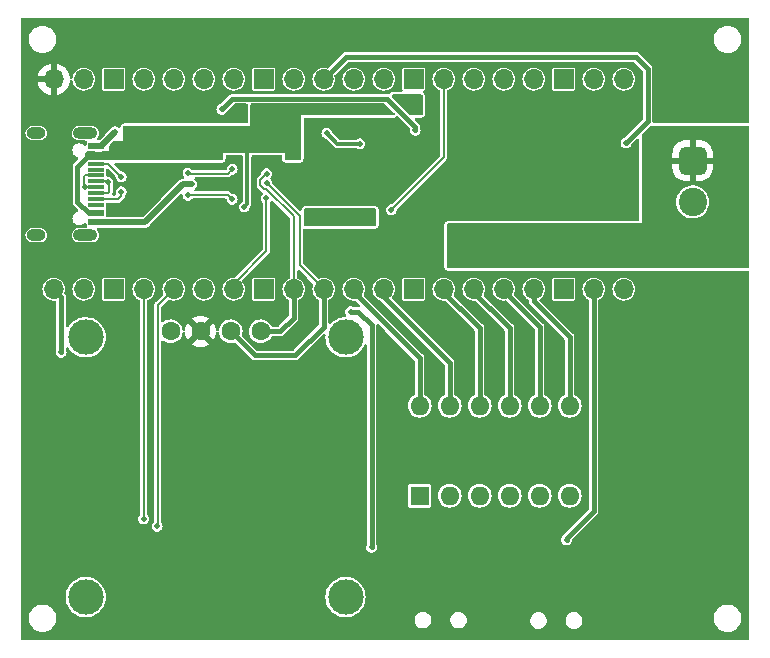
<source format=gbl>
G04 #@! TF.GenerationSoftware,KiCad,Pcbnew,7.0.7-7.0.7~ubuntu22.04.1*
G04 #@! TF.CreationDate,2023-10-12T01:04:17+02:00*
G04 #@! TF.ProjectId,PD_Micro,50445f4d-6963-4726-9f2e-6b696361645f,rev?*
G04 #@! TF.SameCoordinates,PX7ce2370PY67d8790*
G04 #@! TF.FileFunction,Copper,L2,Bot*
G04 #@! TF.FilePolarity,Positive*
%FSLAX46Y46*%
G04 Gerber Fmt 4.6, Leading zero omitted, Abs format (unit mm)*
G04 Created by KiCad (PCBNEW 7.0.7-7.0.7~ubuntu22.04.1) date 2023-10-12 01:04:17*
%MOMM*%
%LPD*%
G01*
G04 APERTURE LIST*
G04 Aperture macros list*
%AMRoundRect*
0 Rectangle with rounded corners*
0 $1 Rounding radius*
0 $2 $3 $4 $5 $6 $7 $8 $9 X,Y pos of 4 corners*
0 Add a 4 corners polygon primitive as box body*
4,1,4,$2,$3,$4,$5,$6,$7,$8,$9,$2,$3,0*
0 Add four circle primitives for the rounded corners*
1,1,$1+$1,$2,$3*
1,1,$1+$1,$4,$5*
1,1,$1+$1,$6,$7*
1,1,$1+$1,$8,$9*
0 Add four rect primitives between the rounded corners*
20,1,$1+$1,$2,$3,$4,$5,0*
20,1,$1+$1,$4,$5,$6,$7,0*
20,1,$1+$1,$6,$7,$8,$9,0*
20,1,$1+$1,$8,$9,$2,$3,0*%
G04 Aperture macros list end*
G04 #@! TA.AperFunction,ComponentPad*
%ADD10R,1.600000X1.600000*%
G04 #@! TD*
G04 #@! TA.AperFunction,ComponentPad*
%ADD11O,1.600000X1.600000*%
G04 #@! TD*
G04 #@! TA.AperFunction,ComponentPad*
%ADD12O,1.700000X1.700000*%
G04 #@! TD*
G04 #@! TA.AperFunction,ComponentPad*
%ADD13R,1.700000X1.700000*%
G04 #@! TD*
G04 #@! TA.AperFunction,WasherPad*
%ADD14C,3.000000*%
G04 #@! TD*
G04 #@! TA.AperFunction,ComponentPad*
%ADD15C,1.600000*%
G04 #@! TD*
G04 #@! TA.AperFunction,ComponentPad*
%ADD16RoundRect,0.600000X-0.600000X0.600000X-0.600000X-0.600000X0.600000X-0.600000X0.600000X0.600000X0*%
G04 #@! TD*
G04 #@! TA.AperFunction,ComponentPad*
%ADD17C,2.400000*%
G04 #@! TD*
G04 #@! TA.AperFunction,SMDPad,CuDef*
%ADD18R,1.450000X0.575000*%
G04 #@! TD*
G04 #@! TA.AperFunction,SMDPad,CuDef*
%ADD19R,1.450000X0.300000*%
G04 #@! TD*
G04 #@! TA.AperFunction,ComponentPad*
%ADD20O,1.600000X1.000000*%
G04 #@! TD*
G04 #@! TA.AperFunction,ComponentPad*
%ADD21O,2.100000X1.000000*%
G04 #@! TD*
G04 #@! TA.AperFunction,ViaPad*
%ADD22C,0.500000*%
G04 #@! TD*
G04 #@! TA.AperFunction,Conductor*
%ADD23C,0.500000*%
G04 #@! TD*
G04 #@! TA.AperFunction,Conductor*
%ADD24C,0.200000*%
G04 #@! TD*
G04 #@! TA.AperFunction,Conductor*
%ADD25C,0.300000*%
G04 #@! TD*
G04 #@! TA.AperFunction,Conductor*
%ADD26C,0.400000*%
G04 #@! TD*
G04 APERTURE END LIST*
D10*
X77978000Y-18753500D03*
D11*
X80518000Y-18753500D03*
X83058000Y-18753500D03*
X85598000Y-18753500D03*
X88138000Y-18753500D03*
X90678000Y-18753500D03*
X90678000Y-11133500D03*
X88138000Y-11133500D03*
X85598000Y-11133500D03*
X83058000Y-11133500D03*
X80518000Y-11133500D03*
X77978000Y-11133500D03*
D12*
X46990000Y-1270000D03*
X49530000Y-1270000D03*
D13*
X52070000Y-1270000D03*
D12*
X54610000Y-1270000D03*
X57150000Y-1270000D03*
X59690000Y-1270000D03*
X62230000Y-1270000D03*
D13*
X64770000Y-1270000D03*
D12*
X67310000Y-1270000D03*
X69850000Y-1270000D03*
X72390000Y-1270000D03*
X74930000Y-1270000D03*
D13*
X77470000Y-1270000D03*
D12*
X80010000Y-1270000D03*
X82550000Y-1270000D03*
X85090000Y-1270000D03*
X87630000Y-1270000D03*
D13*
X90170000Y-1270000D03*
D12*
X92710000Y-1270000D03*
X95250000Y-1270000D03*
X95250000Y16510000D03*
X92710000Y16510000D03*
D13*
X90170000Y16510000D03*
D12*
X87630000Y16510000D03*
X85090000Y16510000D03*
X82550000Y16510000D03*
X80010000Y16510000D03*
D13*
X77470000Y16510000D03*
D12*
X74930000Y16510000D03*
X72390000Y16510000D03*
X69850000Y16510000D03*
X67310000Y16510000D03*
D13*
X64770000Y16510000D03*
D12*
X62230000Y16510000D03*
X59690000Y16510000D03*
X57150000Y16510000D03*
X54610000Y16510000D03*
D13*
X52070000Y16510000D03*
D12*
X49530000Y16510000D03*
X46990000Y16510000D03*
D14*
X49706000Y-5326000D03*
X49706000Y-27326000D03*
X71706000Y-5326000D03*
X71706000Y-27326000D03*
D15*
X56896000Y-4826000D03*
X59436000Y-4826000D03*
X61976000Y-4826000D03*
X64516000Y-4826000D03*
D16*
X101092000Y9624000D03*
D17*
X101092000Y6124000D03*
D18*
X50600000Y4395000D03*
X50600000Y5170000D03*
D19*
X50600000Y5870000D03*
X50600000Y6370000D03*
X50600000Y6870000D03*
X50600000Y7370000D03*
X50600000Y7870000D03*
X50600000Y8370000D03*
X50600000Y8870000D03*
X50600000Y9370000D03*
D18*
X50600000Y10070000D03*
X50600000Y10845000D03*
D20*
X45505000Y3300000D03*
D21*
X49685000Y3300000D03*
D20*
X45505000Y11940000D03*
D21*
X49685000Y11940000D03*
D22*
X73914000Y4445000D03*
X73914000Y5207000D03*
X68580000Y5207000D03*
X68580000Y4445000D03*
X52197000Y12065000D03*
X54737000Y4395000D03*
X58674000Y7620000D03*
X56388000Y6096000D03*
X62103000Y6350000D03*
X52711500Y6985000D03*
X58359000Y6694500D03*
X52705000Y8255000D03*
X62103000Y8890000D03*
X58359000Y8570000D03*
X51566000Y7824500D03*
X64135000Y6350000D03*
X69991000Y9144000D03*
X90106500Y11747500D03*
X60960000Y7620000D03*
X69991000Y10414000D03*
X63246000Y1651000D03*
X69991000Y9779000D03*
X79756000Y-4572000D03*
X66167000Y11049000D03*
X64784000Y14124500D03*
X56134000Y10718500D03*
X70626000Y14124500D03*
X53735000Y10795000D03*
X74873642Y14124500D03*
X68975000Y14124500D03*
X76976000Y14224000D03*
X66816000Y14124500D03*
X63119000Y5715000D03*
X60452000Y10718500D03*
X58293000Y10795000D03*
X65278000Y12573000D03*
X72658000Y14124500D03*
X63754000Y10795000D03*
X75565000Y5461000D03*
X65024000Y8509000D03*
X65024000Y7747000D03*
X47625000Y-6604000D03*
X72912000Y11049000D03*
X70118000Y11938000D03*
X77611000Y12192000D03*
X61228000Y13970000D03*
X49653000Y7370000D03*
X85358000Y1778000D03*
X84088000Y3048000D03*
X84723000Y3683000D03*
X85358000Y3048000D03*
X84088000Y2413000D03*
X84723000Y1778000D03*
X83453000Y3683000D03*
X83453000Y2413000D03*
X84088000Y3683000D03*
X85358000Y3683000D03*
X84723000Y2413000D03*
X85358000Y2413000D03*
X83453000Y1778000D03*
X83453000Y3048000D03*
X84088000Y1778000D03*
X84723000Y3048000D03*
X73914000Y-23114000D03*
X72136000Y-3175000D03*
X54610000Y-20701000D03*
X55753000Y-21336000D03*
X90424000Y-22479000D03*
X64987601Y6440601D03*
X95447500Y11105500D03*
D23*
X54737000Y4395000D02*
X54737000Y4445000D01*
X57912000Y7620000D02*
X58674000Y7620000D01*
X50600000Y10845000D02*
X50977000Y10845000D01*
X50977000Y10845000D02*
X52197000Y12065000D01*
X54737000Y4395000D02*
X50600000Y4395000D01*
X56388000Y6096000D02*
X57912000Y7620000D01*
X54737000Y4445000D02*
X56388000Y6096000D01*
D24*
X52711500Y6985000D02*
X52711500Y6610500D01*
X61722000Y6731000D02*
X62103000Y6350000D01*
X58395500Y6731000D02*
X61722000Y6731000D01*
X58359000Y6694500D02*
X58395500Y6731000D01*
X52711500Y6610500D02*
X52471000Y6370000D01*
X52471000Y6370000D02*
X50600000Y6370000D01*
X58420000Y8509000D02*
X61722000Y8509000D01*
X58359000Y8570000D02*
X58420000Y8509000D01*
X52705000Y8255000D02*
X51590000Y9370000D01*
X61722000Y8509000D02*
X62103000Y8890000D01*
X51590000Y9370000D02*
X50600000Y9370000D01*
X51574000Y6870000D02*
X50600000Y6870000D01*
X51689000Y7747000D02*
X51689000Y7239000D01*
X51689000Y6985000D02*
X51574000Y6870000D01*
X51689000Y7239000D02*
X51689000Y6985000D01*
X51566000Y7870000D02*
X51689000Y7747000D01*
X50600000Y7870000D02*
X51566000Y7870000D01*
D25*
X63119000Y5715000D02*
X63373000Y5969000D01*
D26*
X49948000Y10070000D02*
X50600000Y10070000D01*
D25*
X63373000Y10414000D02*
X63754000Y10795000D01*
D26*
X49003000Y6115000D02*
X49003000Y9125000D01*
X49948000Y5170000D02*
X49003000Y6115000D01*
X49003000Y9125000D02*
X49948000Y10070000D01*
D25*
X63373000Y5969000D02*
X63373000Y10414000D01*
D26*
X50600000Y5170000D02*
X49948000Y5170000D01*
D24*
X80010000Y9906000D02*
X75565000Y5461000D01*
X80010000Y16510000D02*
X80010000Y9906000D01*
X65024000Y8509000D02*
X65008182Y8509000D01*
X64474000Y7974818D02*
X64474000Y7519182D01*
D26*
X67310000Y-3683000D02*
X67310000Y-1270000D01*
D24*
X65008182Y8509000D02*
X64474000Y7974818D01*
X64796182Y7197000D02*
X65008314Y7197000D01*
D26*
X64516000Y-4826000D02*
X66167000Y-4826000D01*
D24*
X64474000Y7519182D02*
X64796182Y7197000D01*
X65008314Y7197000D02*
X67310000Y4895314D01*
X67310000Y4895314D02*
X67310000Y-1270000D01*
D26*
X66167000Y-4826000D02*
X67310000Y-3683000D01*
D24*
X67818000Y762000D02*
X69850000Y-1270000D01*
X65024000Y7747000D02*
X67818000Y4953000D01*
D26*
X67437000Y-6858000D02*
X69850000Y-4445000D01*
X69850000Y-4445000D02*
X69850000Y-1270000D01*
X61976000Y-4826000D02*
X64008000Y-6858000D01*
X64008000Y-6858000D02*
X67437000Y-6858000D01*
D24*
X67818000Y4953000D02*
X67818000Y762000D01*
D26*
X47625000Y-1905000D02*
X46990000Y-1270000D01*
X47625000Y-6604000D02*
X47625000Y-1905000D01*
D25*
X70118000Y11938000D02*
X71007000Y11049000D01*
X71007000Y11049000D02*
X72912000Y11049000D01*
D26*
X61228000Y13970000D02*
X62118000Y14860000D01*
X62118000Y14874000D02*
X75184000Y14874000D01*
X75213239Y14874000D02*
X77611000Y12476239D01*
X77611000Y12476239D02*
X77611000Y12192000D01*
X62118000Y14860000D02*
X62118000Y14874000D01*
D24*
X49653000Y7370000D02*
X49530000Y7493000D01*
X49645000Y8370000D02*
X50600000Y8370000D01*
X49530000Y7493000D02*
X49530000Y7747000D01*
X50600000Y7370000D02*
X49653000Y7370000D01*
X49530000Y8255000D02*
X49645000Y8370000D01*
X49530000Y7747000D02*
X49530000Y8255000D01*
D26*
X73914000Y-23114000D02*
X73914000Y-4318000D01*
X72771000Y-3175000D02*
X72136000Y-3175000D01*
X73914000Y-4318000D02*
X72771000Y-3175000D01*
D24*
X54610000Y-20701000D02*
X54610000Y-1270000D01*
X55796480Y-2623520D02*
X57150000Y-1270000D01*
X55796480Y-5481436D02*
X55796480Y-2623520D01*
X55796480Y-5481436D02*
X55796480Y-21292520D01*
X55796480Y-21292520D02*
X55753000Y-21336000D01*
D26*
X90424000Y-22479000D02*
X90424000Y-22352000D01*
X90424000Y-22352000D02*
X92710000Y-20066000D01*
X92710000Y-20066000D02*
X92710000Y-1270000D01*
X87630000Y-2286000D02*
X87630000Y-1270000D01*
X90678000Y-5334000D02*
X87630000Y-2286000D01*
X90678000Y-11133500D02*
X90678000Y-5334000D01*
X88138000Y-11133500D02*
X88138000Y-4445000D01*
X85090000Y-1397000D02*
X85090000Y-1270000D01*
X88138000Y-4445000D02*
X85090000Y-1397000D01*
X85598000Y-4572000D02*
X82169000Y-1143000D01*
X85598000Y-11133500D02*
X85598000Y-4572000D01*
X83058000Y-11133500D02*
X83058000Y-4572000D01*
X83058000Y-4572000D02*
X79629000Y-1143000D01*
X74930000Y-1905000D02*
X74930000Y-1270000D01*
X80518000Y-11133500D02*
X80518000Y-7493000D01*
X80518000Y-7493000D02*
X74930000Y-1905000D01*
X72390000Y-1524000D02*
X72390000Y-1270000D01*
X77978000Y-7112000D02*
X72390000Y-1524000D01*
X77978000Y-11133500D02*
X77978000Y-7112000D01*
D24*
X64987601Y1932101D02*
X62230000Y-825500D01*
X62230000Y-825500D02*
X62230000Y-1270000D01*
X64987601Y6440601D02*
X64987601Y1932101D01*
D26*
X71755000Y18415000D02*
X69850000Y16510000D01*
X96266000Y18415000D02*
X71755000Y18415000D01*
X97282000Y12940000D02*
X97282000Y17399000D01*
X97282000Y17399000D02*
X96266000Y18415000D01*
X95447500Y11105500D02*
X97282000Y12940000D01*
G04 #@! TA.AperFunction,Conductor*
G36*
X75063277Y14453498D02*
G01*
X75084251Y14436595D01*
X75843751Y13677095D01*
X75877777Y13614783D01*
X75872712Y13543968D01*
X75830165Y13487132D01*
X75763645Y13462321D01*
X75754656Y13462000D01*
X67959000Y13462000D01*
X67945000Y10414000D01*
X67945000Y9778000D01*
X67924998Y9709879D01*
X67871342Y9663386D01*
X67819000Y9652000D01*
X66674000Y9652000D01*
X66605879Y9672002D01*
X66559386Y9725658D01*
X66548000Y9778000D01*
X66548000Y10287000D01*
X61341000Y10287000D01*
X61341000Y9778000D01*
X61320998Y9709879D01*
X61267342Y9663386D01*
X61215000Y9652000D01*
X51718135Y9652000D01*
X51689260Y9655353D01*
X51683351Y9656744D01*
X51675022Y9659325D01*
X51646174Y9670500D01*
X51646173Y9670500D01*
X51639480Y9670500D01*
X51610633Y9673847D01*
X51604119Y9675379D01*
X51604118Y9675379D01*
X51573478Y9671105D01*
X51564764Y9670500D01*
X50572156Y9670500D01*
X50572153Y9670500D01*
X50572147Y9670499D01*
X50484672Y9654146D01*
X50461518Y9652000D01*
X49783000Y9652000D01*
X49714879Y9672002D01*
X49668386Y9725658D01*
X49657000Y9778000D01*
X49657000Y10193020D01*
X49666590Y10241236D01*
X49705934Y10336221D01*
X49750481Y10391499D01*
X49817845Y10413920D01*
X49822342Y10414000D01*
X50449890Y10414000D01*
X50487026Y10408403D01*
X50532098Y10394500D01*
X50948157Y10394500D01*
X50955211Y10394105D01*
X50994035Y10389730D01*
X50994035Y10389731D01*
X50994036Y10389730D01*
X50994036Y10389731D01*
X51019397Y10394530D01*
X51052478Y10400788D01*
X51120628Y10411060D01*
X51120722Y10410435D01*
X51144375Y10414000D01*
X51703000Y10414000D01*
X51703000Y10881708D01*
X51723002Y10949829D01*
X51739902Y10970800D01*
X52035197Y11266096D01*
X52097509Y11300121D01*
X52124292Y11303000D01*
X52846000Y11303000D01*
X52846000Y12447000D01*
X52866002Y12515121D01*
X52919658Y12561614D01*
X52972000Y12573000D01*
X63641000Y12573000D01*
X63641000Y12573001D01*
X63640155Y13462321D01*
X63639314Y14347381D01*
X63659251Y14415520D01*
X63712863Y14462064D01*
X63765314Y14473500D01*
X74995156Y14473500D01*
X75063277Y14453498D01*
G37*
G04 #@! TD.AperFunction*
G04 #@! TA.AperFunction,Conductor*
G36*
X78174121Y15219998D02*
G01*
X78220614Y15166342D01*
X78232000Y15114000D01*
X78232000Y13588000D01*
X78211998Y13519879D01*
X78158342Y13473386D01*
X78106000Y13462000D01*
X77243821Y13462000D01*
X77175700Y13482002D01*
X77154731Y13498900D01*
X75629063Y15024569D01*
X75595038Y15086881D01*
X75600103Y15157697D01*
X75642650Y15214532D01*
X75709170Y15239343D01*
X75718125Y15239664D01*
X77241349Y15240000D01*
X78106000Y15240000D01*
X78174121Y15219998D01*
G37*
G04 #@! TD.AperFunction*
G04 #@! TA.AperFunction,Conductor*
G36*
X105841621Y12552998D02*
G01*
X105888114Y12499342D01*
X105899500Y12447000D01*
X105899500Y634000D01*
X105879498Y565879D01*
X105825842Y519386D01*
X105773500Y508000D01*
X80404000Y508000D01*
X80335879Y528002D01*
X80289386Y581658D01*
X80278000Y634000D01*
X80278000Y4192000D01*
X80298002Y4260121D01*
X80351658Y4306614D01*
X80404000Y4318000D01*
X96788000Y4318000D01*
X96788000Y6124000D01*
X99686700Y6124000D01*
X99705866Y5892692D01*
X99705867Y5892686D01*
X99762842Y5667701D01*
X99762844Y5667697D01*
X99856075Y5455152D01*
X99979849Y5265701D01*
X99983021Y5260847D01*
X100140216Y5090087D01*
X100323373Y4947531D01*
X100323374Y4947530D01*
X100527497Y4837064D01*
X100527499Y4837063D01*
X100642754Y4797496D01*
X100747019Y4761702D01*
X100975951Y4723500D01*
X100975955Y4723500D01*
X101208045Y4723500D01*
X101208049Y4723500D01*
X101436981Y4761702D01*
X101656503Y4837064D01*
X101860626Y4947530D01*
X102043784Y5090087D01*
X102200979Y5260847D01*
X102327924Y5455151D01*
X102421157Y5667700D01*
X102478134Y5892695D01*
X102497300Y6124000D01*
X102478134Y6355305D01*
X102478133Y6355309D01*
X102478132Y6355315D01*
X102421157Y6580300D01*
X102421155Y6580304D01*
X102327924Y6792849D01*
X102200981Y6987150D01*
X102200980Y6987151D01*
X102200979Y6987153D01*
X102043784Y7157913D01*
X101860626Y7300470D01*
X101860625Y7300471D01*
X101656502Y7410937D01*
X101656500Y7410938D01*
X101436985Y7486297D01*
X101436978Y7486299D01*
X101339000Y7502648D01*
X101208049Y7524500D01*
X100975951Y7524500D01*
X100861383Y7505382D01*
X100747021Y7486299D01*
X100747014Y7486297D01*
X100527499Y7410938D01*
X100527497Y7410937D01*
X100323374Y7300471D01*
X100323373Y7300470D01*
X100140213Y7157911D01*
X99983018Y6987150D01*
X99856075Y6792849D01*
X99762844Y6580304D01*
X99762842Y6580300D01*
X99705867Y6355315D01*
X99705866Y6355309D01*
X99686700Y6124000D01*
X96788000Y6124000D01*
X96788000Y9878000D01*
X99384000Y9878000D01*
X100376587Y9878000D01*
X100444708Y9857998D01*
X100491201Y9804342D01*
X100501509Y9735554D01*
X100486823Y9624002D01*
X100486823Y9623999D01*
X100501509Y9512446D01*
X100490570Y9442297D01*
X100443441Y9389199D01*
X100376587Y9370000D01*
X99384001Y9370000D01*
X99384001Y8939393D01*
X99386832Y8891864D01*
X99431811Y8685093D01*
X99515108Y8490578D01*
X99515108Y8490577D01*
X99633711Y8315340D01*
X99633716Y8315334D01*
X99783333Y8165717D01*
X99783339Y8165712D01*
X99958576Y8047109D01*
X100153093Y7963812D01*
X100359862Y7918832D01*
X100407406Y7916000D01*
X100407407Y7916000D01*
X100838000Y7916001D01*
X100838000Y8908588D01*
X100858002Y8976709D01*
X100911658Y9023202D01*
X100980444Y9033510D01*
X101052677Y9024000D01*
X101052684Y9024000D01*
X101131316Y9024000D01*
X101131323Y9024000D01*
X101203555Y9033510D01*
X101273702Y9022571D01*
X101326801Y8975443D01*
X101346000Y8908588D01*
X101346000Y7916001D01*
X101776607Y7916001D01*
X101824136Y7918833D01*
X102030907Y7963812D01*
X102225422Y8047109D01*
X102225423Y8047109D01*
X102400660Y8165712D01*
X102400666Y8165717D01*
X102550283Y8315334D01*
X102550288Y8315340D01*
X102668891Y8490577D01*
X102668891Y8490578D01*
X102752188Y8685094D01*
X102797168Y8891863D01*
X102800000Y8939406D01*
X102800000Y9370000D01*
X101807413Y9370000D01*
X101739292Y9390002D01*
X101692799Y9443658D01*
X101682491Y9512446D01*
X101697177Y9623999D01*
X101697177Y9624002D01*
X101682491Y9735554D01*
X101693430Y9805703D01*
X101740559Y9858801D01*
X101807413Y9878000D01*
X102799999Y9878000D01*
X102799999Y10308607D01*
X102797167Y10356137D01*
X102752188Y10562908D01*
X102668891Y10757423D01*
X102668891Y10757424D01*
X102550288Y10932661D01*
X102550283Y10932667D01*
X102400666Y11082284D01*
X102400660Y11082289D01*
X102225423Y11200892D01*
X102030906Y11284189D01*
X101824137Y11329169D01*
X101776594Y11332000D01*
X101346000Y11332000D01*
X101346000Y10339413D01*
X101325998Y10271292D01*
X101272342Y10224799D01*
X101203555Y10214491D01*
X101131327Y10224000D01*
X101131323Y10224000D01*
X101052677Y10224000D01*
X101052672Y10224000D01*
X100980445Y10214491D01*
X100910296Y10225431D01*
X100857198Y10272559D01*
X100838000Y10339413D01*
X100838000Y11332000D01*
X100407393Y11331999D01*
X100359863Y11329168D01*
X100153092Y11284189D01*
X99958577Y11200892D01*
X99958576Y11200892D01*
X99783339Y11082289D01*
X99783333Y11082284D01*
X99633716Y10932667D01*
X99633711Y10932661D01*
X99515108Y10757424D01*
X99515108Y10757423D01*
X99431811Y10562907D01*
X99386831Y10356138D01*
X99384000Y10308594D01*
X99384000Y9878000D01*
X96788000Y9878000D01*
X96788000Y11827417D01*
X96808002Y11895538D01*
X96824902Y11916511D01*
X97444488Y12536096D01*
X97506801Y12570121D01*
X97533584Y12573000D01*
X105773500Y12573000D01*
X105841621Y12552998D01*
G37*
G04 #@! TD.AperFunction*
G04 #@! TA.AperFunction,Conductor*
G36*
X74238039Y5568315D02*
G01*
X74283794Y5515511D01*
X74295000Y5464000D01*
X74295000Y4188000D01*
X74275315Y4120961D01*
X74222511Y4075206D01*
X74171000Y4064000D01*
X68323000Y4064000D01*
X68255961Y4083685D01*
X68210206Y4136489D01*
X68199000Y4188000D01*
X68199000Y5464000D01*
X68218685Y5531039D01*
X68271489Y5576794D01*
X68323000Y5588000D01*
X74171000Y5588000D01*
X74238039Y5568315D01*
G37*
G04 #@! TD.AperFunction*
G04 #@! TA.AperFunction,Conductor*
G36*
X105841621Y21719498D02*
G01*
X105888114Y21665842D01*
X105899500Y21613500D01*
X105899500Y12904500D01*
X105879498Y12836379D01*
X105825842Y12789886D01*
X105773500Y12778500D01*
X97808500Y12778500D01*
X97740379Y12798502D01*
X97693886Y12852158D01*
X97682500Y12904500D01*
X97682500Y17462431D01*
X97682500Y17462432D01*
X97682500Y17462433D01*
X97675699Y17483364D01*
X97671088Y17502569D01*
X97667646Y17524304D01*
X97657659Y17543904D01*
X97650092Y17562173D01*
X97643296Y17583090D01*
X97643295Y17583092D01*
X97630366Y17600887D01*
X97620035Y17617746D01*
X97610051Y17637341D01*
X97610050Y17637342D01*
X97589419Y17657973D01*
X97589402Y17657992D01*
X96525363Y18722031D01*
X96525334Y18722058D01*
X96504342Y18743050D01*
X96504341Y18743051D01*
X96504340Y18743052D01*
X96484738Y18753040D01*
X96467883Y18763369D01*
X96450091Y18776296D01*
X96450089Y18776297D01*
X96429169Y18783094D01*
X96410906Y18790659D01*
X96391306Y18800645D01*
X96391305Y18800646D01*
X96391304Y18800646D01*
X96391302Y18800647D01*
X96391300Y18800647D01*
X96369577Y18804088D01*
X96350358Y18808702D01*
X96329434Y18815500D01*
X96329433Y18815500D01*
X96297519Y18815500D01*
X71818433Y18815500D01*
X71691567Y18815500D01*
X71682626Y18812595D01*
X71670640Y18808701D01*
X71651423Y18804088D01*
X71629696Y18800647D01*
X71610091Y18790658D01*
X71591837Y18783097D01*
X71570912Y18776297D01*
X71553110Y18763364D01*
X71536260Y18753039D01*
X71516658Y18743051D01*
X71516655Y18743049D01*
X71494091Y18720484D01*
X70230925Y17457319D01*
X70168613Y17423293D01*
X70105255Y17425839D01*
X70036331Y17446747D01*
X70036330Y17446748D01*
X70036324Y17446749D01*
X69850003Y17465099D01*
X69849997Y17465099D01*
X69663676Y17446749D01*
X69663665Y17446747D01*
X69484503Y17392399D01*
X69484499Y17392397D01*
X69319374Y17304136D01*
X69174643Y17185357D01*
X69055864Y17040626D01*
X68967603Y16875501D01*
X68967601Y16875497D01*
X68913253Y16696335D01*
X68913251Y16696324D01*
X68894901Y16510004D01*
X68894901Y16509997D01*
X68913251Y16323677D01*
X68913253Y16323666D01*
X68967601Y16144504D01*
X68967603Y16144500D01*
X68967604Y16144499D01*
X69055864Y15979375D01*
X69174643Y15834643D01*
X69319375Y15715864D01*
X69450430Y15645814D01*
X69484499Y15627604D01*
X69484503Y15627602D01*
X69663665Y15573254D01*
X69663666Y15573254D01*
X69663669Y15573253D01*
X69663672Y15573253D01*
X69663676Y15573252D01*
X69849997Y15554901D01*
X69850000Y15554901D01*
X69850003Y15554901D01*
X70036323Y15573252D01*
X70036325Y15573253D01*
X70036331Y15573253D01*
X70076575Y15585461D01*
X70215496Y15627602D01*
X70215498Y15627604D01*
X70215501Y15627604D01*
X70380625Y15715864D01*
X70525357Y15834643D01*
X70644136Y15979375D01*
X70732396Y16144499D01*
X70740917Y16172587D01*
X70786746Y16323666D01*
X70786748Y16323677D01*
X70797877Y16436677D01*
X70805099Y16509997D01*
X71434901Y16509997D01*
X71453251Y16323677D01*
X71453253Y16323666D01*
X71507601Y16144504D01*
X71507603Y16144500D01*
X71507604Y16144499D01*
X71595864Y15979375D01*
X71714643Y15834643D01*
X71859375Y15715864D01*
X71990430Y15645814D01*
X72024499Y15627604D01*
X72024503Y15627602D01*
X72203665Y15573254D01*
X72203666Y15573254D01*
X72203669Y15573253D01*
X72203672Y15573253D01*
X72203676Y15573252D01*
X72389997Y15554901D01*
X72390000Y15554901D01*
X72390003Y15554901D01*
X72576323Y15573252D01*
X72576325Y15573253D01*
X72576331Y15573253D01*
X72616575Y15585461D01*
X72755496Y15627602D01*
X72755498Y15627604D01*
X72755501Y15627604D01*
X72920625Y15715864D01*
X73065357Y15834643D01*
X73184136Y15979375D01*
X73272396Y16144499D01*
X73280917Y16172587D01*
X73326746Y16323666D01*
X73326748Y16323677D01*
X73337877Y16436677D01*
X73345099Y16509997D01*
X73974901Y16509997D01*
X73993251Y16323677D01*
X73993253Y16323666D01*
X74047601Y16144504D01*
X74047603Y16144500D01*
X74047604Y16144499D01*
X74135864Y15979375D01*
X74254643Y15834643D01*
X74399375Y15715864D01*
X74530430Y15645814D01*
X74564499Y15627604D01*
X74564503Y15627602D01*
X74743665Y15573254D01*
X74743666Y15573254D01*
X74743669Y15573253D01*
X74743672Y15573253D01*
X74743676Y15573252D01*
X74929997Y15554901D01*
X74930000Y15554901D01*
X74930003Y15554901D01*
X75116323Y15573252D01*
X75116325Y15573253D01*
X75116331Y15573253D01*
X75156575Y15585461D01*
X75295496Y15627602D01*
X75295498Y15627604D01*
X75295501Y15627604D01*
X75460625Y15715864D01*
X75605357Y15834643D01*
X75724136Y15979375D01*
X75812396Y16144499D01*
X75820917Y16172587D01*
X75866746Y16323666D01*
X75866748Y16323677D01*
X75877877Y16436677D01*
X75885099Y16510000D01*
X75866747Y16696331D01*
X75858342Y16724040D01*
X75812398Y16875497D01*
X75812396Y16875501D01*
X75743513Y17004373D01*
X75724136Y17040625D01*
X75605357Y17185357D01*
X75460625Y17304136D01*
X75295500Y17392397D01*
X75295496Y17392399D01*
X75116334Y17446747D01*
X75116323Y17446749D01*
X74930003Y17465099D01*
X74929997Y17465099D01*
X74743676Y17446749D01*
X74743665Y17446747D01*
X74564503Y17392399D01*
X74564499Y17392397D01*
X74399374Y17304136D01*
X74254643Y17185357D01*
X74135864Y17040626D01*
X74047603Y16875501D01*
X74047601Y16875497D01*
X73993253Y16696335D01*
X73993251Y16696324D01*
X73974901Y16510004D01*
X73974901Y16509997D01*
X73345099Y16509997D01*
X73345099Y16510000D01*
X73326747Y16696331D01*
X73318342Y16724040D01*
X73272398Y16875497D01*
X73272396Y16875501D01*
X73203513Y17004373D01*
X73184136Y17040625D01*
X73065357Y17185357D01*
X72920625Y17304136D01*
X72755500Y17392397D01*
X72755496Y17392399D01*
X72576334Y17446747D01*
X72576323Y17446749D01*
X72390003Y17465099D01*
X72389997Y17465099D01*
X72203676Y17446749D01*
X72203665Y17446747D01*
X72024503Y17392399D01*
X72024499Y17392397D01*
X71859374Y17304136D01*
X71714643Y17185357D01*
X71595864Y17040626D01*
X71507603Y16875501D01*
X71507601Y16875497D01*
X71453253Y16696335D01*
X71453251Y16696324D01*
X71434901Y16510004D01*
X71434901Y16509997D01*
X70805099Y16509997D01*
X70805099Y16510000D01*
X70786747Y16696331D01*
X70765837Y16765258D01*
X70765203Y16836247D01*
X70797314Y16890923D01*
X71883990Y17977598D01*
X71946300Y18011621D01*
X71973083Y18014500D01*
X96047917Y18014500D01*
X96116038Y17994498D01*
X96137012Y17977595D01*
X96844595Y17270012D01*
X96878621Y17207700D01*
X96881500Y17180917D01*
X96881500Y13158084D01*
X96861498Y13089963D01*
X96844595Y13068989D01*
X95333097Y11557492D01*
X95279503Y11525692D01*
X95258434Y11519506D01*
X95258429Y11519503D01*
X95149449Y11449467D01*
X95073160Y11361421D01*
X95064618Y11351563D01*
X95010803Y11233726D01*
X94992367Y11105500D01*
X95010803Y10977274D01*
X95064618Y10859437D01*
X95128447Y10785773D01*
X95149451Y10761533D01*
X95250826Y10696383D01*
X95258431Y10691496D01*
X95382728Y10655000D01*
X95382732Y10655000D01*
X95512268Y10655000D01*
X95512272Y10655000D01*
X95636569Y10691496D01*
X95745549Y10761533D01*
X95830382Y10859437D01*
X95873519Y10953896D01*
X95899032Y10990641D01*
X96367407Y11459016D01*
X96429717Y11493039D01*
X96500533Y11487974D01*
X96557368Y11445427D01*
X96582179Y11378907D01*
X96582500Y11369918D01*
X96582500Y4649500D01*
X96562498Y4581379D01*
X96508842Y4534886D01*
X96456500Y4523500D01*
X80403993Y4523500D01*
X80360318Y4518804D01*
X80334148Y4513112D01*
X80307977Y4507418D01*
X80302887Y4506174D01*
X80297796Y4504930D01*
X80267105Y4488576D01*
X80217084Y4461921D01*
X80217081Y4461919D01*
X80217080Y4461918D01*
X80163431Y4415431D01*
X80163432Y4415432D01*
X80145471Y4397834D01*
X80100823Y4318014D01*
X80080827Y4249909D01*
X80080824Y4249896D01*
X80073347Y4197887D01*
X80072500Y4191998D01*
X80072500Y633994D01*
X80077196Y590320D01*
X80077196Y590319D01*
X80088582Y537977D01*
X80091070Y527797D01*
X80134079Y447084D01*
X80134082Y447081D01*
X80180568Y393432D01*
X80198166Y375472D01*
X80277986Y330824D01*
X80336524Y313637D01*
X80346104Y310824D01*
X80404000Y302500D01*
X80404003Y302500D01*
X105773500Y302500D01*
X105841621Y282498D01*
X105888114Y228842D01*
X105899500Y176500D01*
X105899500Y-30833500D01*
X105879498Y-30901621D01*
X105825842Y-30948114D01*
X105773500Y-30959500D01*
X44326500Y-30959500D01*
X44258379Y-30939498D01*
X44211886Y-30885842D01*
X44200500Y-30833500D01*
X44200500Y-29216610D01*
X44899500Y-29216610D01*
X44938679Y-29426198D01*
X45015702Y-29625019D01*
X45015703Y-29625020D01*
X45015705Y-29625025D01*
X45127945Y-29806298D01*
X45127946Y-29806300D01*
X45223228Y-29910818D01*
X45271593Y-29963872D01*
X45441745Y-30092366D01*
X45632611Y-30187405D01*
X45837690Y-30245756D01*
X45996806Y-30260500D01*
X45996813Y-30260500D01*
X46103187Y-30260500D01*
X46103194Y-30260500D01*
X46262310Y-30245756D01*
X46467389Y-30187405D01*
X46658255Y-30092366D01*
X46828407Y-29963872D01*
X46972052Y-29806302D01*
X47084298Y-29625019D01*
X47161321Y-29426198D01*
X47171628Y-29371059D01*
X77555500Y-29371059D01*
X77596208Y-29536221D01*
X77596210Y-29536225D01*
X77675265Y-29686851D01*
X77675270Y-29686857D01*
X77788069Y-29814181D01*
X77788071Y-29814183D01*
X77928070Y-29910818D01*
X77928074Y-29910820D01*
X78015085Y-29943818D01*
X78087128Y-29971140D01*
X78213628Y-29986500D01*
X78213632Y-29986500D01*
X78298368Y-29986500D01*
X78298372Y-29986500D01*
X78424872Y-29971140D01*
X78583930Y-29910818D01*
X78723929Y-29814183D01*
X78836734Y-29686852D01*
X78915790Y-29536225D01*
X78956499Y-29371059D01*
X80555500Y-29371059D01*
X80596208Y-29536221D01*
X80596210Y-29536225D01*
X80675265Y-29686851D01*
X80675270Y-29686857D01*
X80788069Y-29814181D01*
X80788071Y-29814183D01*
X80928070Y-29910818D01*
X80928074Y-29910820D01*
X81015085Y-29943818D01*
X81087128Y-29971140D01*
X81213628Y-29986500D01*
X81213632Y-29986500D01*
X81298368Y-29986500D01*
X81298372Y-29986500D01*
X81424872Y-29971140D01*
X81583930Y-29910818D01*
X81723929Y-29814183D01*
X81836734Y-29686852D01*
X81915790Y-29536225D01*
X81948366Y-29404059D01*
X87334500Y-29404059D01*
X87375208Y-29569221D01*
X87375210Y-29569225D01*
X87454265Y-29719851D01*
X87454270Y-29719857D01*
X87567069Y-29847181D01*
X87567071Y-29847183D01*
X87707070Y-29943818D01*
X87707074Y-29943820D01*
X87779113Y-29971140D01*
X87866128Y-30004140D01*
X87992628Y-30019500D01*
X87992632Y-30019500D01*
X88077368Y-30019500D01*
X88077372Y-30019500D01*
X88203872Y-30004140D01*
X88362930Y-29943818D01*
X88502929Y-29847183D01*
X88615734Y-29719852D01*
X88694790Y-29569225D01*
X88735499Y-29404059D01*
X90334500Y-29404059D01*
X90375208Y-29569221D01*
X90375210Y-29569225D01*
X90454265Y-29719851D01*
X90454270Y-29719857D01*
X90567069Y-29847181D01*
X90567071Y-29847183D01*
X90707070Y-29943818D01*
X90707074Y-29943820D01*
X90779113Y-29971140D01*
X90866128Y-30004140D01*
X90992628Y-30019500D01*
X90992632Y-30019500D01*
X91077368Y-30019500D01*
X91077372Y-30019500D01*
X91203872Y-30004140D01*
X91362930Y-29943818D01*
X91502929Y-29847183D01*
X91615734Y-29719852D01*
X91694790Y-29569225D01*
X91735500Y-29404056D01*
X91735500Y-29233944D01*
X91731228Y-29216610D01*
X102899500Y-29216610D01*
X102938679Y-29426198D01*
X103015702Y-29625019D01*
X103015703Y-29625020D01*
X103015705Y-29625025D01*
X103127945Y-29806298D01*
X103127946Y-29806300D01*
X103223228Y-29910818D01*
X103271593Y-29963872D01*
X103441745Y-30092366D01*
X103632611Y-30187405D01*
X103837690Y-30245756D01*
X103996806Y-30260500D01*
X103996813Y-30260500D01*
X104103187Y-30260500D01*
X104103194Y-30260500D01*
X104262310Y-30245756D01*
X104467389Y-30187405D01*
X104658255Y-30092366D01*
X104828407Y-29963872D01*
X104972052Y-29806302D01*
X105084298Y-29625019D01*
X105161321Y-29426198D01*
X105200500Y-29216610D01*
X105200500Y-29003390D01*
X105161321Y-28793802D01*
X105084298Y-28594981D01*
X105016743Y-28485877D01*
X104972054Y-28413701D01*
X104972053Y-28413699D01*
X104828408Y-28256129D01*
X104828407Y-28256128D01*
X104658255Y-28127634D01*
X104467389Y-28032595D01*
X104467386Y-28032594D01*
X104467384Y-28032593D01*
X104262311Y-27974244D01*
X104242420Y-27972401D01*
X104103194Y-27959500D01*
X103996806Y-27959500D01*
X103873049Y-27970967D01*
X103837688Y-27974244D01*
X103632615Y-28032593D01*
X103632610Y-28032595D01*
X103632611Y-28032595D01*
X103441745Y-28127634D01*
X103441743Y-28127635D01*
X103441744Y-28127635D01*
X103271591Y-28256129D01*
X103127946Y-28413699D01*
X103127945Y-28413701D01*
X103015705Y-28594974D01*
X103015703Y-28594979D01*
X103015702Y-28594981D01*
X103006591Y-28618500D01*
X102938679Y-28793800D01*
X102938679Y-28793802D01*
X102899500Y-29003390D01*
X102899500Y-29216610D01*
X91731228Y-29216610D01*
X91694790Y-29068775D01*
X91615734Y-28918148D01*
X91586493Y-28885142D01*
X91502930Y-28790818D01*
X91502928Y-28790816D01*
X91362929Y-28694181D01*
X91362925Y-28694179D01*
X91203870Y-28633859D01*
X91077378Y-28618500D01*
X91077372Y-28618500D01*
X90992628Y-28618500D01*
X90992621Y-28618500D01*
X90866129Y-28633859D01*
X90707074Y-28694179D01*
X90707070Y-28694181D01*
X90567071Y-28790816D01*
X90567069Y-28790818D01*
X90454270Y-28918142D01*
X90454265Y-28918148D01*
X90375210Y-29068774D01*
X90375208Y-29068778D01*
X90334500Y-29233940D01*
X90334500Y-29404059D01*
X88735499Y-29404059D01*
X88735500Y-29404056D01*
X88735500Y-29233944D01*
X88694790Y-29068775D01*
X88615734Y-28918148D01*
X88586493Y-28885142D01*
X88502930Y-28790818D01*
X88502928Y-28790816D01*
X88362929Y-28694181D01*
X88362925Y-28694179D01*
X88203870Y-28633859D01*
X88077378Y-28618500D01*
X88077372Y-28618500D01*
X87992628Y-28618500D01*
X87992621Y-28618500D01*
X87866129Y-28633859D01*
X87707074Y-28694179D01*
X87707070Y-28694181D01*
X87567071Y-28790816D01*
X87567069Y-28790818D01*
X87454270Y-28918142D01*
X87454265Y-28918148D01*
X87375210Y-29068774D01*
X87375208Y-29068778D01*
X87334500Y-29233940D01*
X87334500Y-29404059D01*
X81948366Y-29404059D01*
X81956500Y-29371056D01*
X81956500Y-29200944D01*
X81954409Y-29192461D01*
X81915791Y-29035778D01*
X81915790Y-29035776D01*
X81915790Y-29035775D01*
X81836734Y-28885148D01*
X81763779Y-28802799D01*
X81723930Y-28757818D01*
X81723928Y-28757816D01*
X81583929Y-28661181D01*
X81583925Y-28661179D01*
X81424870Y-28600859D01*
X81298378Y-28585500D01*
X81298372Y-28585500D01*
X81213628Y-28585500D01*
X81213621Y-28585500D01*
X81087129Y-28600859D01*
X80928074Y-28661179D01*
X80928070Y-28661181D01*
X80788071Y-28757816D01*
X80788069Y-28757818D01*
X80675270Y-28885142D01*
X80675265Y-28885148D01*
X80596210Y-29035774D01*
X80596208Y-29035778D01*
X80555500Y-29200940D01*
X80555500Y-29371059D01*
X78956499Y-29371059D01*
X78956500Y-29371056D01*
X78956500Y-29200944D01*
X78954409Y-29192461D01*
X78915791Y-29035778D01*
X78915790Y-29035776D01*
X78915790Y-29035775D01*
X78836734Y-28885148D01*
X78763779Y-28802799D01*
X78723930Y-28757818D01*
X78723928Y-28757816D01*
X78583929Y-28661181D01*
X78583925Y-28661179D01*
X78424870Y-28600859D01*
X78298378Y-28585500D01*
X78298372Y-28585500D01*
X78213628Y-28585500D01*
X78213621Y-28585500D01*
X78087129Y-28600859D01*
X77928074Y-28661179D01*
X77928070Y-28661181D01*
X77788071Y-28757816D01*
X77788069Y-28757818D01*
X77675270Y-28885142D01*
X77675265Y-28885148D01*
X77596210Y-29035774D01*
X77596208Y-29035778D01*
X77555500Y-29200940D01*
X77555500Y-29371059D01*
X47171628Y-29371059D01*
X47200500Y-29216610D01*
X47200500Y-29003390D01*
X47161321Y-28793802D01*
X47084298Y-28594981D01*
X47016743Y-28485877D01*
X46972054Y-28413701D01*
X46972053Y-28413699D01*
X46828408Y-28256129D01*
X46828407Y-28256128D01*
X46658255Y-28127634D01*
X46467389Y-28032595D01*
X46467386Y-28032594D01*
X46467384Y-28032593D01*
X46262311Y-27974244D01*
X46242420Y-27972401D01*
X46103194Y-27959500D01*
X45996806Y-27959500D01*
X45873049Y-27970967D01*
X45837688Y-27974244D01*
X45632615Y-28032593D01*
X45632610Y-28032595D01*
X45632611Y-28032595D01*
X45441745Y-28127634D01*
X45441743Y-28127635D01*
X45441744Y-28127635D01*
X45271591Y-28256129D01*
X45127946Y-28413699D01*
X45127945Y-28413701D01*
X45015705Y-28594974D01*
X45015703Y-28594979D01*
X45015702Y-28594981D01*
X45006591Y-28618500D01*
X44938679Y-28793800D01*
X44938679Y-28793802D01*
X44899500Y-29003390D01*
X44899500Y-29216610D01*
X44200500Y-29216610D01*
X44200500Y-27325999D01*
X48000732Y-27325999D01*
X48019778Y-27580160D01*
X48076491Y-27828635D01*
X48169605Y-28065884D01*
X48169608Y-28065892D01*
X48297038Y-28286608D01*
X48455953Y-28485881D01*
X48579873Y-28600860D01*
X48642783Y-28659232D01*
X48642789Y-28659236D01*
X48853356Y-28802799D01*
X48853363Y-28802803D01*
X48853366Y-28802805D01*
X48985748Y-28866556D01*
X49082991Y-28913387D01*
X49083004Y-28913392D01*
X49326531Y-28988510D01*
X49326534Y-28988510D01*
X49326542Y-28988513D01*
X49578565Y-29026500D01*
X49578570Y-29026500D01*
X49833430Y-29026500D01*
X49833435Y-29026500D01*
X50085458Y-28988513D01*
X50313576Y-28918148D01*
X50328995Y-28913392D01*
X50328997Y-28913390D01*
X50329004Y-28913389D01*
X50558634Y-28802805D01*
X50769217Y-28659232D01*
X50956050Y-28485877D01*
X51114959Y-28286612D01*
X51242393Y-28065888D01*
X51335508Y-27828637D01*
X51392222Y-27580157D01*
X51411268Y-27326000D01*
X51411268Y-27325999D01*
X70000732Y-27325999D01*
X70019778Y-27580160D01*
X70076491Y-27828635D01*
X70169605Y-28065884D01*
X70169608Y-28065892D01*
X70297038Y-28286608D01*
X70455953Y-28485881D01*
X70579873Y-28600860D01*
X70642783Y-28659232D01*
X70642789Y-28659236D01*
X70853356Y-28802799D01*
X70853363Y-28802803D01*
X70853366Y-28802805D01*
X70985748Y-28866557D01*
X71082991Y-28913387D01*
X71083004Y-28913392D01*
X71326531Y-28988510D01*
X71326534Y-28988510D01*
X71326542Y-28988513D01*
X71578565Y-29026500D01*
X71578570Y-29026500D01*
X71833430Y-29026500D01*
X71833435Y-29026500D01*
X72085458Y-28988513D01*
X72313576Y-28918148D01*
X72328995Y-28913392D01*
X72328997Y-28913390D01*
X72329004Y-28913389D01*
X72558634Y-28802805D01*
X72769217Y-28659232D01*
X72956050Y-28485877D01*
X73114959Y-28286612D01*
X73242393Y-28065888D01*
X73335508Y-27828637D01*
X73392222Y-27580157D01*
X73411268Y-27326000D01*
X73392222Y-27071843D01*
X73335508Y-26823363D01*
X73242393Y-26586112D01*
X73242392Y-26586111D01*
X73242391Y-26586107D01*
X73114961Y-26365391D01*
X72956046Y-26166118D01*
X72769222Y-25992773D01*
X72769217Y-25992768D01*
X72769210Y-25992763D01*
X72558643Y-25849200D01*
X72558636Y-25849196D01*
X72329008Y-25738612D01*
X72328995Y-25738607D01*
X72085468Y-25663489D01*
X72085458Y-25663487D01*
X72085458Y-25663486D01*
X71833435Y-25625500D01*
X71578565Y-25625500D01*
X71368545Y-25657155D01*
X71326541Y-25663487D01*
X71326531Y-25663489D01*
X71083004Y-25738607D01*
X71082991Y-25738612D01*
X70853363Y-25849196D01*
X70853356Y-25849200D01*
X70642789Y-25992763D01*
X70642777Y-25992773D01*
X70455953Y-26166118D01*
X70297038Y-26365391D01*
X70169608Y-26586107D01*
X70169605Y-26586115D01*
X70076491Y-26823364D01*
X70019778Y-27071839D01*
X70000732Y-27325999D01*
X51411268Y-27325999D01*
X51392222Y-27071843D01*
X51335508Y-26823363D01*
X51242393Y-26586112D01*
X51242392Y-26586111D01*
X51242391Y-26586107D01*
X51114961Y-26365391D01*
X50956046Y-26166118D01*
X50769222Y-25992773D01*
X50769217Y-25992768D01*
X50769210Y-25992763D01*
X50558643Y-25849200D01*
X50558636Y-25849196D01*
X50329008Y-25738612D01*
X50328995Y-25738607D01*
X50085468Y-25663489D01*
X50085458Y-25663487D01*
X50085457Y-25663486D01*
X49833435Y-25625500D01*
X49578565Y-25625500D01*
X49368545Y-25657155D01*
X49326541Y-25663487D01*
X49326531Y-25663489D01*
X49083004Y-25738607D01*
X49082991Y-25738612D01*
X48853363Y-25849196D01*
X48853356Y-25849200D01*
X48642789Y-25992763D01*
X48642777Y-25992773D01*
X48455953Y-26166118D01*
X48297038Y-26365391D01*
X48169608Y-26586107D01*
X48169605Y-26586115D01*
X48076491Y-26823364D01*
X48019778Y-27071839D01*
X48000732Y-27325999D01*
X44200500Y-27325999D01*
X44200500Y-21336000D01*
X55297867Y-21336000D01*
X55316303Y-21464226D01*
X55370118Y-21582063D01*
X55454951Y-21679967D01*
X55563931Y-21750004D01*
X55688228Y-21786500D01*
X55688232Y-21786500D01*
X55817768Y-21786500D01*
X55817772Y-21786500D01*
X55942069Y-21750004D01*
X56051049Y-21679967D01*
X56135882Y-21582063D01*
X56189697Y-21464226D01*
X56208133Y-21336000D01*
X56189697Y-21207774D01*
X56135882Y-21089937D01*
X56127752Y-21080554D01*
X56098262Y-21015975D01*
X56096980Y-20998046D01*
X56096980Y-5730956D01*
X56116982Y-5662835D01*
X56170638Y-5616342D01*
X56240912Y-5606238D01*
X56302913Y-5633556D01*
X56337462Y-5661910D01*
X56511273Y-5754814D01*
X56699868Y-5812024D01*
X56699872Y-5812024D01*
X56699874Y-5812025D01*
X56895997Y-5831341D01*
X56896000Y-5831341D01*
X56896003Y-5831341D01*
X57092124Y-5812025D01*
X57092126Y-5812025D01*
X57092127Y-5812024D01*
X57092132Y-5812024D01*
X57280727Y-5754814D01*
X57454538Y-5661910D01*
X57606883Y-5536883D01*
X57731910Y-5384538D01*
X57824814Y-5210727D01*
X57882024Y-5022132D01*
X57882071Y-5021651D01*
X57885914Y-4982640D01*
X57912496Y-4916808D01*
X57970450Y-4875797D01*
X58041376Y-4872629D01*
X58102755Y-4908310D01*
X58135100Y-4971510D01*
X58136828Y-4984007D01*
X58142951Y-5054002D01*
X58202186Y-5275068D01*
X58202188Y-5275073D01*
X58298913Y-5482501D01*
X58348899Y-5553888D01*
X58894722Y-5008065D01*
X58957035Y-4974040D01*
X59027850Y-4979104D01*
X59084686Y-5021651D01*
X59096084Y-5039955D01*
X59108359Y-5064045D01*
X59108361Y-5064048D01*
X59197951Y-5153638D01*
X59197953Y-5153639D01*
X59197955Y-5153641D01*
X59222042Y-5165913D01*
X59273656Y-5214661D01*
X59290722Y-5283576D01*
X59267821Y-5350778D01*
X59253933Y-5367275D01*
X58708110Y-5913097D01*
X58708110Y-5913100D01*
X58779498Y-5963086D01*
X58986926Y-6059811D01*
X58986931Y-6059813D01*
X59207999Y-6119048D01*
X59207995Y-6119048D01*
X59435999Y-6138995D01*
X59664002Y-6119048D01*
X59885068Y-6059813D01*
X59885073Y-6059811D01*
X60092497Y-5963088D01*
X60163888Y-5913099D01*
X60163888Y-5913098D01*
X59618065Y-5367276D01*
X59584040Y-5304963D01*
X59589104Y-5234148D01*
X59631651Y-5177312D01*
X59649951Y-5165917D01*
X59674045Y-5153641D01*
X59763641Y-5064045D01*
X59775914Y-5039957D01*
X59824658Y-4988344D01*
X59893573Y-4971275D01*
X59960775Y-4994175D01*
X59977276Y-5008065D01*
X60523098Y-5553888D01*
X60523099Y-5553888D01*
X60573088Y-5482497D01*
X60669811Y-5275073D01*
X60669813Y-5275068D01*
X60729048Y-5054002D01*
X60735171Y-4984009D01*
X60761034Y-4917890D01*
X60818537Y-4876250D01*
X60889424Y-4872309D01*
X60951189Y-4907317D01*
X60984222Y-4970161D01*
X60986085Y-4982637D01*
X60989974Y-5022125D01*
X60989974Y-5022126D01*
X61047186Y-5210728D01*
X61097556Y-5304963D01*
X61140090Y-5384538D01*
X61265117Y-5536883D01*
X61417462Y-5661910D01*
X61591273Y-5754814D01*
X61779868Y-5812024D01*
X61779872Y-5812024D01*
X61779874Y-5812025D01*
X61975997Y-5831341D01*
X61976000Y-5831341D01*
X61976003Y-5831341D01*
X62172124Y-5812025D01*
X62172125Y-5812024D01*
X62172132Y-5812024D01*
X62271343Y-5781927D01*
X62342336Y-5781294D01*
X62397014Y-5813407D01*
X63749008Y-7165402D01*
X63749027Y-7165419D01*
X63769654Y-7186046D01*
X63769659Y-7186051D01*
X63789254Y-7196035D01*
X63806113Y-7206366D01*
X63823908Y-7219295D01*
X63823910Y-7219296D01*
X63844827Y-7226092D01*
X63863097Y-7233659D01*
X63882696Y-7243646D01*
X63904431Y-7247088D01*
X63923636Y-7251699D01*
X63944567Y-7258500D01*
X63944569Y-7258500D01*
X67500431Y-7258500D01*
X67500433Y-7258500D01*
X67521360Y-7251700D01*
X67540569Y-7247088D01*
X67562304Y-7243646D01*
X67581910Y-7233655D01*
X67600161Y-7226095D01*
X67621090Y-7219296D01*
X67638891Y-7206362D01*
X67655741Y-7196036D01*
X67675342Y-7186050D01*
X67690717Y-7170673D01*
X67690726Y-7170667D01*
X67951277Y-6910116D01*
X69798312Y-5063078D01*
X69860621Y-5029056D01*
X69931436Y-5034120D01*
X69988272Y-5076667D01*
X70013083Y-5143187D01*
X70013052Y-5161591D01*
X70000732Y-5325999D01*
X70019778Y-5580160D01*
X70076491Y-5828635D01*
X70169605Y-6065884D01*
X70169608Y-6065892D01*
X70297038Y-6286608D01*
X70455953Y-6485881D01*
X70583256Y-6603999D01*
X70642783Y-6659232D01*
X70642789Y-6659236D01*
X70853356Y-6802799D01*
X70853363Y-6802803D01*
X70853366Y-6802805D01*
X70985748Y-6866557D01*
X71082991Y-6913387D01*
X71083004Y-6913392D01*
X71326531Y-6988510D01*
X71326534Y-6988510D01*
X71326542Y-6988513D01*
X71578565Y-7026500D01*
X71578570Y-7026500D01*
X71833430Y-7026500D01*
X71833435Y-7026500D01*
X72085458Y-6988513D01*
X72091355Y-6986694D01*
X72328995Y-6913392D01*
X72328997Y-6913390D01*
X72329004Y-6913389D01*
X72558634Y-6802805D01*
X72769217Y-6659232D01*
X72956050Y-6485877D01*
X73114959Y-6286612D01*
X73242393Y-6065888D01*
X73270210Y-5995011D01*
X73313716Y-5938908D01*
X73380649Y-5915231D01*
X73449756Y-5931500D01*
X73499098Y-5982548D01*
X73513500Y-6041045D01*
X73513499Y-22879104D01*
X73502113Y-22931444D01*
X73477305Y-22985767D01*
X73477303Y-22985773D01*
X73477303Y-22985774D01*
X73458867Y-23114000D01*
X73477303Y-23242226D01*
X73531118Y-23360063D01*
X73615951Y-23457967D01*
X73724931Y-23528004D01*
X73849228Y-23564500D01*
X73849232Y-23564500D01*
X73978768Y-23564500D01*
X73978772Y-23564500D01*
X74103069Y-23528004D01*
X74212049Y-23457967D01*
X74296882Y-23360063D01*
X74350697Y-23242226D01*
X74369133Y-23114000D01*
X74350697Y-22985774D01*
X74325885Y-22931445D01*
X74314500Y-22879104D01*
X74314500Y-22479000D01*
X89968867Y-22479000D01*
X89987303Y-22607226D01*
X90041118Y-22725063D01*
X90125951Y-22822967D01*
X90234931Y-22893004D01*
X90359228Y-22929500D01*
X90359232Y-22929500D01*
X90488768Y-22929500D01*
X90488772Y-22929500D01*
X90613069Y-22893004D01*
X90722049Y-22822967D01*
X90806882Y-22725063D01*
X90860697Y-22607226D01*
X90875808Y-22502121D01*
X90905300Y-22437544D01*
X90911416Y-22430975D01*
X93015483Y-20326909D01*
X93015483Y-20326908D01*
X93033200Y-20309192D01*
X93033201Y-20309190D01*
X93038050Y-20304342D01*
X93048033Y-20284745D01*
X93058367Y-20267883D01*
X93071296Y-20250090D01*
X93078094Y-20229165D01*
X93085661Y-20210899D01*
X93095645Y-20191306D01*
X93095645Y-20191305D01*
X93095646Y-20191304D01*
X93099087Y-20169570D01*
X93103701Y-20150352D01*
X93110499Y-20129433D01*
X93110499Y-20100117D01*
X93110500Y-20100092D01*
X93110500Y-2209210D01*
X93130502Y-2141089D01*
X93177105Y-2098088D01*
X93240623Y-2064137D01*
X93240622Y-2064137D01*
X93240625Y-2064136D01*
X93385357Y-1945357D01*
X93504136Y-1800625D01*
X93592396Y-1635501D01*
X93592925Y-1633760D01*
X93646746Y-1456334D01*
X93646748Y-1456323D01*
X93650993Y-1413214D01*
X93665099Y-1270003D01*
X94294901Y-1270003D01*
X94313251Y-1456323D01*
X94313253Y-1456334D01*
X94367601Y-1635496D01*
X94367603Y-1635500D01*
X94434199Y-1760092D01*
X94455864Y-1800625D01*
X94574643Y-1945357D01*
X94719375Y-2064136D01*
X94842406Y-2129897D01*
X94884499Y-2152396D01*
X94884503Y-2152398D01*
X95063665Y-2206746D01*
X95063666Y-2206746D01*
X95063669Y-2206747D01*
X95063672Y-2206747D01*
X95063676Y-2206748D01*
X95249997Y-2225099D01*
X95250000Y-2225099D01*
X95250003Y-2225099D01*
X95436323Y-2206748D01*
X95436325Y-2206747D01*
X95436331Y-2206747D01*
X95480083Y-2193475D01*
X95615496Y-2152398D01*
X95615498Y-2152396D01*
X95615501Y-2152396D01*
X95780625Y-2064136D01*
X95925357Y-1945357D01*
X96044136Y-1800625D01*
X96132396Y-1635501D01*
X96132925Y-1633760D01*
X96186746Y-1456334D01*
X96186748Y-1456323D01*
X96190993Y-1413214D01*
X96205099Y-1270000D01*
X96186747Y-1083669D01*
X96186746Y-1083665D01*
X96132398Y-904503D01*
X96132396Y-904499D01*
X96100376Y-844594D01*
X96044136Y-739375D01*
X95925357Y-594643D01*
X95780625Y-475864D01*
X95675405Y-419623D01*
X95615500Y-387603D01*
X95615496Y-387601D01*
X95436334Y-333253D01*
X95436323Y-333251D01*
X95250003Y-314901D01*
X95249997Y-314901D01*
X95063676Y-333251D01*
X95063665Y-333253D01*
X94884503Y-387601D01*
X94884499Y-387603D01*
X94719374Y-475864D01*
X94574643Y-594643D01*
X94455864Y-739374D01*
X94367603Y-904499D01*
X94367601Y-904503D01*
X94313253Y-1083665D01*
X94313251Y-1083676D01*
X94294901Y-1269996D01*
X94294901Y-1270003D01*
X93665099Y-1270003D01*
X93665099Y-1270000D01*
X93646747Y-1083669D01*
X93646746Y-1083665D01*
X93592398Y-904503D01*
X93592396Y-904499D01*
X93560376Y-844594D01*
X93504136Y-739375D01*
X93385357Y-594643D01*
X93240625Y-475864D01*
X93135405Y-419623D01*
X93075500Y-387603D01*
X93075496Y-387601D01*
X92896334Y-333253D01*
X92896323Y-333251D01*
X92710003Y-314901D01*
X92709997Y-314901D01*
X92523676Y-333251D01*
X92523665Y-333253D01*
X92344503Y-387601D01*
X92344499Y-387603D01*
X92179374Y-475864D01*
X92034643Y-594643D01*
X91915864Y-739374D01*
X91827603Y-904499D01*
X91827601Y-904503D01*
X91773253Y-1083665D01*
X91773251Y-1083676D01*
X91754901Y-1269996D01*
X91754901Y-1270003D01*
X91773251Y-1456323D01*
X91773253Y-1456334D01*
X91827601Y-1635496D01*
X91827603Y-1635500D01*
X91894199Y-1760092D01*
X91915864Y-1800625D01*
X92034643Y-1945357D01*
X92103028Y-2001479D01*
X92179376Y-2064137D01*
X92242895Y-2098088D01*
X92293544Y-2147839D01*
X92309500Y-2209210D01*
X92309500Y-19847917D01*
X92289498Y-19916038D01*
X92272595Y-19937012D01*
X90095953Y-22113653D01*
X90095950Y-22113658D01*
X90085962Y-22133258D01*
X90075640Y-22150102D01*
X90062704Y-22167909D01*
X90062703Y-22167910D01*
X90055904Y-22188835D01*
X90048340Y-22207095D01*
X90038355Y-22226691D01*
X90038352Y-22226701D01*
X90038062Y-22228534D01*
X90028229Y-22261156D01*
X89987304Y-22350770D01*
X89987303Y-22350773D01*
X89987303Y-22350774D01*
X89968867Y-22479000D01*
X74314500Y-22479000D01*
X74314500Y-19573250D01*
X76977500Y-19573250D01*
X76980714Y-19589410D01*
X76989133Y-19631731D01*
X77033448Y-19698052D01*
X77099769Y-19742367D01*
X77158252Y-19754000D01*
X77158253Y-19754000D01*
X78797747Y-19754000D01*
X78797748Y-19754000D01*
X78856231Y-19742367D01*
X78922552Y-19698052D01*
X78966867Y-19631731D01*
X78978500Y-19573248D01*
X78978500Y-18753503D01*
X79512659Y-18753503D01*
X79531974Y-18949624D01*
X79531974Y-18949626D01*
X79589186Y-19138228D01*
X79682089Y-19312037D01*
X79682090Y-19312038D01*
X79807117Y-19464383D01*
X79959462Y-19589410D01*
X80133273Y-19682314D01*
X80321868Y-19739524D01*
X80321872Y-19739524D01*
X80321874Y-19739525D01*
X80517997Y-19758841D01*
X80518000Y-19758841D01*
X80518003Y-19758841D01*
X80714124Y-19739525D01*
X80714126Y-19739525D01*
X80714127Y-19739524D01*
X80714132Y-19739524D01*
X80902727Y-19682314D01*
X81076538Y-19589410D01*
X81228883Y-19464383D01*
X81353910Y-19312038D01*
X81446814Y-19138227D01*
X81504024Y-18949632D01*
X81523341Y-18753503D01*
X82052659Y-18753503D01*
X82071974Y-18949624D01*
X82071974Y-18949626D01*
X82129186Y-19138228D01*
X82222090Y-19312038D01*
X82347117Y-19464383D01*
X82499462Y-19589410D01*
X82673273Y-19682314D01*
X82861868Y-19739524D01*
X82861872Y-19739524D01*
X82861874Y-19739525D01*
X83057997Y-19758841D01*
X83058000Y-19758841D01*
X83058003Y-19758841D01*
X83254124Y-19739525D01*
X83254126Y-19739525D01*
X83254127Y-19739524D01*
X83254132Y-19739524D01*
X83442727Y-19682314D01*
X83616538Y-19589410D01*
X83768883Y-19464383D01*
X83893910Y-19312038D01*
X83986814Y-19138227D01*
X84044024Y-18949632D01*
X84063341Y-18753503D01*
X84592659Y-18753503D01*
X84611974Y-18949624D01*
X84611974Y-18949626D01*
X84669186Y-19138228D01*
X84762090Y-19312038D01*
X84887117Y-19464383D01*
X85039462Y-19589410D01*
X85213273Y-19682314D01*
X85401868Y-19739524D01*
X85401872Y-19739524D01*
X85401874Y-19739525D01*
X85597997Y-19758841D01*
X85598000Y-19758841D01*
X85598003Y-19758841D01*
X85794124Y-19739525D01*
X85794126Y-19739525D01*
X85794127Y-19739524D01*
X85794132Y-19739524D01*
X85982727Y-19682314D01*
X86156538Y-19589410D01*
X86308883Y-19464383D01*
X86433910Y-19312038D01*
X86526814Y-19138227D01*
X86584024Y-18949632D01*
X86603341Y-18753503D01*
X87132659Y-18753503D01*
X87151974Y-18949624D01*
X87151974Y-18949626D01*
X87209186Y-19138228D01*
X87302090Y-19312037D01*
X87302090Y-19312038D01*
X87427117Y-19464383D01*
X87579462Y-19589410D01*
X87753273Y-19682314D01*
X87941868Y-19739524D01*
X87941872Y-19739524D01*
X87941874Y-19739525D01*
X88137997Y-19758841D01*
X88138000Y-19758841D01*
X88138003Y-19758841D01*
X88334124Y-19739525D01*
X88334126Y-19739525D01*
X88334127Y-19739524D01*
X88334132Y-19739524D01*
X88522727Y-19682314D01*
X88696538Y-19589410D01*
X88848883Y-19464383D01*
X88973910Y-19312038D01*
X89066814Y-19138227D01*
X89124024Y-18949632D01*
X89143341Y-18753503D01*
X89672659Y-18753503D01*
X89691974Y-18949624D01*
X89691974Y-18949626D01*
X89749186Y-19138228D01*
X89842090Y-19312038D01*
X89967117Y-19464383D01*
X90119462Y-19589410D01*
X90293273Y-19682314D01*
X90481868Y-19739524D01*
X90481872Y-19739524D01*
X90481874Y-19739525D01*
X90677997Y-19758841D01*
X90678000Y-19758841D01*
X90678003Y-19758841D01*
X90874124Y-19739525D01*
X90874126Y-19739525D01*
X90874127Y-19739524D01*
X90874132Y-19739524D01*
X91062727Y-19682314D01*
X91236538Y-19589410D01*
X91388883Y-19464383D01*
X91513910Y-19312038D01*
X91606814Y-19138227D01*
X91664024Y-18949632D01*
X91683341Y-18753500D01*
X91664025Y-18557375D01*
X91664025Y-18557373D01*
X91664024Y-18557370D01*
X91664024Y-18557368D01*
X91606814Y-18368773D01*
X91513910Y-18194962D01*
X91388883Y-18042617D01*
X91236538Y-17917590D01*
X91157365Y-17875271D01*
X91062728Y-17824686D01*
X90874125Y-17767474D01*
X90678003Y-17748159D01*
X90677997Y-17748159D01*
X90481875Y-17767474D01*
X90481873Y-17767474D01*
X90293271Y-17824686D01*
X90119461Y-17917590D01*
X89967117Y-18042617D01*
X89842090Y-18194961D01*
X89749186Y-18368771D01*
X89691974Y-18557373D01*
X89691974Y-18557375D01*
X89672659Y-18753496D01*
X89672659Y-18753503D01*
X89143341Y-18753503D01*
X89143341Y-18753500D01*
X89124025Y-18557375D01*
X89124025Y-18557373D01*
X89124024Y-18557370D01*
X89124024Y-18557368D01*
X89066814Y-18368773D01*
X88973910Y-18194962D01*
X88848883Y-18042617D01*
X88696538Y-17917590D01*
X88617365Y-17875271D01*
X88522728Y-17824686D01*
X88334125Y-17767474D01*
X88138003Y-17748159D01*
X88137997Y-17748159D01*
X87941875Y-17767474D01*
X87941873Y-17767474D01*
X87753271Y-17824686D01*
X87579461Y-17917590D01*
X87427117Y-18042617D01*
X87302090Y-18194961D01*
X87209186Y-18368771D01*
X87151974Y-18557373D01*
X87151974Y-18557375D01*
X87132659Y-18753496D01*
X87132659Y-18753503D01*
X86603341Y-18753503D01*
X86603341Y-18753500D01*
X86584025Y-18557375D01*
X86584025Y-18557373D01*
X86584024Y-18557370D01*
X86584024Y-18557368D01*
X86526814Y-18368773D01*
X86433910Y-18194962D01*
X86308883Y-18042617D01*
X86156538Y-17917590D01*
X86077365Y-17875271D01*
X85982728Y-17824686D01*
X85794125Y-17767474D01*
X85598003Y-17748159D01*
X85597997Y-17748159D01*
X85401875Y-17767474D01*
X85401873Y-17767474D01*
X85213271Y-17824686D01*
X85039461Y-17917590D01*
X84887117Y-18042617D01*
X84762090Y-18194961D01*
X84669186Y-18368771D01*
X84611974Y-18557373D01*
X84611974Y-18557375D01*
X84592659Y-18753496D01*
X84592659Y-18753503D01*
X84063341Y-18753503D01*
X84063341Y-18753500D01*
X84044025Y-18557375D01*
X84044025Y-18557373D01*
X84044024Y-18557370D01*
X84044024Y-18557368D01*
X83986814Y-18368773D01*
X83893910Y-18194962D01*
X83768883Y-18042617D01*
X83616538Y-17917590D01*
X83537365Y-17875271D01*
X83442728Y-17824686D01*
X83254125Y-17767474D01*
X83058003Y-17748159D01*
X83057997Y-17748159D01*
X82861875Y-17767474D01*
X82861873Y-17767474D01*
X82673271Y-17824686D01*
X82499461Y-17917590D01*
X82347117Y-18042617D01*
X82222090Y-18194961D01*
X82129186Y-18368771D01*
X82071974Y-18557373D01*
X82071974Y-18557375D01*
X82052659Y-18753496D01*
X82052659Y-18753503D01*
X81523341Y-18753503D01*
X81523341Y-18753500D01*
X81504025Y-18557375D01*
X81504025Y-18557373D01*
X81504024Y-18557370D01*
X81504024Y-18557368D01*
X81446814Y-18368773D01*
X81353910Y-18194962D01*
X81228883Y-18042617D01*
X81076538Y-17917590D01*
X80997365Y-17875271D01*
X80902728Y-17824686D01*
X80714125Y-17767474D01*
X80518003Y-17748159D01*
X80517997Y-17748159D01*
X80321875Y-17767474D01*
X80321873Y-17767474D01*
X80133271Y-17824686D01*
X79959461Y-17917590D01*
X79807117Y-18042617D01*
X79682090Y-18194961D01*
X79589186Y-18368771D01*
X79531974Y-18557373D01*
X79531974Y-18557375D01*
X79512659Y-18753496D01*
X79512659Y-18753503D01*
X78978500Y-18753503D01*
X78978500Y-17933752D01*
X78966867Y-17875269D01*
X78922552Y-17808948D01*
X78856231Y-17764633D01*
X78856228Y-17764632D01*
X78797750Y-17753000D01*
X78797748Y-17753000D01*
X77158252Y-17753000D01*
X77158249Y-17753000D01*
X77099771Y-17764632D01*
X77099768Y-17764633D01*
X77033448Y-17808948D01*
X76989133Y-17875268D01*
X76989132Y-17875271D01*
X76977500Y-17933749D01*
X76977500Y-19573250D01*
X74314500Y-19573250D01*
X74314500Y-4319082D01*
X74334502Y-4250961D01*
X74388158Y-4204468D01*
X74458432Y-4194364D01*
X74523012Y-4223858D01*
X74529586Y-4229978D01*
X75059660Y-4760052D01*
X77540595Y-7240987D01*
X77574621Y-7303299D01*
X77577500Y-7330082D01*
X77577500Y-10137594D01*
X77557498Y-10205715D01*
X77510897Y-10248716D01*
X77419461Y-10297590D01*
X77267117Y-10422617D01*
X77142090Y-10574961D01*
X77049186Y-10748771D01*
X76991974Y-10937373D01*
X76991974Y-10937375D01*
X76972659Y-11133496D01*
X76972659Y-11133503D01*
X76991974Y-11329624D01*
X76991974Y-11329626D01*
X77049186Y-11518228D01*
X77142090Y-11692038D01*
X77267117Y-11844383D01*
X77419462Y-11969410D01*
X77593273Y-12062314D01*
X77781868Y-12119524D01*
X77781872Y-12119524D01*
X77781874Y-12119525D01*
X77977997Y-12138841D01*
X77978000Y-12138841D01*
X77978003Y-12138841D01*
X78174124Y-12119525D01*
X78174126Y-12119525D01*
X78174127Y-12119524D01*
X78174132Y-12119524D01*
X78362727Y-12062314D01*
X78536538Y-11969410D01*
X78688883Y-11844383D01*
X78813910Y-11692038D01*
X78906814Y-11518227D01*
X78964024Y-11329632D01*
X78983341Y-11133500D01*
X78964025Y-10937375D01*
X78964025Y-10937373D01*
X78964024Y-10937370D01*
X78964024Y-10937368D01*
X78906814Y-10748773D01*
X78813910Y-10574962D01*
X78688883Y-10422617D01*
X78536538Y-10297590D01*
X78536538Y-10297589D01*
X78445103Y-10248716D01*
X78394455Y-10198963D01*
X78378500Y-10137594D01*
X78378500Y-7078120D01*
X78378499Y-7078091D01*
X78378499Y-7048567D01*
X78371703Y-7027654D01*
X78367087Y-7008430D01*
X78363646Y-6986696D01*
X78353656Y-6967090D01*
X78346092Y-6948827D01*
X78339296Y-6927910D01*
X78326366Y-6910114D01*
X78316035Y-6893256D01*
X78306050Y-6873658D01*
X78216342Y-6783950D01*
X73267240Y-1834847D01*
X73233214Y-1772535D01*
X73238279Y-1701720D01*
X73245209Y-1686363D01*
X73272396Y-1635501D01*
X73326747Y-1456331D01*
X73326747Y-1456326D01*
X73326748Y-1456325D01*
X73326748Y-1456323D01*
X73330993Y-1413214D01*
X73345099Y-1270003D01*
X73974901Y-1270003D01*
X73993251Y-1456323D01*
X73993253Y-1456334D01*
X74047601Y-1635496D01*
X74047603Y-1635500D01*
X74114199Y-1760092D01*
X74135864Y-1800625D01*
X74254643Y-1945357D01*
X74399375Y-2064136D01*
X74564499Y-2152396D01*
X74601049Y-2163483D01*
X74653570Y-2194963D01*
X80080595Y-7621987D01*
X80114621Y-7684299D01*
X80117500Y-7711082D01*
X80117500Y-10137594D01*
X80097498Y-10205715D01*
X80050897Y-10248716D01*
X79959461Y-10297590D01*
X79807117Y-10422617D01*
X79682090Y-10574961D01*
X79589186Y-10748771D01*
X79531974Y-10937373D01*
X79531974Y-10937375D01*
X79512659Y-11133496D01*
X79512659Y-11133503D01*
X79531974Y-11329624D01*
X79531974Y-11329626D01*
X79589186Y-11518228D01*
X79682090Y-11692038D01*
X79807117Y-11844383D01*
X79959462Y-11969410D01*
X80133273Y-12062314D01*
X80321868Y-12119524D01*
X80321872Y-12119524D01*
X80321874Y-12119525D01*
X80517997Y-12138841D01*
X80518000Y-12138841D01*
X80518003Y-12138841D01*
X80714124Y-12119525D01*
X80714126Y-12119525D01*
X80714127Y-12119524D01*
X80714132Y-12119524D01*
X80902727Y-12062314D01*
X81076538Y-11969410D01*
X81228883Y-11844383D01*
X81353910Y-11692038D01*
X81446814Y-11518227D01*
X81504024Y-11329632D01*
X81523341Y-11133500D01*
X81504025Y-10937375D01*
X81504025Y-10937373D01*
X81504024Y-10937370D01*
X81504024Y-10937368D01*
X81446814Y-10748773D01*
X81353910Y-10574962D01*
X81228883Y-10422617D01*
X81076538Y-10297590D01*
X81076538Y-10297589D01*
X80985103Y-10248716D01*
X80934455Y-10198963D01*
X80918500Y-10137594D01*
X80918500Y-7459120D01*
X80918499Y-7459091D01*
X80918499Y-7429567D01*
X80911703Y-7408654D01*
X80907087Y-7389430D01*
X80903646Y-7367696D01*
X80893656Y-7348090D01*
X80886092Y-7329827D01*
X80879296Y-7308910D01*
X80866366Y-7291114D01*
X80856035Y-7274256D01*
X80846050Y-7254658D01*
X80756342Y-7164950D01*
X75721289Y-2129897D01*
X76519500Y-2129897D01*
X76523069Y-2147839D01*
X76525331Y-2159213D01*
X76547543Y-2192457D01*
X76551294Y-2194963D01*
X76580785Y-2214668D01*
X76580787Y-2214669D01*
X76610101Y-2220500D01*
X78329898Y-2220499D01*
X78359213Y-2214669D01*
X78392457Y-2192457D01*
X78414669Y-2159213D01*
X78420500Y-2129899D01*
X78420500Y-1270003D01*
X79054901Y-1270003D01*
X79073251Y-1456323D01*
X79073253Y-1456334D01*
X79127601Y-1635496D01*
X79127603Y-1635500D01*
X79194199Y-1760092D01*
X79215864Y-1800625D01*
X79334643Y-1945357D01*
X79479375Y-2064136D01*
X79602406Y-2129897D01*
X79644499Y-2152396D01*
X79644503Y-2152398D01*
X79823665Y-2206746D01*
X79823666Y-2206746D01*
X79823669Y-2206747D01*
X79823672Y-2206747D01*
X79823676Y-2206748D01*
X80009997Y-2225099D01*
X80010000Y-2225099D01*
X80010001Y-2225099D01*
X80035707Y-2222567D01*
X80073322Y-2218862D01*
X80143074Y-2232090D01*
X80174767Y-2255160D01*
X82620594Y-4700987D01*
X82654620Y-4763299D01*
X82657499Y-4790082D01*
X82657500Y-10137594D01*
X82637498Y-10205715D01*
X82590897Y-10248716D01*
X82499461Y-10297590D01*
X82347117Y-10422617D01*
X82222090Y-10574961D01*
X82129186Y-10748771D01*
X82071974Y-10937373D01*
X82071974Y-10937375D01*
X82052659Y-11133496D01*
X82052659Y-11133503D01*
X82071974Y-11329624D01*
X82071974Y-11329626D01*
X82129186Y-11518228D01*
X82222090Y-11692038D01*
X82347117Y-11844383D01*
X82499462Y-11969410D01*
X82673273Y-12062314D01*
X82861868Y-12119524D01*
X82861872Y-12119524D01*
X82861874Y-12119525D01*
X83057997Y-12138841D01*
X83058000Y-12138841D01*
X83058003Y-12138841D01*
X83254124Y-12119525D01*
X83254126Y-12119525D01*
X83254127Y-12119524D01*
X83254132Y-12119524D01*
X83442727Y-12062314D01*
X83616538Y-11969410D01*
X83768883Y-11844383D01*
X83893910Y-11692038D01*
X83986814Y-11518227D01*
X84044024Y-11329632D01*
X84063341Y-11133500D01*
X84044025Y-10937375D01*
X84044025Y-10937373D01*
X84044024Y-10937370D01*
X84044024Y-10937368D01*
X83986814Y-10748773D01*
X83893910Y-10574962D01*
X83768883Y-10422617D01*
X83616538Y-10297590D01*
X83525103Y-10248716D01*
X83474455Y-10198963D01*
X83458500Y-10137594D01*
X83458500Y-4538120D01*
X83458499Y-4538091D01*
X83458499Y-4508567D01*
X83451701Y-4487648D01*
X83447087Y-4468430D01*
X83443646Y-4446696D01*
X83433656Y-4427090D01*
X83426092Y-4408827D01*
X83419296Y-4387910D01*
X83406366Y-4370114D01*
X83396035Y-4353256D01*
X83386050Y-4333658D01*
X83296342Y-4243950D01*
X80887239Y-1834847D01*
X80853213Y-1772535D01*
X80858278Y-1701720D01*
X80865205Y-1686371D01*
X80892396Y-1635501D01*
X80946747Y-1456331D01*
X80946747Y-1456326D01*
X80946748Y-1456325D01*
X80946748Y-1456323D01*
X80950993Y-1413214D01*
X80965099Y-1270003D01*
X81594901Y-1270003D01*
X81613251Y-1456323D01*
X81613253Y-1456334D01*
X81667601Y-1635496D01*
X81667603Y-1635500D01*
X81734199Y-1760092D01*
X81755864Y-1800625D01*
X81874643Y-1945357D01*
X82019375Y-2064136D01*
X82142406Y-2129897D01*
X82184499Y-2152396D01*
X82184503Y-2152398D01*
X82363665Y-2206746D01*
X82363666Y-2206746D01*
X82363669Y-2206747D01*
X82363672Y-2206747D01*
X82363676Y-2206748D01*
X82549997Y-2225099D01*
X82550000Y-2225099D01*
X82550001Y-2225099D01*
X82575707Y-2222567D01*
X82613322Y-2218862D01*
X82683074Y-2232090D01*
X82714767Y-2255160D01*
X85160595Y-4700987D01*
X85194620Y-4763299D01*
X85197500Y-4790082D01*
X85197500Y-10137594D01*
X85177498Y-10205715D01*
X85130897Y-10248716D01*
X85039461Y-10297590D01*
X84887117Y-10422617D01*
X84762090Y-10574961D01*
X84669186Y-10748771D01*
X84611974Y-10937373D01*
X84611974Y-10937375D01*
X84592659Y-11133496D01*
X84592659Y-11133503D01*
X84611974Y-11329624D01*
X84611974Y-11329626D01*
X84669186Y-11518228D01*
X84762090Y-11692038D01*
X84887117Y-11844383D01*
X85039462Y-11969410D01*
X85213273Y-12062314D01*
X85401868Y-12119524D01*
X85401872Y-12119524D01*
X85401874Y-12119525D01*
X85597997Y-12138841D01*
X85598000Y-12138841D01*
X85598003Y-12138841D01*
X85794124Y-12119525D01*
X85794126Y-12119525D01*
X85794127Y-12119524D01*
X85794132Y-12119524D01*
X85982727Y-12062314D01*
X86156538Y-11969410D01*
X86308883Y-11844383D01*
X86433910Y-11692038D01*
X86526814Y-11518227D01*
X86584024Y-11329632D01*
X86603341Y-11133500D01*
X86584025Y-10937375D01*
X86584025Y-10937373D01*
X86584024Y-10937370D01*
X86584024Y-10937368D01*
X86526814Y-10748773D01*
X86433910Y-10574962D01*
X86308883Y-10422617D01*
X86156538Y-10297590D01*
X86065103Y-10248716D01*
X86014455Y-10198963D01*
X85998500Y-10137594D01*
X85998500Y-4538120D01*
X85998499Y-4538091D01*
X85998499Y-4508567D01*
X85991701Y-4487648D01*
X85987087Y-4468430D01*
X85983646Y-4446696D01*
X85973656Y-4427090D01*
X85966092Y-4408827D01*
X85959296Y-4387910D01*
X85946366Y-4370114D01*
X85936035Y-4353256D01*
X85926050Y-4333658D01*
X85836342Y-4243950D01*
X83427239Y-1834847D01*
X83393213Y-1772535D01*
X83398278Y-1701720D01*
X83405205Y-1686371D01*
X83432396Y-1635501D01*
X83486747Y-1456331D01*
X83486747Y-1456326D01*
X83486748Y-1456325D01*
X83486748Y-1456323D01*
X83490993Y-1413214D01*
X83505099Y-1270003D01*
X84134901Y-1270003D01*
X84153251Y-1456323D01*
X84153253Y-1456334D01*
X84207601Y-1635496D01*
X84207603Y-1635500D01*
X84274199Y-1760092D01*
X84295864Y-1800625D01*
X84414643Y-1945357D01*
X84559375Y-2064136D01*
X84682406Y-2129897D01*
X84724499Y-2152396D01*
X84724503Y-2152398D01*
X84903665Y-2206746D01*
X84903666Y-2206746D01*
X84903669Y-2206747D01*
X84903672Y-2206747D01*
X84903676Y-2206748D01*
X85089997Y-2225099D01*
X85090000Y-2225099D01*
X85090003Y-2225099D01*
X85268936Y-2207476D01*
X85338689Y-2220705D01*
X85370381Y-2243774D01*
X87700595Y-4573988D01*
X87734621Y-4636300D01*
X87737500Y-4663083D01*
X87737500Y-10137594D01*
X87717498Y-10205715D01*
X87670897Y-10248716D01*
X87579461Y-10297590D01*
X87427117Y-10422617D01*
X87302090Y-10574961D01*
X87209186Y-10748771D01*
X87151974Y-10937373D01*
X87151974Y-10937375D01*
X87132659Y-11133496D01*
X87132659Y-11133503D01*
X87151974Y-11329624D01*
X87151974Y-11329626D01*
X87209186Y-11518228D01*
X87302090Y-11692038D01*
X87427117Y-11844383D01*
X87579462Y-11969410D01*
X87753273Y-12062314D01*
X87941868Y-12119524D01*
X87941872Y-12119524D01*
X87941874Y-12119525D01*
X88137997Y-12138841D01*
X88138000Y-12138841D01*
X88138003Y-12138841D01*
X88334124Y-12119525D01*
X88334126Y-12119525D01*
X88334127Y-12119524D01*
X88334132Y-12119524D01*
X88522727Y-12062314D01*
X88696538Y-11969410D01*
X88848883Y-11844383D01*
X88973910Y-11692038D01*
X89066814Y-11518227D01*
X89124024Y-11329632D01*
X89143341Y-11133500D01*
X89124025Y-10937375D01*
X89124025Y-10937373D01*
X89124024Y-10937370D01*
X89124024Y-10937368D01*
X89066814Y-10748773D01*
X88973910Y-10574962D01*
X88848883Y-10422617D01*
X88696538Y-10297590D01*
X88605103Y-10248716D01*
X88554455Y-10198963D01*
X88538500Y-10137594D01*
X88538500Y-4381569D01*
X88538500Y-4381567D01*
X88531699Y-4360636D01*
X88527088Y-4341431D01*
X88523646Y-4319696D01*
X88513659Y-4300096D01*
X88506092Y-4281827D01*
X88499296Y-4260910D01*
X88499295Y-4260908D01*
X88486366Y-4243113D01*
X88476035Y-4226254D01*
X88466051Y-4206659D01*
X88463860Y-4204468D01*
X88445419Y-4186027D01*
X88445402Y-4186008D01*
X86007760Y-1748367D01*
X85973735Y-1686055D01*
X85976281Y-1622696D01*
X86026746Y-1456334D01*
X86026748Y-1456323D01*
X86030993Y-1413214D01*
X86045099Y-1270003D01*
X86674901Y-1270003D01*
X86693251Y-1456323D01*
X86693253Y-1456334D01*
X86747601Y-1635496D01*
X86747603Y-1635500D01*
X86814199Y-1760092D01*
X86835864Y-1800625D01*
X86954643Y-1945357D01*
X87023028Y-2001479D01*
X87099376Y-2064137D01*
X87162895Y-2098088D01*
X87213544Y-2147839D01*
X87229500Y-2209210D01*
X87229500Y-2349434D01*
X87236298Y-2370358D01*
X87240912Y-2389577D01*
X87244353Y-2411300D01*
X87244355Y-2411306D01*
X87254341Y-2430906D01*
X87261906Y-2449169D01*
X87268703Y-2470089D01*
X87268704Y-2470091D01*
X87281631Y-2487883D01*
X87291960Y-2504738D01*
X87301948Y-2524340D01*
X87301949Y-2524341D01*
X87301950Y-2524342D01*
X87322942Y-2545334D01*
X87322969Y-2545363D01*
X90240595Y-5462988D01*
X90274621Y-5525300D01*
X90277500Y-5552083D01*
X90277500Y-10137594D01*
X90257498Y-10205715D01*
X90210897Y-10248716D01*
X90119461Y-10297590D01*
X89967117Y-10422617D01*
X89842090Y-10574961D01*
X89749186Y-10748771D01*
X89691974Y-10937373D01*
X89691974Y-10937375D01*
X89672659Y-11133496D01*
X89672659Y-11133503D01*
X89691974Y-11329624D01*
X89691974Y-11329626D01*
X89749186Y-11518228D01*
X89842090Y-11692038D01*
X89967117Y-11844383D01*
X90119462Y-11969410D01*
X90293273Y-12062314D01*
X90481868Y-12119524D01*
X90481872Y-12119524D01*
X90481874Y-12119525D01*
X90677997Y-12138841D01*
X90678000Y-12138841D01*
X90678003Y-12138841D01*
X90874124Y-12119525D01*
X90874126Y-12119525D01*
X90874127Y-12119524D01*
X90874132Y-12119524D01*
X91062727Y-12062314D01*
X91236538Y-11969410D01*
X91388883Y-11844383D01*
X91513910Y-11692038D01*
X91606814Y-11518227D01*
X91664024Y-11329632D01*
X91683341Y-11133500D01*
X91664025Y-10937375D01*
X91664025Y-10937373D01*
X91664024Y-10937370D01*
X91664024Y-10937368D01*
X91606814Y-10748773D01*
X91513910Y-10574962D01*
X91388883Y-10422617D01*
X91236538Y-10297590D01*
X91145103Y-10248716D01*
X91094455Y-10198963D01*
X91078500Y-10137594D01*
X91078500Y-5270569D01*
X91078500Y-5270568D01*
X91078500Y-5270567D01*
X91071699Y-5249636D01*
X91067088Y-5230431D01*
X91063646Y-5208696D01*
X91053659Y-5189096D01*
X91046092Y-5170827D01*
X91039296Y-5149910D01*
X91039295Y-5149908D01*
X91026366Y-5132113D01*
X91016035Y-5115254D01*
X91006051Y-5095659D01*
X91006050Y-5095658D01*
X90985419Y-5075027D01*
X90985402Y-5075008D01*
X88156714Y-2246321D01*
X88122688Y-2184009D01*
X88126558Y-2129897D01*
X89219500Y-2129897D01*
X89223069Y-2147839D01*
X89225331Y-2159213D01*
X89247543Y-2192457D01*
X89251294Y-2194963D01*
X89280785Y-2214668D01*
X89280787Y-2214669D01*
X89310101Y-2220500D01*
X91029898Y-2220499D01*
X91059213Y-2214669D01*
X91092457Y-2192457D01*
X91114669Y-2159213D01*
X91120500Y-2129899D01*
X91120499Y-410102D01*
X91114669Y-380787D01*
X91092457Y-347543D01*
X91071070Y-333253D01*
X91059214Y-325331D01*
X91029899Y-319500D01*
X89310102Y-319500D01*
X89280787Y-325330D01*
X89280787Y-325331D01*
X89247545Y-347542D01*
X89247542Y-347544D01*
X89225331Y-380785D01*
X89219500Y-410100D01*
X89219500Y-2129897D01*
X88126558Y-2129897D01*
X88127753Y-2113194D01*
X88165874Y-2059828D01*
X88305357Y-1945357D01*
X88424136Y-1800625D01*
X88512396Y-1635501D01*
X88512925Y-1633760D01*
X88566746Y-1456334D01*
X88566748Y-1456323D01*
X88570993Y-1413214D01*
X88585099Y-1270000D01*
X88566747Y-1083669D01*
X88566746Y-1083665D01*
X88512398Y-904503D01*
X88512396Y-904499D01*
X88480376Y-844594D01*
X88424136Y-739375D01*
X88305357Y-594643D01*
X88160625Y-475864D01*
X88055405Y-419623D01*
X87995500Y-387603D01*
X87995496Y-387601D01*
X87816334Y-333253D01*
X87816323Y-333251D01*
X87630003Y-314901D01*
X87629997Y-314901D01*
X87443676Y-333251D01*
X87443665Y-333253D01*
X87264503Y-387601D01*
X87264499Y-387603D01*
X87099374Y-475864D01*
X86954643Y-594643D01*
X86835864Y-739374D01*
X86747603Y-904499D01*
X86747601Y-904503D01*
X86693253Y-1083665D01*
X86693251Y-1083676D01*
X86674901Y-1269996D01*
X86674901Y-1270003D01*
X86045099Y-1270003D01*
X86045099Y-1270000D01*
X86026747Y-1083669D01*
X86026746Y-1083665D01*
X85972398Y-904503D01*
X85972396Y-904499D01*
X85940376Y-844594D01*
X85884136Y-739375D01*
X85765357Y-594643D01*
X85620625Y-475864D01*
X85515405Y-419623D01*
X85455500Y-387603D01*
X85455496Y-387601D01*
X85276334Y-333253D01*
X85276323Y-333251D01*
X85090003Y-314901D01*
X85089997Y-314901D01*
X84903676Y-333251D01*
X84903665Y-333253D01*
X84724503Y-387601D01*
X84724499Y-387603D01*
X84559374Y-475864D01*
X84414643Y-594643D01*
X84295864Y-739374D01*
X84207603Y-904499D01*
X84207601Y-904503D01*
X84153253Y-1083665D01*
X84153251Y-1083676D01*
X84134901Y-1269996D01*
X84134901Y-1270003D01*
X83505099Y-1270003D01*
X83505099Y-1270000D01*
X83486747Y-1083669D01*
X83486746Y-1083665D01*
X83432398Y-904503D01*
X83432396Y-904499D01*
X83400376Y-844594D01*
X83344136Y-739375D01*
X83225357Y-594643D01*
X83080625Y-475864D01*
X82975405Y-419623D01*
X82915500Y-387603D01*
X82915496Y-387601D01*
X82736334Y-333253D01*
X82736323Y-333251D01*
X82550003Y-314901D01*
X82549997Y-314901D01*
X82363676Y-333251D01*
X82363665Y-333253D01*
X82184503Y-387601D01*
X82184499Y-387603D01*
X82019374Y-475864D01*
X81874643Y-594643D01*
X81755864Y-739374D01*
X81667603Y-904499D01*
X81667601Y-904503D01*
X81613253Y-1083665D01*
X81613251Y-1083676D01*
X81594901Y-1269996D01*
X81594901Y-1270003D01*
X80965099Y-1270003D01*
X80965099Y-1270000D01*
X80946747Y-1083669D01*
X80946746Y-1083665D01*
X80892398Y-904503D01*
X80892396Y-904499D01*
X80860376Y-844594D01*
X80804136Y-739375D01*
X80685357Y-594643D01*
X80540625Y-475864D01*
X80435405Y-419623D01*
X80375500Y-387603D01*
X80375496Y-387601D01*
X80196334Y-333253D01*
X80196323Y-333251D01*
X80010003Y-314901D01*
X80009997Y-314901D01*
X79823676Y-333251D01*
X79823665Y-333253D01*
X79644503Y-387601D01*
X79644499Y-387603D01*
X79479374Y-475864D01*
X79334643Y-594643D01*
X79215864Y-739374D01*
X79127603Y-904499D01*
X79127601Y-904503D01*
X79073253Y-1083665D01*
X79073251Y-1083676D01*
X79054901Y-1269996D01*
X79054901Y-1270003D01*
X78420500Y-1270003D01*
X78420499Y-410102D01*
X78414669Y-380787D01*
X78392457Y-347543D01*
X78371070Y-333253D01*
X78359214Y-325331D01*
X78329899Y-319500D01*
X76610102Y-319500D01*
X76580787Y-325330D01*
X76580787Y-325331D01*
X76547545Y-347542D01*
X76547542Y-347544D01*
X76525331Y-380785D01*
X76519500Y-410100D01*
X76519500Y-2129897D01*
X75721289Y-2129897D01*
X75655183Y-2063791D01*
X75621157Y-2001479D01*
X75626222Y-1930664D01*
X75646879Y-1894762D01*
X75664345Y-1873480D01*
X75724136Y-1800625D01*
X75812396Y-1635501D01*
X75812925Y-1633760D01*
X75866746Y-1456334D01*
X75866748Y-1456323D01*
X75870993Y-1413214D01*
X75885099Y-1270000D01*
X75866747Y-1083669D01*
X75866746Y-1083665D01*
X75812398Y-904503D01*
X75812396Y-904499D01*
X75780376Y-844594D01*
X75724136Y-739375D01*
X75605357Y-594643D01*
X75460625Y-475864D01*
X75355405Y-419623D01*
X75295500Y-387603D01*
X75295496Y-387601D01*
X75116334Y-333253D01*
X75116323Y-333251D01*
X74930003Y-314901D01*
X74929997Y-314901D01*
X74743676Y-333251D01*
X74743665Y-333253D01*
X74564503Y-387601D01*
X74564499Y-387603D01*
X74399374Y-475864D01*
X74254643Y-594643D01*
X74135864Y-739374D01*
X74047603Y-904499D01*
X74047601Y-904503D01*
X73993253Y-1083665D01*
X73993251Y-1083676D01*
X73974901Y-1269996D01*
X73974901Y-1270003D01*
X73345099Y-1270003D01*
X73345099Y-1270000D01*
X73326747Y-1083669D01*
X73326746Y-1083665D01*
X73272398Y-904503D01*
X73272396Y-904499D01*
X73240376Y-844594D01*
X73184136Y-739375D01*
X73065357Y-594643D01*
X72920625Y-475864D01*
X72815405Y-419623D01*
X72755500Y-387603D01*
X72755496Y-387601D01*
X72576334Y-333253D01*
X72576323Y-333251D01*
X72390003Y-314901D01*
X72389997Y-314901D01*
X72203676Y-333251D01*
X72203665Y-333253D01*
X72024503Y-387601D01*
X72024499Y-387603D01*
X71859374Y-475864D01*
X71714643Y-594643D01*
X71595864Y-739374D01*
X71507603Y-904499D01*
X71507601Y-904503D01*
X71453253Y-1083665D01*
X71453251Y-1083676D01*
X71434901Y-1269996D01*
X71434901Y-1270003D01*
X71453251Y-1456323D01*
X71453253Y-1456334D01*
X71507601Y-1635496D01*
X71507603Y-1635500D01*
X71574199Y-1760092D01*
X71595864Y-1800625D01*
X71714643Y-1945357D01*
X71859375Y-2064136D01*
X71982406Y-2129897D01*
X72024499Y-2152396D01*
X72024503Y-2152398D01*
X72203665Y-2206746D01*
X72203666Y-2206746D01*
X72203669Y-2206747D01*
X72203672Y-2206747D01*
X72203676Y-2206748D01*
X72389997Y-2225099D01*
X72390000Y-2225099D01*
X72390001Y-2225099D01*
X72415707Y-2222567D01*
X72453322Y-2218862D01*
X72523074Y-2232090D01*
X72554767Y-2255160D01*
X72859012Y-2559405D01*
X72893038Y-2621717D01*
X72887973Y-2692532D01*
X72845426Y-2749368D01*
X72778906Y-2774179D01*
X72769917Y-2774500D01*
X72382048Y-2774500D01*
X72329702Y-2763112D01*
X72325063Y-2760993D01*
X72200778Y-2724501D01*
X72200774Y-2724500D01*
X72200772Y-2724500D01*
X72071228Y-2724500D01*
X72071225Y-2724500D01*
X72071223Y-2724501D01*
X71946933Y-2760995D01*
X71946926Y-2760998D01*
X71837951Y-2831032D01*
X71753117Y-2928936D01*
X71753118Y-2928937D01*
X71699303Y-3046774D01*
X71680867Y-3175000D01*
X71699303Y-3303226D01*
X71753118Y-3421063D01*
X71753119Y-3421064D01*
X71757988Y-3428640D01*
X71755606Y-3430170D01*
X71779080Y-3481562D01*
X71768979Y-3551836D01*
X71722489Y-3605494D01*
X71654369Y-3625500D01*
X71578565Y-3625500D01*
X71368545Y-3657155D01*
X71326541Y-3663487D01*
X71326531Y-3663489D01*
X71083004Y-3738607D01*
X71082991Y-3738612D01*
X70853363Y-3849196D01*
X70853356Y-3849200D01*
X70642789Y-3992763D01*
X70642777Y-3992773D01*
X70462201Y-4160322D01*
X70398660Y-4191993D01*
X70328084Y-4184283D01*
X70272879Y-4139641D01*
X70250573Y-4072240D01*
X70250500Y-4067957D01*
X70250500Y-2209210D01*
X70270502Y-2141089D01*
X70317105Y-2098088D01*
X70380623Y-2064137D01*
X70380622Y-2064137D01*
X70380625Y-2064136D01*
X70525357Y-1945357D01*
X70644136Y-1800625D01*
X70732396Y-1635501D01*
X70732925Y-1633760D01*
X70786746Y-1456334D01*
X70786748Y-1456323D01*
X70790993Y-1413214D01*
X70805099Y-1270000D01*
X70786747Y-1083669D01*
X70786746Y-1083665D01*
X70732398Y-904503D01*
X70732396Y-904499D01*
X70700376Y-844594D01*
X70644136Y-739375D01*
X70525357Y-594643D01*
X70380625Y-475864D01*
X70275405Y-419623D01*
X70215500Y-387603D01*
X70215496Y-387601D01*
X70036334Y-333253D01*
X70036323Y-333251D01*
X69850003Y-314901D01*
X69849997Y-314901D01*
X69663676Y-333251D01*
X69663671Y-333252D01*
X69486237Y-387076D01*
X69415244Y-387709D01*
X69360567Y-355596D01*
X68155405Y849566D01*
X68121379Y911878D01*
X68118500Y938661D01*
X68118500Y3742492D01*
X68138502Y3810613D01*
X68192158Y3857106D01*
X68262432Y3867210D01*
X68262434Y3867209D01*
X68265099Y3866826D01*
X68265102Y3866825D01*
X68290327Y3863198D01*
X68322998Y3858500D01*
X68323000Y3858500D01*
X74170997Y3858500D01*
X74171000Y3858500D01*
X74214684Y3863197D01*
X74266195Y3874403D01*
X74276373Y3876890D01*
X74276375Y3876891D01*
X74357082Y3919898D01*
X74357083Y3919900D01*
X74357085Y3919900D01*
X74409889Y3965655D01*
X74427843Y3983246D01*
X74472490Y4063063D01*
X74492175Y4130102D01*
X74500500Y4188000D01*
X74500500Y5461000D01*
X75109867Y5461000D01*
X75128303Y5332774D01*
X75182118Y5214937D01*
X75266951Y5117033D01*
X75375931Y5046996D01*
X75500228Y5010500D01*
X75500232Y5010500D01*
X75629768Y5010500D01*
X75629772Y5010500D01*
X75754069Y5046996D01*
X75863049Y5117033D01*
X75947882Y5214937D01*
X76001697Y5332774D01*
X76019230Y5454722D01*
X76048722Y5519300D01*
X76054838Y5525869D01*
X80178013Y9649044D01*
X80184594Y9654769D01*
X80194220Y9662039D01*
X80194228Y9662042D01*
X80226445Y9697384D01*
X80228395Y9699426D01*
X80242174Y9713203D01*
X80243644Y9715351D01*
X80249069Y9722200D01*
X80269916Y9745067D01*
X80272335Y9751312D01*
X80285877Y9777003D01*
X80289656Y9782519D01*
X80296739Y9812635D01*
X80299320Y9820971D01*
X80310500Y9849827D01*
X80310500Y9856521D01*
X80313847Y9885369D01*
X80315379Y9891881D01*
X80311103Y9922523D01*
X80310499Y9931235D01*
X80310499Y12762418D01*
X80310499Y15517344D01*
X80330501Y15585461D01*
X80377098Y15628458D01*
X80540625Y15715864D01*
X80685357Y15834643D01*
X80804136Y15979375D01*
X80892396Y16144499D01*
X80900917Y16172587D01*
X80946746Y16323666D01*
X80946748Y16323677D01*
X80957877Y16436677D01*
X80965099Y16509997D01*
X81594901Y16509997D01*
X81613251Y16323677D01*
X81613253Y16323666D01*
X81667601Y16144504D01*
X81667603Y16144500D01*
X81667604Y16144499D01*
X81755864Y15979375D01*
X81874643Y15834643D01*
X82019375Y15715864D01*
X82150430Y15645814D01*
X82184499Y15627604D01*
X82184503Y15627602D01*
X82363665Y15573254D01*
X82363666Y15573254D01*
X82363669Y15573253D01*
X82363672Y15573253D01*
X82363676Y15573252D01*
X82549997Y15554901D01*
X82550000Y15554901D01*
X82550003Y15554901D01*
X82736323Y15573252D01*
X82736325Y15573253D01*
X82736331Y15573253D01*
X82776575Y15585461D01*
X82915496Y15627602D01*
X82915498Y15627604D01*
X82915501Y15627604D01*
X83080625Y15715864D01*
X83225357Y15834643D01*
X83344136Y15979375D01*
X83432396Y16144499D01*
X83440917Y16172587D01*
X83486746Y16323666D01*
X83486748Y16323677D01*
X83497877Y16436677D01*
X83505099Y16509997D01*
X84134901Y16509997D01*
X84153251Y16323677D01*
X84153253Y16323666D01*
X84207601Y16144504D01*
X84207603Y16144500D01*
X84207604Y16144499D01*
X84295864Y15979375D01*
X84414643Y15834643D01*
X84559375Y15715864D01*
X84690430Y15645814D01*
X84724499Y15627604D01*
X84724503Y15627602D01*
X84903665Y15573254D01*
X84903666Y15573254D01*
X84903669Y15573253D01*
X84903672Y15573253D01*
X84903676Y15573252D01*
X85089997Y15554901D01*
X85090000Y15554901D01*
X85090003Y15554901D01*
X85276323Y15573252D01*
X85276325Y15573253D01*
X85276331Y15573253D01*
X85316575Y15585461D01*
X85455496Y15627602D01*
X85455498Y15627604D01*
X85455501Y15627604D01*
X85620625Y15715864D01*
X85765357Y15834643D01*
X85884136Y15979375D01*
X85972396Y16144499D01*
X85980917Y16172587D01*
X86026746Y16323666D01*
X86026748Y16323677D01*
X86037877Y16436677D01*
X86045099Y16509997D01*
X86674901Y16509997D01*
X86693251Y16323677D01*
X86693253Y16323666D01*
X86747601Y16144504D01*
X86747603Y16144500D01*
X86747604Y16144499D01*
X86835864Y15979375D01*
X86954643Y15834643D01*
X87099375Y15715864D01*
X87230430Y15645814D01*
X87264499Y15627604D01*
X87264503Y15627602D01*
X87443665Y15573254D01*
X87443666Y15573254D01*
X87443669Y15573253D01*
X87443672Y15573253D01*
X87443676Y15573252D01*
X87629997Y15554901D01*
X87630000Y15554901D01*
X87630003Y15554901D01*
X87816323Y15573252D01*
X87816325Y15573253D01*
X87816331Y15573253D01*
X87856575Y15585461D01*
X87995496Y15627602D01*
X87995498Y15627604D01*
X87995501Y15627604D01*
X88037594Y15650103D01*
X89219500Y15650103D01*
X89223804Y15628463D01*
X89225331Y15620787D01*
X89247543Y15587543D01*
X89260762Y15578711D01*
X89280785Y15565332D01*
X89280787Y15565331D01*
X89310101Y15559500D01*
X91029898Y15559501D01*
X91059213Y15565331D01*
X91092457Y15587543D01*
X91114669Y15620787D01*
X91120500Y15650101D01*
X91120500Y16509997D01*
X91754901Y16509997D01*
X91773251Y16323677D01*
X91773253Y16323666D01*
X91827601Y16144504D01*
X91827603Y16144500D01*
X91827604Y16144499D01*
X91915864Y15979375D01*
X92034643Y15834643D01*
X92179375Y15715864D01*
X92310430Y15645814D01*
X92344499Y15627604D01*
X92344503Y15627602D01*
X92523665Y15573254D01*
X92523666Y15573254D01*
X92523669Y15573253D01*
X92523672Y15573253D01*
X92523676Y15573252D01*
X92709997Y15554901D01*
X92710000Y15554901D01*
X92710003Y15554901D01*
X92896323Y15573252D01*
X92896325Y15573253D01*
X92896331Y15573253D01*
X92936575Y15585461D01*
X93075496Y15627602D01*
X93075498Y15627604D01*
X93075501Y15627604D01*
X93240625Y15715864D01*
X93385357Y15834643D01*
X93504136Y15979375D01*
X93592396Y16144499D01*
X93600917Y16172587D01*
X93646746Y16323666D01*
X93646748Y16323677D01*
X93657877Y16436677D01*
X93665099Y16509997D01*
X94294901Y16509997D01*
X94313251Y16323677D01*
X94313253Y16323666D01*
X94367601Y16144504D01*
X94367603Y16144500D01*
X94367604Y16144499D01*
X94455864Y15979375D01*
X94574643Y15834643D01*
X94719375Y15715864D01*
X94850430Y15645814D01*
X94884499Y15627604D01*
X94884503Y15627602D01*
X95063665Y15573254D01*
X95063666Y15573254D01*
X95063669Y15573253D01*
X95063672Y15573253D01*
X95063676Y15573252D01*
X95249997Y15554901D01*
X95250000Y15554901D01*
X95250003Y15554901D01*
X95436323Y15573252D01*
X95436325Y15573253D01*
X95436331Y15573253D01*
X95476575Y15585461D01*
X95615496Y15627602D01*
X95615498Y15627604D01*
X95615501Y15627604D01*
X95780625Y15715864D01*
X95925357Y15834643D01*
X96044136Y15979375D01*
X96132396Y16144499D01*
X96140917Y16172587D01*
X96186746Y16323666D01*
X96186748Y16323677D01*
X96197877Y16436677D01*
X96205099Y16510000D01*
X96186747Y16696331D01*
X96178342Y16724040D01*
X96132398Y16875497D01*
X96132396Y16875501D01*
X96063513Y17004373D01*
X96044136Y17040625D01*
X95925357Y17185357D01*
X95780625Y17304136D01*
X95615500Y17392397D01*
X95615496Y17392399D01*
X95436334Y17446747D01*
X95436323Y17446749D01*
X95250003Y17465099D01*
X95249997Y17465099D01*
X95063676Y17446749D01*
X95063665Y17446747D01*
X94884503Y17392399D01*
X94884499Y17392397D01*
X94719374Y17304136D01*
X94574643Y17185357D01*
X94455864Y17040626D01*
X94367603Y16875501D01*
X94367601Y16875497D01*
X94313253Y16696335D01*
X94313251Y16696324D01*
X94294901Y16510004D01*
X94294901Y16509997D01*
X93665099Y16509997D01*
X93665099Y16510000D01*
X93646747Y16696331D01*
X93638342Y16724040D01*
X93592398Y16875497D01*
X93592396Y16875501D01*
X93523513Y17004373D01*
X93504136Y17040625D01*
X93385357Y17185357D01*
X93240625Y17304136D01*
X93075500Y17392397D01*
X93075496Y17392399D01*
X92896334Y17446747D01*
X92896323Y17446749D01*
X92710003Y17465099D01*
X92709997Y17465099D01*
X92523676Y17446749D01*
X92523665Y17446747D01*
X92344503Y17392399D01*
X92344499Y17392397D01*
X92179374Y17304136D01*
X92034643Y17185357D01*
X91915864Y17040626D01*
X91827603Y16875501D01*
X91827601Y16875497D01*
X91773253Y16696335D01*
X91773251Y16696324D01*
X91754901Y16510004D01*
X91754901Y16509997D01*
X91120500Y16509997D01*
X91120499Y17369898D01*
X91114669Y17399213D01*
X91092457Y17432457D01*
X91071067Y17446749D01*
X91059214Y17454669D01*
X91029899Y17460500D01*
X89310102Y17460500D01*
X89280787Y17454670D01*
X89280787Y17454669D01*
X89247545Y17432458D01*
X89247542Y17432456D01*
X89225331Y17399215D01*
X89219500Y17369900D01*
X89219500Y15650103D01*
X88037594Y15650103D01*
X88160625Y15715864D01*
X88305357Y15834643D01*
X88424136Y15979375D01*
X88512396Y16144499D01*
X88520917Y16172587D01*
X88566746Y16323666D01*
X88566748Y16323677D01*
X88577877Y16436677D01*
X88585099Y16510000D01*
X88566747Y16696331D01*
X88558342Y16724040D01*
X88512398Y16875497D01*
X88512396Y16875501D01*
X88443513Y17004373D01*
X88424136Y17040625D01*
X88305357Y17185357D01*
X88160625Y17304136D01*
X87995500Y17392397D01*
X87995496Y17392399D01*
X87816334Y17446747D01*
X87816323Y17446749D01*
X87630003Y17465099D01*
X87629997Y17465099D01*
X87443676Y17446749D01*
X87443665Y17446747D01*
X87264503Y17392399D01*
X87264499Y17392397D01*
X87099374Y17304136D01*
X86954643Y17185357D01*
X86835864Y17040626D01*
X86747603Y16875501D01*
X86747601Y16875497D01*
X86693253Y16696335D01*
X86693251Y16696324D01*
X86674901Y16510004D01*
X86674901Y16509997D01*
X86045099Y16509997D01*
X86045099Y16510000D01*
X86026747Y16696331D01*
X86018342Y16724040D01*
X85972398Y16875497D01*
X85972396Y16875501D01*
X85903513Y17004373D01*
X85884136Y17040625D01*
X85765357Y17185357D01*
X85620625Y17304136D01*
X85455500Y17392397D01*
X85455496Y17392399D01*
X85276334Y17446747D01*
X85276323Y17446749D01*
X85090003Y17465099D01*
X85089997Y17465099D01*
X84903676Y17446749D01*
X84903665Y17446747D01*
X84724503Y17392399D01*
X84724499Y17392397D01*
X84559374Y17304136D01*
X84414643Y17185357D01*
X84295864Y17040626D01*
X84207603Y16875501D01*
X84207601Y16875497D01*
X84153253Y16696335D01*
X84153251Y16696324D01*
X84134901Y16510004D01*
X84134901Y16509997D01*
X83505099Y16509997D01*
X83505099Y16510000D01*
X83486747Y16696331D01*
X83478342Y16724040D01*
X83432398Y16875497D01*
X83432396Y16875501D01*
X83363513Y17004373D01*
X83344136Y17040625D01*
X83225357Y17185357D01*
X83080625Y17304136D01*
X82915500Y17392397D01*
X82915496Y17392399D01*
X82736334Y17446747D01*
X82736323Y17446749D01*
X82550003Y17465099D01*
X82549997Y17465099D01*
X82363676Y17446749D01*
X82363665Y17446747D01*
X82184503Y17392399D01*
X82184499Y17392397D01*
X82019374Y17304136D01*
X81874643Y17185357D01*
X81755864Y17040626D01*
X81667603Y16875501D01*
X81667601Y16875497D01*
X81613253Y16696335D01*
X81613251Y16696324D01*
X81594901Y16510004D01*
X81594901Y16509997D01*
X80965099Y16509997D01*
X80965099Y16510000D01*
X80946747Y16696331D01*
X80938342Y16724040D01*
X80892398Y16875497D01*
X80892396Y16875501D01*
X80823513Y17004373D01*
X80804136Y17040625D01*
X80685357Y17185357D01*
X80540625Y17304136D01*
X80375500Y17392397D01*
X80375496Y17392399D01*
X80196334Y17446747D01*
X80196323Y17446749D01*
X80010003Y17465099D01*
X80009997Y17465099D01*
X79823676Y17446749D01*
X79823665Y17446747D01*
X79644503Y17392399D01*
X79644499Y17392397D01*
X79479374Y17304136D01*
X79334643Y17185357D01*
X79215864Y17040626D01*
X79127603Y16875501D01*
X79127601Y16875497D01*
X79073253Y16696335D01*
X79073251Y16696324D01*
X79054901Y16510004D01*
X79054901Y16509997D01*
X79073251Y16323677D01*
X79073253Y16323666D01*
X79127601Y16144504D01*
X79127603Y16144500D01*
X79127604Y16144499D01*
X79215864Y15979375D01*
X79334643Y15834643D01*
X79433633Y15753404D01*
X79479372Y15715866D01*
X79479373Y15715866D01*
X79479375Y15715864D01*
X79642898Y15628460D01*
X79693544Y15578711D01*
X79709500Y15517340D01*
X79709500Y10082662D01*
X79689498Y10014541D01*
X79672595Y9993567D01*
X75627434Y5948405D01*
X75565122Y5914379D01*
X75538339Y5911500D01*
X75500228Y5911500D01*
X75500225Y5911500D01*
X75500223Y5911499D01*
X75375933Y5875005D01*
X75375926Y5875002D01*
X75266951Y5804968D01*
X75207662Y5736543D01*
X75182118Y5707063D01*
X75128303Y5589226D01*
X75109867Y5461000D01*
X74500500Y5461000D01*
X74500500Y5464000D01*
X74495803Y5507684D01*
X74484597Y5559195D01*
X74482110Y5569373D01*
X74482109Y5569375D01*
X74482109Y5569376D01*
X74439102Y5650083D01*
X74412497Y5680786D01*
X74393345Y5702889D01*
X74375754Y5720843D01*
X74375750Y5720846D01*
X74295944Y5765487D01*
X74295939Y5765489D01*
X74295938Y5765490D01*
X74295937Y5765490D01*
X74228898Y5785175D01*
X74228888Y5785177D01*
X74171003Y5793500D01*
X74171000Y5793500D01*
X68323000Y5793500D01*
X68322994Y5793500D01*
X68279310Y5788803D01*
X68243361Y5780982D01*
X68227805Y5777597D01*
X68220916Y5775914D01*
X68217626Y5775110D01*
X68217624Y5775110D01*
X68136917Y5732103D01*
X68103204Y5702889D01*
X68084111Y5686345D01*
X68084105Y5686340D01*
X68084106Y5686340D01*
X68066157Y5668755D01*
X68066154Y5668751D01*
X68021513Y5588945D01*
X68021511Y5588940D01*
X68021510Y5588938D01*
X68021510Y5588937D01*
X68020875Y5586774D01*
X68001825Y5521899D01*
X68001824Y5521893D01*
X67996446Y5484496D01*
X67966951Y5419916D01*
X67907223Y5381535D01*
X67836227Y5381537D01*
X67782634Y5413337D01*
X65513852Y7682119D01*
X65479826Y7744431D01*
X65478232Y7753266D01*
X65460697Y7875226D01*
X65406882Y7993063D01*
X65361453Y8045491D01*
X65331962Y8110069D01*
X65342067Y8180343D01*
X65361451Y8210507D01*
X65406882Y8262937D01*
X65460697Y8380774D01*
X65479133Y8509000D01*
X65460697Y8637226D01*
X65406882Y8755063D01*
X65322049Y8852967D01*
X65322048Y8852968D01*
X65213073Y8923002D01*
X65213070Y8923004D01*
X65213069Y8923004D01*
X65189045Y8930058D01*
X65088776Y8959499D01*
X65088774Y8959500D01*
X65088772Y8959500D01*
X64959228Y8959500D01*
X64959225Y8959500D01*
X64959223Y8959499D01*
X64834933Y8923005D01*
X64834926Y8923002D01*
X64725951Y8852968D01*
X64641118Y8755063D01*
X64587302Y8637224D01*
X64587301Y8637221D01*
X64572425Y8533756D01*
X64542932Y8469176D01*
X64536803Y8462594D01*
X64306002Y8231792D01*
X64299416Y8226061D01*
X64289773Y8218779D01*
X64257575Y8183460D01*
X64255569Y8181359D01*
X64241826Y8167615D01*
X64241815Y8167602D01*
X64240339Y8165448D01*
X64234926Y8158616D01*
X64214083Y8135752D01*
X64211661Y8129499D01*
X64198128Y8103825D01*
X64194344Y8098301D01*
X64194342Y8098298D01*
X64187259Y8068185D01*
X64184676Y8059844D01*
X64173500Y8030994D01*
X64173500Y8024299D01*
X64170154Y7995457D01*
X64168621Y7988937D01*
X64168621Y7988936D01*
X64172895Y7958296D01*
X64173500Y7949582D01*
X64173500Y7582091D01*
X64172895Y7573377D01*
X64171227Y7561418D01*
X64173433Y7513693D01*
X64173500Y7510783D01*
X64173500Y7491328D01*
X64173981Y7488754D01*
X64174985Y7480094D01*
X64176414Y7449193D01*
X64176415Y7449189D01*
X64179120Y7443063D01*
X64187708Y7415331D01*
X64188938Y7408753D01*
X64188941Y7408745D01*
X64205224Y7382446D01*
X64209295Y7374722D01*
X64221794Y7346417D01*
X64226525Y7341686D01*
X64244557Y7318922D01*
X64248082Y7313229D01*
X64272771Y7294585D01*
X64279354Y7288857D01*
X64539215Y7028996D01*
X64544944Y7022412D01*
X64552224Y7012771D01*
X64587540Y6980577D01*
X64589623Y6978588D01*
X64597327Y6970884D01*
X64603385Y6964826D01*
X64605544Y6963347D01*
X64612381Y6957931D01*
X64631433Y6940563D01*
X64643878Y6929218D01*
X64642094Y6927263D01*
X64678236Y6886944D01*
X64689520Y6816850D01*
X64661118Y6751782D01*
X64659746Y6750171D01*
X64611509Y6694500D01*
X64604719Y6686664D01*
X64550904Y6568827D01*
X64532468Y6440601D01*
X64550904Y6312375D01*
X64604719Y6194538D01*
X64604720Y6194537D01*
X64656326Y6134980D01*
X64685819Y6070399D01*
X64687101Y6052468D01*
X64687101Y2108763D01*
X64667099Y2040642D01*
X64650196Y2019668D01*
X62350089Y-280439D01*
X62287777Y-314465D01*
X62248644Y-316737D01*
X62230002Y-314901D01*
X62229997Y-314901D01*
X62043676Y-333251D01*
X62043665Y-333253D01*
X61864503Y-387601D01*
X61864499Y-387603D01*
X61699374Y-475864D01*
X61554643Y-594643D01*
X61435864Y-739374D01*
X61347603Y-904499D01*
X61347601Y-904503D01*
X61293253Y-1083665D01*
X61293251Y-1083676D01*
X61274901Y-1269996D01*
X61274901Y-1270003D01*
X61293251Y-1456323D01*
X61293253Y-1456334D01*
X61347601Y-1635496D01*
X61347603Y-1635500D01*
X61414199Y-1760092D01*
X61435864Y-1800625D01*
X61554643Y-1945357D01*
X61699375Y-2064136D01*
X61822406Y-2129897D01*
X61864499Y-2152396D01*
X61864503Y-2152398D01*
X62043665Y-2206746D01*
X62043666Y-2206746D01*
X62043669Y-2206747D01*
X62043672Y-2206747D01*
X62043676Y-2206748D01*
X62229997Y-2225099D01*
X62230000Y-2225099D01*
X62230003Y-2225099D01*
X62416323Y-2206748D01*
X62416325Y-2206747D01*
X62416331Y-2206747D01*
X62460083Y-2193475D01*
X62595496Y-2152398D01*
X62595498Y-2152396D01*
X62595501Y-2152396D01*
X62637594Y-2129897D01*
X63819500Y-2129897D01*
X63823069Y-2147839D01*
X63825331Y-2159213D01*
X63847543Y-2192457D01*
X63851294Y-2194963D01*
X63880785Y-2214668D01*
X63880787Y-2214669D01*
X63910101Y-2220500D01*
X65629898Y-2220499D01*
X65659213Y-2214669D01*
X65692457Y-2192457D01*
X65714669Y-2159213D01*
X65720500Y-2129899D01*
X65720499Y-410102D01*
X65714669Y-380787D01*
X65692457Y-347543D01*
X65671070Y-333253D01*
X65659214Y-325331D01*
X65629899Y-319500D01*
X63910102Y-319500D01*
X63880787Y-325330D01*
X63880787Y-325331D01*
X63847545Y-347542D01*
X63847542Y-347544D01*
X63825331Y-380785D01*
X63819500Y-410100D01*
X63819500Y-2129897D01*
X62637594Y-2129897D01*
X62760625Y-2064136D01*
X62905357Y-1945357D01*
X63024136Y-1800625D01*
X63112396Y-1635501D01*
X63112925Y-1633760D01*
X63166746Y-1456334D01*
X63166748Y-1456323D01*
X63170993Y-1413214D01*
X63185099Y-1270000D01*
X63166747Y-1083669D01*
X63166746Y-1083665D01*
X63112398Y-904503D01*
X63112396Y-904499D01*
X63080376Y-844594D01*
X63024136Y-739375D01*
X62969001Y-672193D01*
X62941247Y-606846D01*
X62953229Y-536867D01*
X62977302Y-503167D01*
X65155614Y1675145D01*
X65162195Y1680870D01*
X65171821Y1688140D01*
X65171829Y1688143D01*
X65204046Y1723485D01*
X65205996Y1725527D01*
X65219775Y1739304D01*
X65221245Y1741452D01*
X65226670Y1748301D01*
X65247517Y1771168D01*
X65249933Y1777405D01*
X65263479Y1803107D01*
X65267258Y1808621D01*
X65274341Y1838735D01*
X65276925Y1847080D01*
X65288101Y1875929D01*
X65288101Y1882621D01*
X65291448Y1911470D01*
X65292980Y1917982D01*
X65290583Y1935159D01*
X65288706Y1948625D01*
X65288101Y1957340D01*
X65288101Y6052468D01*
X65308103Y6120589D01*
X65318876Y6134980D01*
X65376384Y6201348D01*
X65377480Y6200398D01*
X65423837Y6240573D01*
X65494110Y6250683D01*
X65558693Y6221196D01*
X65565284Y6215059D01*
X66972595Y4807748D01*
X67006621Y4745436D01*
X67009500Y4718653D01*
X67009500Y-277338D01*
X66989498Y-345459D01*
X66942896Y-388460D01*
X66779374Y-475864D01*
X66634643Y-594643D01*
X66515864Y-739374D01*
X66427603Y-904499D01*
X66427601Y-904503D01*
X66373253Y-1083665D01*
X66373251Y-1083676D01*
X66354901Y-1269996D01*
X66354901Y-1270003D01*
X66373251Y-1456323D01*
X66373253Y-1456334D01*
X66427601Y-1635496D01*
X66427603Y-1635500D01*
X66494199Y-1760092D01*
X66515864Y-1800625D01*
X66634643Y-1945357D01*
X66703028Y-2001479D01*
X66779376Y-2064137D01*
X66842895Y-2098088D01*
X66893544Y-2147839D01*
X66909500Y-2209210D01*
X66909500Y-3464917D01*
X66889498Y-3533038D01*
X66872595Y-3554012D01*
X66038012Y-4388595D01*
X65975700Y-4422621D01*
X65948917Y-4425500D01*
X65511904Y-4425500D01*
X65443783Y-4405498D01*
X65400782Y-4358896D01*
X65396926Y-4351681D01*
X65351910Y-4267462D01*
X65226883Y-4115117D01*
X65074538Y-3990090D01*
X64945920Y-3921342D01*
X64900728Y-3897186D01*
X64712125Y-3839974D01*
X64516003Y-3820659D01*
X64515997Y-3820659D01*
X64319875Y-3839974D01*
X64319873Y-3839974D01*
X64131271Y-3897186D01*
X63957461Y-3990090D01*
X63805117Y-4115117D01*
X63680090Y-4267461D01*
X63587186Y-4441271D01*
X63529974Y-4629873D01*
X63529974Y-4629875D01*
X63510659Y-4825996D01*
X63510659Y-4826003D01*
X63529974Y-5022124D01*
X63529974Y-5022126D01*
X63587186Y-5210728D01*
X63637556Y-5304963D01*
X63680090Y-5384538D01*
X63805117Y-5536883D01*
X63957462Y-5661910D01*
X64131273Y-5754814D01*
X64319868Y-5812024D01*
X64319872Y-5812024D01*
X64319874Y-5812025D01*
X64515997Y-5831341D01*
X64516000Y-5831341D01*
X64516003Y-5831341D01*
X64712124Y-5812025D01*
X64712126Y-5812025D01*
X64712127Y-5812024D01*
X64712132Y-5812024D01*
X64900727Y-5754814D01*
X65074538Y-5661910D01*
X65226883Y-5536883D01*
X65351910Y-5384538D01*
X65400782Y-5293102D01*
X65450534Y-5242456D01*
X65511904Y-5226500D01*
X66230431Y-5226500D01*
X66230433Y-5226500D01*
X66251360Y-5219700D01*
X66270569Y-5215088D01*
X66292304Y-5211646D01*
X66311910Y-5201655D01*
X66330161Y-5194095D01*
X66351090Y-5187296D01*
X66368891Y-5174362D01*
X66385741Y-5164036D01*
X66405342Y-5154050D01*
X66420717Y-5138673D01*
X66420726Y-5138667D01*
X66687084Y-4872309D01*
X67615483Y-3943909D01*
X67638050Y-3921342D01*
X67648035Y-3901743D01*
X67658366Y-3884884D01*
X67671296Y-3867090D01*
X67678094Y-3846163D01*
X67685659Y-3827902D01*
X67695646Y-3808304D01*
X67699088Y-3786569D01*
X67703700Y-3767360D01*
X67710500Y-3746433D01*
X67710500Y-3619567D01*
X67710500Y-3619566D01*
X67710500Y-2209210D01*
X67730502Y-2141089D01*
X67777105Y-2098088D01*
X67840623Y-2064137D01*
X67840622Y-2064137D01*
X67840625Y-2064136D01*
X67985357Y-1945357D01*
X68104136Y-1800625D01*
X68192396Y-1635501D01*
X68192925Y-1633760D01*
X68246746Y-1456334D01*
X68246748Y-1456323D01*
X68250993Y-1413214D01*
X68265099Y-1270000D01*
X68246747Y-1083669D01*
X68246746Y-1083665D01*
X68192398Y-904503D01*
X68192396Y-904499D01*
X68160376Y-844594D01*
X68104136Y-739375D01*
X67985357Y-594643D01*
X67840625Y-475864D01*
X67677104Y-388460D01*
X67626456Y-338708D01*
X67610500Y-277338D01*
X67610500Y240340D01*
X67630502Y308461D01*
X67684158Y354954D01*
X67754432Y365058D01*
X67819012Y335564D01*
X67825580Y329449D01*
X68432367Y-277338D01*
X68935596Y-780567D01*
X68969622Y-842879D01*
X68967076Y-906237D01*
X68913252Y-1083671D01*
X68913251Y-1083676D01*
X68894901Y-1269996D01*
X68894901Y-1270003D01*
X68913251Y-1456323D01*
X68913253Y-1456334D01*
X68967601Y-1635496D01*
X68967603Y-1635500D01*
X69034199Y-1760092D01*
X69055864Y-1800625D01*
X69174643Y-1945357D01*
X69243028Y-2001479D01*
X69319376Y-2064137D01*
X69382895Y-2098088D01*
X69433544Y-2147839D01*
X69449500Y-2209210D01*
X69449500Y-4226916D01*
X69429498Y-4295037D01*
X69412595Y-4316011D01*
X67308012Y-6420595D01*
X67245700Y-6454620D01*
X67218917Y-6457500D01*
X64226083Y-6457500D01*
X64157962Y-6437498D01*
X64136988Y-6420595D01*
X62963407Y-5247014D01*
X62929381Y-5184702D01*
X62931928Y-5121342D01*
X62939719Y-5095659D01*
X62962024Y-5022132D01*
X62962025Y-5022123D01*
X62981341Y-4826003D01*
X62981341Y-4825996D01*
X62962025Y-4629875D01*
X62962025Y-4629873D01*
X62962024Y-4629870D01*
X62962024Y-4629868D01*
X62904814Y-4441273D01*
X62811910Y-4267462D01*
X62686883Y-4115117D01*
X62534538Y-3990090D01*
X62405920Y-3921342D01*
X62360728Y-3897186D01*
X62172125Y-3839974D01*
X61976003Y-3820659D01*
X61975997Y-3820659D01*
X61779875Y-3839974D01*
X61779873Y-3839974D01*
X61591271Y-3897186D01*
X61417461Y-3990090D01*
X61265117Y-4115117D01*
X61140090Y-4267461D01*
X61047186Y-4441271D01*
X60989974Y-4629873D01*
X60989974Y-4629874D01*
X60986085Y-4669362D01*
X60959501Y-4735194D01*
X60901546Y-4776203D01*
X60830620Y-4779369D01*
X60769242Y-4743687D01*
X60736898Y-4680486D01*
X60735171Y-4667990D01*
X60729048Y-4597997D01*
X60669813Y-4376931D01*
X60669811Y-4376926D01*
X60573086Y-4169498D01*
X60523100Y-4098110D01*
X60523097Y-4098110D01*
X59977275Y-4643933D01*
X59914963Y-4677959D01*
X59844148Y-4672894D01*
X59787312Y-4630347D01*
X59775913Y-4612041D01*
X59763641Y-4587955D01*
X59763639Y-4587953D01*
X59763638Y-4587951D01*
X59674048Y-4498361D01*
X59674045Y-4498359D01*
X59649955Y-4486084D01*
X59598341Y-4437334D01*
X59581276Y-4368419D01*
X59604178Y-4301218D01*
X59618065Y-4284722D01*
X60163888Y-3738899D01*
X60163888Y-3738898D01*
X60092501Y-3688913D01*
X59885073Y-3592188D01*
X59885068Y-3592186D01*
X59664000Y-3532951D01*
X59664004Y-3532951D01*
X59435999Y-3513004D01*
X59207997Y-3532951D01*
X58986931Y-3592186D01*
X58986926Y-3592188D01*
X58779500Y-3688913D01*
X58708109Y-3738899D01*
X59253934Y-4284723D01*
X59287959Y-4347036D01*
X59282895Y-4417851D01*
X59240348Y-4474687D01*
X59222043Y-4486085D01*
X59197956Y-4498358D01*
X59197951Y-4498361D01*
X59108361Y-4587951D01*
X59108358Y-4587956D01*
X59096085Y-4612043D01*
X59047337Y-4663658D01*
X58978422Y-4680723D01*
X58911220Y-4657822D01*
X58894723Y-4643934D01*
X58348899Y-4098109D01*
X58298913Y-4169500D01*
X58202188Y-4376926D01*
X58202186Y-4376931D01*
X58142951Y-4597997D01*
X58136828Y-4667992D01*
X58110964Y-4734110D01*
X58053461Y-4775750D01*
X57982573Y-4779690D01*
X57920809Y-4744680D01*
X57887777Y-4681836D01*
X57885914Y-4669359D01*
X57882025Y-4629876D01*
X57882025Y-4629873D01*
X57882024Y-4629870D01*
X57882024Y-4629868D01*
X57824814Y-4441273D01*
X57731910Y-4267462D01*
X57606883Y-4115117D01*
X57454538Y-3990090D01*
X57325920Y-3921342D01*
X57280728Y-3897186D01*
X57092125Y-3839974D01*
X56896003Y-3820659D01*
X56895997Y-3820659D01*
X56699875Y-3839974D01*
X56699873Y-3839974D01*
X56511271Y-3897186D01*
X56337458Y-3990091D01*
X56302912Y-4018443D01*
X56237565Y-4046196D01*
X56167587Y-4034214D01*
X56115196Y-3986300D01*
X56096980Y-3921043D01*
X56096980Y-2800179D01*
X56116982Y-2732058D01*
X56133880Y-2711089D01*
X56660568Y-2184401D01*
X56722878Y-2150377D01*
X56786236Y-2152922D01*
X56963669Y-2206747D01*
X56963673Y-2206747D01*
X56963675Y-2206748D01*
X57149997Y-2225099D01*
X57150000Y-2225099D01*
X57150003Y-2225099D01*
X57336323Y-2206748D01*
X57336325Y-2206747D01*
X57336331Y-2206747D01*
X57380083Y-2193475D01*
X57515496Y-2152398D01*
X57515498Y-2152396D01*
X57515501Y-2152396D01*
X57680625Y-2064136D01*
X57825357Y-1945357D01*
X57944136Y-1800625D01*
X58032396Y-1635501D01*
X58032925Y-1633760D01*
X58086746Y-1456334D01*
X58086748Y-1456323D01*
X58090993Y-1413214D01*
X58105099Y-1270003D01*
X58734901Y-1270003D01*
X58753251Y-1456323D01*
X58753253Y-1456334D01*
X58807601Y-1635496D01*
X58807603Y-1635500D01*
X58874199Y-1760092D01*
X58895864Y-1800625D01*
X59014643Y-1945357D01*
X59159375Y-2064136D01*
X59282406Y-2129897D01*
X59324499Y-2152396D01*
X59324503Y-2152398D01*
X59503665Y-2206746D01*
X59503666Y-2206746D01*
X59503669Y-2206747D01*
X59503672Y-2206747D01*
X59503676Y-2206748D01*
X59689997Y-2225099D01*
X59690000Y-2225099D01*
X59690003Y-2225099D01*
X59876323Y-2206748D01*
X59876325Y-2206747D01*
X59876331Y-2206747D01*
X59920083Y-2193475D01*
X60055496Y-2152398D01*
X60055498Y-2152396D01*
X60055501Y-2152396D01*
X60220625Y-2064136D01*
X60365357Y-1945357D01*
X60484136Y-1800625D01*
X60572396Y-1635501D01*
X60572925Y-1633760D01*
X60626746Y-1456334D01*
X60626748Y-1456323D01*
X60630993Y-1413214D01*
X60645099Y-1270000D01*
X60626747Y-1083669D01*
X60626746Y-1083665D01*
X60572398Y-904503D01*
X60572396Y-904499D01*
X60540376Y-844594D01*
X60484136Y-739375D01*
X60365357Y-594643D01*
X60220625Y-475864D01*
X60115405Y-419623D01*
X60055500Y-387603D01*
X60055496Y-387601D01*
X59876334Y-333253D01*
X59876323Y-333251D01*
X59690003Y-314901D01*
X59689997Y-314901D01*
X59503676Y-333251D01*
X59503665Y-333253D01*
X59324503Y-387601D01*
X59324499Y-387603D01*
X59159374Y-475864D01*
X59014643Y-594643D01*
X58895864Y-739374D01*
X58807603Y-904499D01*
X58807601Y-904503D01*
X58753253Y-1083665D01*
X58753251Y-1083676D01*
X58734901Y-1269996D01*
X58734901Y-1270003D01*
X58105099Y-1270003D01*
X58105099Y-1270000D01*
X58086747Y-1083669D01*
X58086746Y-1083665D01*
X58032398Y-904503D01*
X58032396Y-904499D01*
X58000376Y-844594D01*
X57944136Y-739375D01*
X57825357Y-594643D01*
X57680625Y-475864D01*
X57575405Y-419623D01*
X57515500Y-387603D01*
X57515496Y-387601D01*
X57336334Y-333253D01*
X57336323Y-333251D01*
X57150003Y-314901D01*
X57149997Y-314901D01*
X56963676Y-333251D01*
X56963665Y-333253D01*
X56784503Y-387601D01*
X56784499Y-387603D01*
X56619374Y-475864D01*
X56474643Y-594643D01*
X56355864Y-739374D01*
X56267603Y-904499D01*
X56267601Y-904503D01*
X56213253Y-1083665D01*
X56213251Y-1083676D01*
X56194901Y-1269996D01*
X56194901Y-1270003D01*
X56213251Y-1456323D01*
X56213251Y-1456325D01*
X56267076Y-1633760D01*
X56267709Y-1704754D01*
X56235596Y-1759431D01*
X55628482Y-2366546D01*
X55621896Y-2372277D01*
X55612253Y-2379559D01*
X55580055Y-2414878D01*
X55578049Y-2416979D01*
X55564306Y-2430723D01*
X55564295Y-2430736D01*
X55562819Y-2432890D01*
X55557406Y-2439722D01*
X55536563Y-2462586D01*
X55534141Y-2468839D01*
X55520608Y-2494513D01*
X55516824Y-2500037D01*
X55516822Y-2500040D01*
X55509739Y-2530153D01*
X55507156Y-2538494D01*
X55495980Y-2567344D01*
X55495980Y-2574039D01*
X55492634Y-2602885D01*
X55491101Y-2609402D01*
X55495375Y-2640042D01*
X55495980Y-2648756D01*
X55495980Y-20898939D01*
X55475978Y-20967060D01*
X55460502Y-20984919D01*
X55460852Y-20985222D01*
X55370119Y-21089934D01*
X55370119Y-21089935D01*
X55370118Y-21089936D01*
X55370118Y-21089937D01*
X55316303Y-21207774D01*
X55297867Y-21336000D01*
X44200500Y-21336000D01*
X44200500Y-1270003D01*
X46034901Y-1270003D01*
X46053251Y-1456323D01*
X46053253Y-1456334D01*
X46107601Y-1635496D01*
X46107603Y-1635500D01*
X46174199Y-1760092D01*
X46195864Y-1800625D01*
X46314643Y-1945357D01*
X46459375Y-2064136D01*
X46582406Y-2129897D01*
X46624499Y-2152396D01*
X46624503Y-2152398D01*
X46803665Y-2206746D01*
X46803666Y-2206746D01*
X46803669Y-2206747D01*
X46803672Y-2206747D01*
X46803676Y-2206748D01*
X46989997Y-2225099D01*
X46990000Y-2225099D01*
X46990002Y-2225099D01*
X47036694Y-2220500D01*
X47086148Y-2215629D01*
X47155902Y-2228857D01*
X47207430Y-2277697D01*
X47224499Y-2341022D01*
X47224499Y-6369105D01*
X47213113Y-6421447D01*
X47188302Y-6475774D01*
X47169867Y-6603996D01*
X47169867Y-6603998D01*
X47169867Y-6604000D01*
X47188303Y-6732226D01*
X47242118Y-6850063D01*
X47296992Y-6913392D01*
X47326951Y-6947967D01*
X47387214Y-6986696D01*
X47435931Y-7018004D01*
X47560228Y-7054500D01*
X47560232Y-7054500D01*
X47689768Y-7054500D01*
X47689772Y-7054500D01*
X47814069Y-7018004D01*
X47923049Y-6947967D01*
X48007882Y-6850063D01*
X48061697Y-6732226D01*
X48080133Y-6604000D01*
X48061697Y-6475774D01*
X48036885Y-6421445D01*
X48025500Y-6369104D01*
X48025500Y-6286527D01*
X48045502Y-6218406D01*
X48099158Y-6171913D01*
X48169432Y-6161809D01*
X48234012Y-6191303D01*
X48260619Y-6223526D01*
X48297041Y-6286612D01*
X48362827Y-6369105D01*
X48455953Y-6485881D01*
X48583256Y-6603999D01*
X48642783Y-6659232D01*
X48642789Y-6659236D01*
X48853356Y-6802799D01*
X48853363Y-6802803D01*
X48853366Y-6802805D01*
X48985748Y-6866557D01*
X49082991Y-6913387D01*
X49083004Y-6913392D01*
X49326531Y-6988510D01*
X49326534Y-6988510D01*
X49326542Y-6988513D01*
X49578565Y-7026500D01*
X49578570Y-7026500D01*
X49833430Y-7026500D01*
X49833435Y-7026500D01*
X50085458Y-6988513D01*
X50091355Y-6986694D01*
X50328995Y-6913392D01*
X50328997Y-6913390D01*
X50329004Y-6913389D01*
X50558634Y-6802805D01*
X50769217Y-6659232D01*
X50956050Y-6485877D01*
X51114959Y-6286612D01*
X51242393Y-6065888D01*
X51335508Y-5828637D01*
X51392222Y-5580157D01*
X51411268Y-5326000D01*
X51392222Y-5071843D01*
X51335508Y-4823363D01*
X51242393Y-4586112D01*
X51242392Y-4586111D01*
X51242391Y-4586107D01*
X51114961Y-4365391D01*
X51112330Y-4362092D01*
X50956050Y-4166123D01*
X50956049Y-4166122D01*
X50956046Y-4166118D01*
X50769222Y-3992773D01*
X50769217Y-3992768D01*
X50765084Y-3989950D01*
X50558643Y-3849200D01*
X50558636Y-3849196D01*
X50329008Y-3738612D01*
X50328995Y-3738607D01*
X50085468Y-3663489D01*
X50085458Y-3663487D01*
X50085458Y-3663486D01*
X49833435Y-3625500D01*
X49578565Y-3625500D01*
X49368545Y-3657155D01*
X49326541Y-3663487D01*
X49326531Y-3663489D01*
X49083004Y-3738607D01*
X49082991Y-3738612D01*
X48853363Y-3849196D01*
X48853356Y-3849200D01*
X48642789Y-3992763D01*
X48642777Y-3992773D01*
X48455953Y-4166118D01*
X48297038Y-4365391D01*
X48260619Y-4428472D01*
X48209236Y-4477465D01*
X48139523Y-4490901D01*
X48073612Y-4464515D01*
X48032430Y-4406682D01*
X48025500Y-4365472D01*
X48025500Y-1841567D01*
X48018703Y-1820650D01*
X48014086Y-1801417D01*
X48010646Y-1779696D01*
X48010646Y-1779695D01*
X48000658Y-1760092D01*
X47993092Y-1741826D01*
X47986296Y-1720912D01*
X47986295Y-1720909D01*
X47973369Y-1703118D01*
X47963038Y-1686260D01*
X47953050Y-1666658D01*
X47953048Y-1666655D01*
X47937318Y-1650925D01*
X47903292Y-1588613D01*
X47905839Y-1525253D01*
X47926746Y-1456334D01*
X47926747Y-1456331D01*
X47926747Y-1456328D01*
X47926748Y-1456326D01*
X47934431Y-1378304D01*
X47945099Y-1270003D01*
X48574901Y-1270003D01*
X48593251Y-1456323D01*
X48593253Y-1456334D01*
X48647601Y-1635496D01*
X48647603Y-1635500D01*
X48714199Y-1760092D01*
X48735864Y-1800625D01*
X48854643Y-1945357D01*
X48999375Y-2064136D01*
X49122406Y-2129897D01*
X49164499Y-2152396D01*
X49164503Y-2152398D01*
X49343665Y-2206746D01*
X49343666Y-2206746D01*
X49343669Y-2206747D01*
X49343672Y-2206747D01*
X49343676Y-2206748D01*
X49529997Y-2225099D01*
X49530000Y-2225099D01*
X49530003Y-2225099D01*
X49716323Y-2206748D01*
X49716325Y-2206747D01*
X49716331Y-2206747D01*
X49760083Y-2193475D01*
X49895496Y-2152398D01*
X49895498Y-2152396D01*
X49895501Y-2152396D01*
X49937594Y-2129897D01*
X51119500Y-2129897D01*
X51123069Y-2147839D01*
X51125331Y-2159213D01*
X51147543Y-2192457D01*
X51151294Y-2194963D01*
X51180785Y-2214668D01*
X51180787Y-2214669D01*
X51210101Y-2220500D01*
X52929898Y-2220499D01*
X52959213Y-2214669D01*
X52992457Y-2192457D01*
X53014669Y-2159213D01*
X53020500Y-2129899D01*
X53020500Y-1270003D01*
X53654901Y-1270003D01*
X53673251Y-1456323D01*
X53673253Y-1456334D01*
X53727601Y-1635496D01*
X53727603Y-1635500D01*
X53794199Y-1760092D01*
X53815864Y-1800625D01*
X53934643Y-1945357D01*
X54003028Y-2001479D01*
X54079372Y-2064134D01*
X54079373Y-2064134D01*
X54079375Y-2064136D01*
X54242898Y-2151540D01*
X54293544Y-2201289D01*
X54309500Y-2262660D01*
X54309500Y-20312866D01*
X54289498Y-20380987D01*
X54278726Y-20395376D01*
X54227118Y-20454937D01*
X54173303Y-20572774D01*
X54154867Y-20701000D01*
X54173303Y-20829226D01*
X54227118Y-20947063D01*
X54311951Y-21044967D01*
X54420931Y-21115004D01*
X54545228Y-21151500D01*
X54545232Y-21151500D01*
X54674768Y-21151500D01*
X54674772Y-21151500D01*
X54799069Y-21115004D01*
X54908049Y-21044967D01*
X54992882Y-20947063D01*
X55046697Y-20829226D01*
X55065133Y-20701000D01*
X55046697Y-20572774D01*
X54992882Y-20454937D01*
X54941273Y-20395376D01*
X54911782Y-20330796D01*
X54910500Y-20312866D01*
X54910500Y-2262660D01*
X54930502Y-2194539D01*
X54977100Y-2151540D01*
X55140625Y-2064136D01*
X55285357Y-1945357D01*
X55404136Y-1800625D01*
X55492396Y-1635501D01*
X55492925Y-1633760D01*
X55546746Y-1456334D01*
X55546748Y-1456323D01*
X55550993Y-1413214D01*
X55565099Y-1270000D01*
X55546747Y-1083669D01*
X55546746Y-1083665D01*
X55492398Y-904503D01*
X55492396Y-904499D01*
X55460376Y-844594D01*
X55404136Y-739375D01*
X55285357Y-594643D01*
X55140625Y-475864D01*
X55035405Y-419623D01*
X54975500Y-387603D01*
X54975496Y-387601D01*
X54796334Y-333253D01*
X54796323Y-333251D01*
X54610003Y-314901D01*
X54609997Y-314901D01*
X54423676Y-333251D01*
X54423665Y-333253D01*
X54244503Y-387601D01*
X54244499Y-387603D01*
X54079374Y-475864D01*
X53934643Y-594643D01*
X53815864Y-739374D01*
X53727603Y-904499D01*
X53727601Y-904503D01*
X53673253Y-1083665D01*
X53673251Y-1083676D01*
X53654901Y-1269996D01*
X53654901Y-1270003D01*
X53020500Y-1270003D01*
X53020499Y-410102D01*
X53014669Y-380787D01*
X52992457Y-347543D01*
X52971070Y-333253D01*
X52959214Y-325331D01*
X52929899Y-319500D01*
X51210102Y-319500D01*
X51180787Y-325330D01*
X51180787Y-325331D01*
X51147545Y-347542D01*
X51147542Y-347544D01*
X51125331Y-380785D01*
X51119500Y-410100D01*
X51119500Y-2129897D01*
X49937594Y-2129897D01*
X50060625Y-2064136D01*
X50205357Y-1945357D01*
X50324136Y-1800625D01*
X50412396Y-1635501D01*
X50412925Y-1633760D01*
X50466746Y-1456334D01*
X50466748Y-1456323D01*
X50470993Y-1413214D01*
X50485099Y-1270000D01*
X50466747Y-1083669D01*
X50466746Y-1083665D01*
X50412398Y-904503D01*
X50412396Y-904499D01*
X50380376Y-844594D01*
X50324136Y-739375D01*
X50205357Y-594643D01*
X50060625Y-475864D01*
X49955405Y-419623D01*
X49895500Y-387603D01*
X49895496Y-387601D01*
X49716334Y-333253D01*
X49716323Y-333251D01*
X49530003Y-314901D01*
X49529997Y-314901D01*
X49343676Y-333251D01*
X49343665Y-333253D01*
X49164503Y-387601D01*
X49164499Y-387603D01*
X48999374Y-475864D01*
X48854643Y-594643D01*
X48735864Y-739374D01*
X48647603Y-904499D01*
X48647601Y-904503D01*
X48593253Y-1083665D01*
X48593251Y-1083676D01*
X48574901Y-1269996D01*
X48574901Y-1270003D01*
X47945099Y-1270003D01*
X47945099Y-1270000D01*
X47926747Y-1083669D01*
X47926746Y-1083665D01*
X47872398Y-904503D01*
X47872396Y-904499D01*
X47840376Y-844594D01*
X47784136Y-739375D01*
X47665357Y-594643D01*
X47520625Y-475864D01*
X47415405Y-419623D01*
X47355500Y-387603D01*
X47355496Y-387601D01*
X47176334Y-333253D01*
X47176323Y-333251D01*
X46990003Y-314901D01*
X46989997Y-314901D01*
X46803676Y-333251D01*
X46803665Y-333253D01*
X46624503Y-387601D01*
X46624499Y-387603D01*
X46459374Y-475864D01*
X46314643Y-594643D01*
X46195864Y-739374D01*
X46107603Y-904499D01*
X46107601Y-904503D01*
X46053253Y-1083665D01*
X46053251Y-1083676D01*
X46034901Y-1269996D01*
X46034901Y-1270003D01*
X44200500Y-1270003D01*
X44200500Y3300000D01*
X44599318Y3300000D01*
X44619955Y3143240D01*
X44619956Y3143238D01*
X44680464Y2997159D01*
X44776718Y2871718D01*
X44902159Y2775464D01*
X45048238Y2714956D01*
X45165639Y2699500D01*
X45165646Y2699500D01*
X45844354Y2699500D01*
X45844361Y2699500D01*
X45961762Y2714956D01*
X46107841Y2775464D01*
X46233282Y2871718D01*
X46329536Y2997159D01*
X46390044Y3143238D01*
X46410682Y3300000D01*
X48529318Y3300000D01*
X48549955Y3143240D01*
X48549956Y3143238D01*
X48610464Y2997159D01*
X48706718Y2871718D01*
X48832159Y2775464D01*
X48978238Y2714956D01*
X49095639Y2699500D01*
X49095646Y2699500D01*
X50274354Y2699500D01*
X50274361Y2699500D01*
X50391762Y2714956D01*
X50537841Y2775464D01*
X50663282Y2871718D01*
X50759536Y2997159D01*
X50820044Y3143238D01*
X50840682Y3300000D01*
X50820044Y3456762D01*
X50759536Y3602841D01*
X50663282Y3728282D01*
X50663280Y3728284D01*
X50663276Y3728289D01*
X50662160Y3729405D01*
X50661518Y3730580D01*
X50658254Y3734834D01*
X50658917Y3735344D01*
X50628134Y3791717D01*
X50633199Y3862532D01*
X50675746Y3919368D01*
X50742266Y3944179D01*
X50751255Y3944500D01*
X54672043Y3944500D01*
X54700079Y3941341D01*
X54701139Y3941100D01*
X54702954Y3940685D01*
X54749577Y3944179D01*
X54751513Y3944324D01*
X54756222Y3944500D01*
X54801771Y3944500D01*
X54801772Y3944500D01*
X54805394Y3945564D01*
X54831492Y3950318D01*
X54835052Y3950585D01*
X54838378Y3950834D01*
X54841107Y3951906D01*
X54868381Y3959215D01*
X54871287Y3959652D01*
X54889989Y3968660D01*
X54909147Y3976029D01*
X54926069Y3980996D01*
X54932578Y3985180D01*
X54954682Y3996480D01*
X54964791Y4000447D01*
X54964790Y4000447D01*
X54964794Y4000448D01*
X54967094Y4002283D01*
X54990988Y4017298D01*
X54993642Y4018575D01*
X55005963Y4030008D01*
X55023542Y4043639D01*
X55035049Y4051033D01*
X55042710Y4059876D01*
X55059376Y4075876D01*
X55070970Y4085121D01*
X55072626Y4087551D01*
X55091037Y4108944D01*
X55093194Y4110945D01*
X55099622Y4122081D01*
X55113523Y4141599D01*
X55119882Y4148937D01*
X55126381Y4163170D01*
X55136890Y4181808D01*
X55141110Y4187997D01*
X55147472Y4197327D01*
X55147645Y4197890D01*
X55148130Y4198695D01*
X55151569Y4205835D01*
X55152238Y4205513D01*
X55178952Y4249850D01*
X56648162Y5719061D01*
X56648172Y5719068D01*
X56658536Y5729434D01*
X56658538Y5729434D01*
X56662719Y5733616D01*
X56683710Y5750530D01*
X56686049Y5752033D01*
X56716481Y5787156D01*
X56719493Y5790391D01*
X57690649Y6761547D01*
X57752958Y6795570D01*
X57823773Y6790505D01*
X57880609Y6747958D01*
X57904458Y6690381D01*
X57922301Y6566281D01*
X57922302Y6566277D01*
X57922302Y6566276D01*
X57922303Y6566274D01*
X57976118Y6448437D01*
X58060951Y6350533D01*
X58169931Y6280496D01*
X58294228Y6244000D01*
X58294232Y6244000D01*
X58423768Y6244000D01*
X58423772Y6244000D01*
X58548069Y6280496D01*
X58657049Y6350533D01*
X58664619Y6359269D01*
X58688659Y6387012D01*
X58748385Y6425396D01*
X58783883Y6430500D01*
X61527113Y6430500D01*
X61595234Y6410498D01*
X61641727Y6356842D01*
X61651830Y6322432D01*
X61666301Y6221781D01*
X61666302Y6221777D01*
X61666302Y6221776D01*
X61666303Y6221774D01*
X61720118Y6103937D01*
X61804951Y6006033D01*
X61913931Y5935996D01*
X62038228Y5899500D01*
X62038232Y5899500D01*
X62167768Y5899500D01*
X62167772Y5899500D01*
X62292069Y5935996D01*
X62401049Y6006033D01*
X62485882Y6103937D01*
X62539697Y6221774D01*
X62558133Y6350000D01*
X62539697Y6478226D01*
X62485882Y6596063D01*
X62401049Y6693967D01*
X62401048Y6693968D01*
X62292073Y6764002D01*
X62292070Y6764004D01*
X62292069Y6764004D01*
X62196030Y6792203D01*
X62167776Y6800499D01*
X62167774Y6800500D01*
X62167772Y6800500D01*
X62167768Y6800500D01*
X62129661Y6800500D01*
X62061540Y6820502D01*
X62040566Y6837405D01*
X62016450Y6861521D01*
X61978961Y6899010D01*
X61973233Y6905593D01*
X61965957Y6915229D01*
X61930640Y6947425D01*
X61928556Y6949415D01*
X61914797Y6963174D01*
X61914796Y6963175D01*
X61914795Y6963176D01*
X61912642Y6964651D01*
X61905799Y6970071D01*
X61904909Y6970882D01*
X61902677Y6972917D01*
X61882934Y6990916D01*
X61882931Y6990917D01*
X61876685Y6993337D01*
X61850998Y7006877D01*
X61845480Y7010657D01*
X61845479Y7010658D01*
X61815367Y7017741D01*
X61807027Y7020323D01*
X61778174Y7031500D01*
X61778173Y7031500D01*
X61771480Y7031500D01*
X61742633Y7034847D01*
X61736119Y7036379D01*
X61736118Y7036379D01*
X61705478Y7032105D01*
X61696764Y7031500D01*
X59023123Y7031500D01*
X58955002Y7051502D01*
X58908509Y7105158D01*
X58898405Y7175432D01*
X58927899Y7240012D01*
X58937407Y7249852D01*
X58937412Y7249857D01*
X58942956Y7255001D01*
X58960539Y7268637D01*
X58972049Y7276033D01*
X58996159Y7303861D01*
X59000902Y7308769D01*
X59030194Y7335945D01*
X59036622Y7347081D01*
X59050515Y7366591D01*
X59056882Y7373937D01*
X59073631Y7410616D01*
X59076363Y7415914D01*
X59098096Y7453555D01*
X59100073Y7462223D01*
X59108308Y7486544D01*
X59110697Y7491774D01*
X59116933Y7535157D01*
X59117868Y7540190D01*
X59128315Y7585954D01*
X59127946Y7590877D01*
X59128876Y7618218D01*
X59129133Y7620000D01*
X59122400Y7666831D01*
X59121936Y7671070D01*
X59118166Y7721378D01*
X59117818Y7722263D01*
X59113241Y7739582D01*
X59113235Y7739580D01*
X59110697Y7748223D01*
X59110697Y7748226D01*
X59089577Y7794471D01*
X59088272Y7797546D01*
X59068552Y7847794D01*
X59068549Y7847797D01*
X59063830Y7855973D01*
X59063927Y7856030D01*
X59062230Y7858793D01*
X59061752Y7858485D01*
X59056882Y7866063D01*
X59048942Y7875226D01*
X59020482Y7908071D01*
X58996209Y7938508D01*
X58983881Y7953968D01*
X58982958Y7954824D01*
X58979750Y7957294D01*
X58972049Y7963967D01*
X58952544Y7976502D01*
X58906051Y8030157D01*
X58895946Y8100431D01*
X58925439Y8165012D01*
X58985165Y8203396D01*
X59020664Y8208500D01*
X61659091Y8208500D01*
X61667805Y8207895D01*
X61679760Y8206229D01*
X61679765Y8206227D01*
X61721323Y8208149D01*
X61727489Y8208433D01*
X61730399Y8208500D01*
X61749841Y8208500D01*
X61749844Y8208500D01*
X61752404Y8208979D01*
X61761085Y8209987D01*
X61761103Y8209988D01*
X61791992Y8211415D01*
X61798115Y8214119D01*
X61825861Y8222711D01*
X61832433Y8223939D01*
X61858733Y8240224D01*
X61866464Y8244298D01*
X61872284Y8246869D01*
X61894765Y8256794D01*
X61899492Y8261522D01*
X61922264Y8279559D01*
X61925190Y8281371D01*
X61927952Y8283081D01*
X61946604Y8307782D01*
X61952323Y8314354D01*
X62040567Y8402597D01*
X62102880Y8436621D01*
X62129662Y8439500D01*
X62167768Y8439500D01*
X62167772Y8439500D01*
X62292069Y8475996D01*
X62401049Y8546033D01*
X62485882Y8643937D01*
X62539697Y8761774D01*
X62558133Y8890000D01*
X62539697Y9018226D01*
X62485882Y9136063D01*
X62401049Y9233967D01*
X62401048Y9233968D01*
X62292073Y9304002D01*
X62292070Y9304004D01*
X62292069Y9304004D01*
X62292066Y9304005D01*
X62167776Y9340499D01*
X62167774Y9340500D01*
X62167772Y9340500D01*
X62038228Y9340500D01*
X62038225Y9340500D01*
X62038223Y9340499D01*
X61913933Y9304005D01*
X61913926Y9304002D01*
X61804951Y9233968D01*
X61720118Y9136063D01*
X61666302Y9018224D01*
X61666301Y9018220D01*
X61651830Y8917568D01*
X61622337Y8852987D01*
X61562611Y8814604D01*
X61527113Y8809500D01*
X58805112Y8809500D01*
X58736991Y8829502D01*
X58709887Y8852989D01*
X58657051Y8913967D01*
X58548073Y8984002D01*
X58548070Y8984004D01*
X58548069Y8984004D01*
X58507173Y8996012D01*
X58423776Y9020499D01*
X58423774Y9020500D01*
X58423772Y9020500D01*
X58294228Y9020500D01*
X58294225Y9020500D01*
X58294223Y9020499D01*
X58169933Y8984005D01*
X58169926Y8984002D01*
X58060951Y8913968D01*
X57987763Y8829502D01*
X57976118Y8816063D01*
X57922303Y8698226D01*
X57903867Y8570000D01*
X57922303Y8441774D01*
X57976118Y8323937D01*
X57976119Y8323936D01*
X57976119Y8323935D01*
X58012388Y8282078D01*
X58041881Y8217497D01*
X58031776Y8147223D01*
X57985283Y8093568D01*
X57917162Y8073567D01*
X57903061Y8074359D01*
X57894970Y8075271D01*
X57894962Y8075270D01*
X57851131Y8066977D01*
X57836520Y8064212D01*
X57777713Y8055348D01*
X57777710Y8055347D01*
X57777711Y8055347D01*
X57769536Y8052826D01*
X57761528Y8050023D01*
X57708936Y8022227D01*
X57682884Y8009681D01*
X57655357Y7996425D01*
X57648331Y7991635D01*
X57641462Y7986566D01*
X57599413Y7944517D01*
X57555808Y7904058D01*
X57549919Y7896673D01*
X57549246Y7897210D01*
X57539779Y7884885D01*
X56113276Y6458382D01*
X56092315Y6441488D01*
X56089957Y6439973D01*
X56089949Y6439966D01*
X56059530Y6404861D01*
X56056465Y6401570D01*
X54537300Y4882404D01*
X54474990Y4848380D01*
X54448207Y4845500D01*
X51551500Y4845500D01*
X51483379Y4865502D01*
X51436886Y4919158D01*
X51425500Y4971500D01*
X51425499Y5467398D01*
X51425193Y5468938D01*
X51419669Y5496713D01*
X51404944Y5518751D01*
X51383731Y5586503D01*
X51402515Y5654969D01*
X51404946Y5658752D01*
X51411629Y5668754D01*
X51419669Y5680787D01*
X51425500Y5710101D01*
X51425499Y5943500D01*
X51445501Y6011620D01*
X51499156Y6058113D01*
X51551499Y6069500D01*
X52408091Y6069500D01*
X52416805Y6068895D01*
X52428760Y6067229D01*
X52428765Y6067227D01*
X52470323Y6069149D01*
X52476489Y6069433D01*
X52479399Y6069500D01*
X52498841Y6069500D01*
X52498844Y6069500D01*
X52501404Y6069979D01*
X52510085Y6070987D01*
X52510103Y6070988D01*
X52540992Y6072415D01*
X52547115Y6075119D01*
X52574861Y6083711D01*
X52581433Y6084939D01*
X52607733Y6101224D01*
X52615464Y6105298D01*
X52636687Y6114669D01*
X52643765Y6117794D01*
X52648492Y6122522D01*
X52671264Y6140559D01*
X52673053Y6141668D01*
X52676952Y6144081D01*
X52695601Y6168779D01*
X52701326Y6175357D01*
X52879513Y6353544D01*
X52886094Y6359269D01*
X52895720Y6366539D01*
X52895728Y6366542D01*
X52927945Y6401884D01*
X52929895Y6403926D01*
X52943674Y6417703D01*
X52945144Y6419851D01*
X52950569Y6426700D01*
X52971416Y6449567D01*
X52973835Y6455812D01*
X52987377Y6481503D01*
X52991156Y6487019D01*
X52998239Y6517135D01*
X53000820Y6525471D01*
X53012000Y6554327D01*
X53012000Y6561021D01*
X53015347Y6589869D01*
X53016879Y6596381D01*
X53016878Y6596384D01*
X53016879Y6596385D01*
X53017419Y6608047D01*
X53021718Y6607849D01*
X53028802Y6655686D01*
X53047969Y6685373D01*
X53094382Y6738937D01*
X53148197Y6856774D01*
X53166633Y6985000D01*
X53148197Y7113226D01*
X53094382Y7231063D01*
X53009549Y7328967D01*
X53009548Y7328968D01*
X52900573Y7399002D01*
X52900570Y7399004D01*
X52900569Y7399004D01*
X52900566Y7399005D01*
X52776276Y7435499D01*
X52776274Y7435500D01*
X52776272Y7435500D01*
X52646728Y7435500D01*
X52646725Y7435500D01*
X52646723Y7435499D01*
X52522433Y7399005D01*
X52522426Y7399002D01*
X52413451Y7328968D01*
X52336372Y7240012D01*
X52328618Y7231063D01*
X52274803Y7113226D01*
X52264054Y7038467D01*
X52256367Y6985000D01*
X52274803Y6856774D01*
X52274804Y6856772D01*
X52278425Y6848843D01*
X52288530Y6778569D01*
X52259037Y6713988D01*
X52199311Y6675604D01*
X52163812Y6670500D01*
X52076846Y6670500D01*
X52008725Y6690502D01*
X51962232Y6744158D01*
X51952128Y6814432D01*
X51965970Y6849940D01*
X51963940Y6850836D01*
X51968657Y6861521D01*
X51971485Y6873546D01*
X51975739Y6891639D01*
X51978324Y6899982D01*
X51980498Y6905593D01*
X51989500Y6928827D01*
X51989500Y6935522D01*
X51992847Y6964370D01*
X51992913Y6964651D01*
X51994379Y6970882D01*
X51991038Y6994833D01*
X51990105Y7001526D01*
X51989500Y7010240D01*
X51989500Y7639968D01*
X52000886Y7692310D01*
X52002697Y7696274D01*
X52021133Y7824500D01*
X52002697Y7952726D01*
X51948882Y8070563D01*
X51864049Y8168467D01*
X51864048Y8168468D01*
X51755073Y8238502D01*
X51755070Y8238504D01*
X51755069Y8238504D01*
X51749211Y8240224D01*
X51630776Y8274999D01*
X51630774Y8275000D01*
X51630772Y8275000D01*
X51551499Y8275000D01*
X51483378Y8295002D01*
X51436885Y8348658D01*
X51425499Y8401000D01*
X51425499Y8529898D01*
X51422290Y8546033D01*
X51419669Y8559213D01*
X51419668Y8559215D01*
X51414920Y8570679D01*
X51418841Y8572304D01*
X51404611Y8617751D01*
X51418366Y8667892D01*
X51414920Y8669319D01*
X51419667Y8680783D01*
X51419667Y8680785D01*
X51419669Y8680787D01*
X51425500Y8710101D01*
X51425499Y8805342D01*
X51445500Y8873460D01*
X51499156Y8919953D01*
X51569429Y8930058D01*
X51634011Y8900565D01*
X51640594Y8894435D01*
X52215147Y8319882D01*
X52249173Y8257570D01*
X52250769Y8248719D01*
X52268301Y8126781D01*
X52268302Y8126777D01*
X52268302Y8126776D01*
X52268303Y8126774D01*
X52322118Y8008937D01*
X52406951Y7911034D01*
X52406951Y7911033D01*
X52505354Y7847793D01*
X52515931Y7840996D01*
X52640228Y7804500D01*
X52640232Y7804500D01*
X52769768Y7804500D01*
X52769772Y7804500D01*
X52894069Y7840996D01*
X53003049Y7911033D01*
X53087882Y8008937D01*
X53141697Y8126774D01*
X53160133Y8255000D01*
X53141697Y8383226D01*
X53087882Y8501063D01*
X53003049Y8598967D01*
X53003048Y8598968D01*
X52894073Y8669002D01*
X52894070Y8669004D01*
X52894069Y8669004D01*
X52893344Y8669217D01*
X52769776Y8705499D01*
X52769774Y8705500D01*
X52769772Y8705500D01*
X52769768Y8705500D01*
X52731661Y8705500D01*
X52663540Y8725502D01*
X52642566Y8742405D01*
X52153566Y9231405D01*
X52119540Y9293717D01*
X52124605Y9364532D01*
X52167152Y9421368D01*
X52233672Y9446179D01*
X52242661Y9446500D01*
X61214994Y9446500D01*
X61215000Y9446500D01*
X61258681Y9451196D01*
X61311023Y9462582D01*
X61321203Y9465070D01*
X61401916Y9508079D01*
X61443638Y9544232D01*
X61455569Y9554569D01*
X61455568Y9554568D01*
X61456883Y9555858D01*
X61473527Y9572165D01*
X61518174Y9651983D01*
X61518174Y9651984D01*
X61518176Y9651987D01*
X61530853Y9695168D01*
X61538176Y9720104D01*
X61546500Y9778000D01*
X61546500Y9955500D01*
X61566502Y10023621D01*
X61620158Y10070114D01*
X61672500Y10081500D01*
X62896500Y10081500D01*
X62964621Y10061498D01*
X63011114Y10007842D01*
X63022500Y9955500D01*
X63022500Y6250507D01*
X63002498Y6182386D01*
X62948842Y6135893D01*
X62932001Y6129613D01*
X62929931Y6129004D01*
X62929929Y6129003D01*
X62820949Y6058967D01*
X62749261Y5976231D01*
X62736118Y5961063D01*
X62682303Y5843226D01*
X62663867Y5715000D01*
X62682303Y5586774D01*
X62736118Y5468937D01*
X62784295Y5413337D01*
X62820951Y5371033D01*
X62922922Y5305500D01*
X62929931Y5300996D01*
X63054228Y5264500D01*
X63054232Y5264500D01*
X63183768Y5264500D01*
X63183772Y5264500D01*
X63308069Y5300996D01*
X63417049Y5371033D01*
X63501882Y5468937D01*
X63555697Y5586774D01*
X63560745Y5621893D01*
X63590237Y5686472D01*
X63606124Y5700343D01*
X63605987Y5700491D01*
X63613668Y5707562D01*
X63619457Y5715000D01*
X63633827Y5733465D01*
X63638994Y5739313D01*
X63641375Y5741693D01*
X63654041Y5759435D01*
X63685517Y5799874D01*
X63685518Y5799880D01*
X63688974Y5806264D01*
X63689006Y5806329D01*
X63689027Y5806369D01*
X63692232Y5812926D01*
X63692239Y5812934D01*
X63702841Y5848550D01*
X63706856Y5862033D01*
X63711877Y5876658D01*
X63723500Y5910512D01*
X63723500Y5910522D01*
X63724696Y5917687D01*
X63724702Y5917729D01*
X63724712Y5917792D01*
X63725617Y5925050D01*
X63723500Y5976231D01*
X63723500Y9955500D01*
X63743502Y10023621D01*
X63797158Y10070114D01*
X63849500Y10081500D01*
X66216500Y10081500D01*
X66284621Y10061498D01*
X66331114Y10007842D01*
X66342500Y9955500D01*
X66342500Y9777994D01*
X66346483Y9740947D01*
X66347196Y9734319D01*
X66358582Y9681977D01*
X66361070Y9671797D01*
X66404079Y9591084D01*
X66404082Y9591081D01*
X66450568Y9537432D01*
X66468166Y9519472D01*
X66547986Y9474824D01*
X66606524Y9457637D01*
X66616104Y9454824D01*
X66674000Y9446500D01*
X66674003Y9446500D01*
X67818994Y9446500D01*
X67819000Y9446500D01*
X67862681Y9451196D01*
X67915023Y9462582D01*
X67925203Y9465070D01*
X68005916Y9508079D01*
X68047638Y9544232D01*
X68059569Y9554569D01*
X68059568Y9554568D01*
X68060883Y9555858D01*
X68077527Y9572165D01*
X68122174Y9651983D01*
X68122174Y9651984D01*
X68122176Y9651987D01*
X68134853Y9695168D01*
X68142176Y9720104D01*
X68150500Y9778000D01*
X68150500Y10413528D01*
X68152348Y10815929D01*
X68157502Y11938000D01*
X69662867Y11938000D01*
X69681303Y11809774D01*
X69735118Y11691937D01*
X69819951Y11594033D01*
X69928931Y11523996D01*
X70050102Y11488418D01*
X70103700Y11456618D01*
X70724212Y10836107D01*
X70740598Y10815929D01*
X70745560Y10808334D01*
X70745561Y10808333D01*
X70745562Y10808332D01*
X70745563Y10808331D01*
X70755969Y10800232D01*
X70771456Y10788178D01*
X70777314Y10783005D01*
X70779694Y10780625D01*
X70797430Y10767962D01*
X70837874Y10736483D01*
X70837881Y10736481D01*
X70844302Y10733006D01*
X70844340Y10732987D01*
X70844394Y10732958D01*
X70850934Y10729760D01*
X70900045Y10715139D01*
X70948512Y10698500D01*
X70948516Y10698500D01*
X70955747Y10697293D01*
X70963044Y10696384D01*
X70963046Y10696383D01*
X70963047Y10696384D01*
X70963048Y10696383D01*
X71014242Y10698500D01*
X72587120Y10698500D01*
X72655240Y10678499D01*
X72722931Y10634996D01*
X72847228Y10598500D01*
X72847232Y10598500D01*
X72976768Y10598500D01*
X72976772Y10598500D01*
X73101069Y10634996D01*
X73210049Y10705033D01*
X73294882Y10802937D01*
X73348697Y10920774D01*
X73367133Y11049000D01*
X73348697Y11177226D01*
X73294882Y11295063D01*
X73210049Y11392967D01*
X73210048Y11392968D01*
X73101073Y11463002D01*
X73101070Y11463004D01*
X73101069Y11463004D01*
X73101066Y11463005D01*
X72976776Y11499499D01*
X72976774Y11499500D01*
X72976772Y11499500D01*
X72847228Y11499500D01*
X72847225Y11499500D01*
X72847223Y11499499D01*
X72722933Y11463005D01*
X72722927Y11463002D01*
X72655241Y11419502D01*
X72587120Y11399500D01*
X71204372Y11399500D01*
X71136251Y11419502D01*
X71115277Y11436405D01*
X70595978Y11955704D01*
X70561952Y12018016D01*
X70560355Y12026868D01*
X70554697Y12066226D01*
X70500882Y12184063D01*
X70416049Y12281967D01*
X70416048Y12281968D01*
X70307073Y12352002D01*
X70307070Y12352004D01*
X70307069Y12352004D01*
X70251630Y12368282D01*
X70182776Y12388499D01*
X70182774Y12388500D01*
X70182772Y12388500D01*
X70053228Y12388500D01*
X70053225Y12388500D01*
X70053223Y12388499D01*
X69928933Y12352005D01*
X69928926Y12352002D01*
X69819951Y12281968D01*
X69743058Y12193226D01*
X69735118Y12184063D01*
X69681303Y12066226D01*
X69662867Y11938000D01*
X68157502Y11938000D01*
X68162982Y13131079D01*
X68183297Y13199107D01*
X68237166Y13245353D01*
X68288981Y13256500D01*
X75758324Y13256500D01*
X75770979Y13256952D01*
X75835461Y13269778D01*
X75883910Y13287850D01*
X75901982Y13294589D01*
X75901981Y13294589D01*
X75924951Y13304797D01*
X75993878Y13363304D01*
X76058754Y13392136D01*
X76128921Y13381316D01*
X76164509Y13356337D01*
X77133012Y12387834D01*
X77167038Y12325522D01*
X77168635Y12280809D01*
X77156043Y12193226D01*
X77155867Y12192000D01*
X77174303Y12063774D01*
X77228118Y11945937D01*
X77312951Y11848033D01*
X77421931Y11777996D01*
X77546228Y11741500D01*
X77546232Y11741500D01*
X77675768Y11741500D01*
X77675772Y11741500D01*
X77800069Y11777996D01*
X77909049Y11848033D01*
X77993882Y11945937D01*
X78047697Y12063774D01*
X78066133Y12192000D01*
X78047697Y12320226D01*
X78022885Y12374555D01*
X78011500Y12426896D01*
X78011500Y12539670D01*
X78011500Y12539672D01*
X78004699Y12560603D01*
X78000088Y12579808D01*
X77996646Y12601543D01*
X77986657Y12621146D01*
X77979093Y12639407D01*
X77972296Y12660329D01*
X77959366Y12678125D01*
X77949035Y12694983D01*
X77939050Y12714581D01*
X77849342Y12804289D01*
X77612226Y13041406D01*
X77578200Y13103717D01*
X77583265Y13174532D01*
X77625812Y13231368D01*
X77692332Y13256179D01*
X77701321Y13256500D01*
X78105994Y13256500D01*
X78106000Y13256500D01*
X78149681Y13261196D01*
X78202023Y13272582D01*
X78212203Y13275070D01*
X78292916Y13318079D01*
X78337068Y13356337D01*
X78346569Y13364569D01*
X78346568Y13364568D01*
X78347883Y13365858D01*
X78364527Y13382165D01*
X78409174Y13461983D01*
X78409174Y13461984D01*
X78409176Y13461987D01*
X78429172Y13530092D01*
X78429176Y13530104D01*
X78437500Y13588000D01*
X78437500Y15114000D01*
X78432804Y15157681D01*
X78421418Y15210023D01*
X78418930Y15220203D01*
X78375921Y15300916D01*
X78355257Y15324764D01*
X78329433Y15354567D01*
X78328374Y15355647D01*
X78321668Y15362492D01*
X78288279Y15425145D01*
X78294063Y15495905D01*
X78337184Y15552306D01*
X78353241Y15561342D01*
X78359210Y15565331D01*
X78359213Y15565331D01*
X78392457Y15587543D01*
X78414669Y15620787D01*
X78420500Y15650101D01*
X78420499Y17369898D01*
X78414669Y17399213D01*
X78392457Y17432457D01*
X78371067Y17446749D01*
X78359214Y17454669D01*
X78329899Y17460500D01*
X76610102Y17460500D01*
X76580787Y17454670D01*
X76580787Y17454669D01*
X76547545Y17432458D01*
X76547542Y17432456D01*
X76525331Y17399215D01*
X76519500Y17369900D01*
X76519500Y15650103D01*
X76525331Y15620785D01*
X76525853Y15619526D01*
X76526171Y15616564D01*
X76527752Y15608615D01*
X76527040Y15608474D01*
X76533436Y15548935D01*
X76501652Y15485451D01*
X76440591Y15449228D01*
X76409468Y15445317D01*
X75714677Y15445164D01*
X75714420Y15445163D01*
X75713893Y15445145D01*
X75701813Y15444712D01*
X75637350Y15431886D01*
X75570821Y15407070D01*
X75570822Y15407070D01*
X75547868Y15396869D01*
X75547865Y15396867D01*
X75478138Y15337683D01*
X75454717Y15306397D01*
X75397880Y15263852D01*
X75327064Y15258788D01*
X75314916Y15262074D01*
X75303372Y15265825D01*
X75276672Y15274500D01*
X75276670Y15274500D01*
X62159436Y15274500D01*
X62139726Y15276051D01*
X62118000Y15279492D01*
X62086481Y15274500D01*
X62055219Y15269549D01*
X61992694Y15259646D01*
X61879657Y15202051D01*
X61789950Y15112344D01*
X61784463Y15101575D01*
X61761294Y15069689D01*
X61113597Y14421992D01*
X61060003Y14390192D01*
X61038934Y14384006D01*
X61038929Y14384003D01*
X60929949Y14313967D01*
X60845117Y14216063D01*
X60845118Y14216063D01*
X60791303Y14098226D01*
X60772867Y13970000D01*
X60791303Y13841774D01*
X60845118Y13723937D01*
X60929950Y13626033D01*
X60929951Y13626033D01*
X60989131Y13588000D01*
X61038931Y13555996D01*
X61163228Y13519500D01*
X61163232Y13519500D01*
X61292768Y13519500D01*
X61292772Y13519500D01*
X61417069Y13555996D01*
X61526049Y13626033D01*
X61610882Y13723937D01*
X61654018Y13818394D01*
X61679533Y13855142D01*
X62260988Y14436596D01*
X62323301Y14470621D01*
X62350084Y14473500D01*
X63307814Y14473500D01*
X63375935Y14453498D01*
X63422428Y14399842D01*
X63433814Y14347620D01*
X63433814Y14347189D01*
X63433814Y14347186D01*
X63434294Y13841776D01*
X63435184Y12904621D01*
X63415247Y12836481D01*
X63361635Y12789937D01*
X63309184Y12778501D01*
X52972005Y12778501D01*
X52971993Y12778500D01*
X52928318Y12773804D01*
X52911641Y12770176D01*
X52875977Y12762418D01*
X52870887Y12761174D01*
X52865796Y12759930D01*
X52835105Y12743576D01*
X52785084Y12716921D01*
X52785081Y12716919D01*
X52785080Y12716918D01*
X52731431Y12670431D01*
X52731432Y12670432D01*
X52713471Y12652834D01*
X52668824Y12573015D01*
X52648918Y12505218D01*
X52610535Y12445492D01*
X52545954Y12415999D01*
X52475680Y12426102D01*
X52445835Y12445210D01*
X52439387Y12450759D01*
X52439384Y12450761D01*
X52419461Y12459453D01*
X52401727Y12468941D01*
X52386069Y12479004D01*
X52386067Y12479005D01*
X52386065Y12479006D01*
X52354953Y12488141D01*
X52347503Y12490848D01*
X52314919Y12505064D01*
X52314913Y12505066D01*
X52297225Y12507059D01*
X52275842Y12511369D01*
X52261772Y12515500D01*
X52225844Y12515500D01*
X52218787Y12515896D01*
X52179965Y12520270D01*
X52179964Y12520270D01*
X52166359Y12517696D01*
X52142937Y12515500D01*
X52132225Y12515500D01*
X52094394Y12504393D01*
X52088357Y12502939D01*
X52046528Y12495025D01*
X52037775Y12490399D01*
X52014421Y12480911D01*
X52007935Y12479007D01*
X52007931Y12479005D01*
X51971811Y12455792D01*
X51967189Y12453092D01*
X51926462Y12431566D01*
X51922270Y12427374D01*
X51901315Y12410487D01*
X51898953Y12408969D01*
X51898949Y12408966D01*
X51868530Y12373861D01*
X51865465Y12370570D01*
X51330105Y11835208D01*
X50890343Y11395446D01*
X50828030Y11361421D01*
X50757215Y11366485D01*
X50700379Y11409032D01*
X50675568Y11475552D01*
X50690659Y11544926D01*
X50701285Y11561245D01*
X50759531Y11637153D01*
X50759536Y11637159D01*
X50820044Y11783238D01*
X50840682Y11940000D01*
X50839900Y11945937D01*
X50820044Y12096761D01*
X50797811Y12150438D01*
X50759536Y12242841D01*
X50663282Y12368282D01*
X50537841Y12464536D01*
X50527207Y12468941D01*
X50391760Y12525045D01*
X50274363Y12540500D01*
X50274361Y12540500D01*
X49095639Y12540500D01*
X49095636Y12540500D01*
X48978239Y12525045D01*
X48832160Y12464537D01*
X48832157Y12464535D01*
X48706718Y12368282D01*
X48610465Y12242843D01*
X48610463Y12242840D01*
X48549955Y12096761D01*
X48529318Y11940001D01*
X48529318Y11940000D01*
X48549955Y11783240D01*
X48567244Y11741502D01*
X48610464Y11637159D01*
X48706718Y11511718D01*
X48832159Y11415464D01*
X48978238Y11354956D01*
X49095639Y11339500D01*
X49095646Y11339500D01*
X49661258Y11339500D01*
X49729379Y11319498D01*
X49775872Y11265842D01*
X49785976Y11195568D01*
X49782703Y11183640D01*
X49774500Y11142400D01*
X49774500Y11015545D01*
X49754498Y10947424D01*
X49700842Y10900931D01*
X49630568Y10890827D01*
X49571796Y10915583D01*
X49445239Y11012694D01*
X49445231Y11012699D01*
X49305234Y11070688D01*
X49192722Y11085500D01*
X49192720Y11085500D01*
X49117280Y11085500D01*
X49117277Y11085500D01*
X49004765Y11070688D01*
X48864768Y11012699D01*
X48864760Y11012694D01*
X48744548Y10920452D01*
X48652306Y10800240D01*
X48652301Y10800232D01*
X48594312Y10660235D01*
X48574534Y10510001D01*
X48574534Y10510000D01*
X48594312Y10359766D01*
X48652301Y10219769D01*
X48652306Y10219761D01*
X48744548Y10099549D01*
X48864063Y10007842D01*
X48864767Y10007302D01*
X49004764Y9949313D01*
X49004766Y9949313D01*
X49011675Y9946451D01*
X49066956Y9901903D01*
X49089377Y9834539D01*
X49071819Y9765748D01*
X49052553Y9740947D01*
X48963594Y9651987D01*
X48697516Y9385909D01*
X48697513Y9385906D01*
X48689994Y9378387D01*
X48674952Y9363346D01*
X48674950Y9363342D01*
X48664962Y9343742D01*
X48654640Y9326898D01*
X48641704Y9309091D01*
X48641703Y9309090D01*
X48634904Y9288165D01*
X48627340Y9269905D01*
X48617354Y9250306D01*
X48613911Y9228573D01*
X48609298Y9209361D01*
X48602500Y9188438D01*
X48602500Y6051566D01*
X48609298Y6030642D01*
X48613912Y6011423D01*
X48617353Y5989700D01*
X48617355Y5989694D01*
X48627341Y5970094D01*
X48634906Y5951831D01*
X48641703Y5930911D01*
X48641704Y5930909D01*
X48654631Y5913117D01*
X48664960Y5896262D01*
X48674948Y5876660D01*
X48674949Y5876659D01*
X48674950Y5876658D01*
X48695942Y5855666D01*
X48695955Y5855652D01*
X48697515Y5854092D01*
X48697516Y5854091D01*
X49052554Y5499053D01*
X49086578Y5436742D01*
X49081514Y5365927D01*
X49038967Y5309091D01*
X49011677Y5293550D01*
X49004765Y5290688D01*
X49004764Y5290687D01*
X48864767Y5232698D01*
X48864765Y5232697D01*
X48864766Y5232697D01*
X48864760Y5232694D01*
X48744548Y5140452D01*
X48652306Y5020240D01*
X48652301Y5020232D01*
X48594312Y4880235D01*
X48574534Y4730001D01*
X48574534Y4730000D01*
X48594312Y4579766D01*
X48652301Y4439769D01*
X48652306Y4439761D01*
X48744548Y4319549D01*
X48863134Y4228555D01*
X48864767Y4227302D01*
X49004764Y4169313D01*
X49117280Y4154500D01*
X49117287Y4154500D01*
X49192713Y4154500D01*
X49192720Y4154500D01*
X49305236Y4169313D01*
X49445233Y4227302D01*
X49565451Y4319549D01*
X49565453Y4319552D01*
X49571795Y4324418D01*
X49638016Y4350019D01*
X49707564Y4335755D01*
X49758361Y4286154D01*
X49774500Y4224457D01*
X49774500Y4097604D01*
X49782752Y4056115D01*
X49779731Y4055515D01*
X49785258Y4004132D01*
X49753481Y3940644D01*
X49692424Y3904415D01*
X49661259Y3900500D01*
X49095636Y3900500D01*
X48978239Y3885045D01*
X48832160Y3824537D01*
X48832157Y3824535D01*
X48706718Y3728282D01*
X48610465Y3602843D01*
X48610463Y3602840D01*
X48549955Y3456761D01*
X48529318Y3300001D01*
X48529318Y3300000D01*
X46410682Y3300000D01*
X46390044Y3456762D01*
X46329536Y3602841D01*
X46233282Y3728282D01*
X46107841Y3824536D01*
X46029211Y3857106D01*
X45961760Y3885045D01*
X45844363Y3900500D01*
X45844361Y3900500D01*
X45165639Y3900500D01*
X45165636Y3900500D01*
X45048239Y3885045D01*
X44902160Y3824537D01*
X44902157Y3824535D01*
X44776718Y3728282D01*
X44680465Y3602843D01*
X44680463Y3602840D01*
X44619955Y3456761D01*
X44599318Y3300001D01*
X44599318Y3300000D01*
X44200500Y3300000D01*
X44200500Y11940000D01*
X44599318Y11940000D01*
X44619955Y11783240D01*
X44637244Y11741502D01*
X44680464Y11637159D01*
X44776718Y11511718D01*
X44902159Y11415464D01*
X45048238Y11354956D01*
X45165639Y11339500D01*
X45165646Y11339500D01*
X45844354Y11339500D01*
X45844361Y11339500D01*
X45961762Y11354956D01*
X46107841Y11415464D01*
X46233282Y11511718D01*
X46329536Y11637159D01*
X46390044Y11783238D01*
X46410682Y11940000D01*
X46409900Y11945937D01*
X46390044Y12096761D01*
X46367811Y12150438D01*
X46329536Y12242841D01*
X46233282Y12368282D01*
X46107841Y12464536D01*
X46097207Y12468941D01*
X45961760Y12525045D01*
X45844363Y12540500D01*
X45844361Y12540500D01*
X45165639Y12540500D01*
X45165636Y12540500D01*
X45048239Y12525045D01*
X44902160Y12464537D01*
X44902157Y12464535D01*
X44776718Y12368282D01*
X44680465Y12242843D01*
X44680463Y12242840D01*
X44619955Y12096761D01*
X44599318Y11940001D01*
X44599318Y11940000D01*
X44200500Y11940000D01*
X44200500Y16256000D01*
X45653455Y16256000D01*
X45701176Y16067551D01*
X45701179Y16067544D01*
X45791580Y15861452D01*
X45914674Y15673042D01*
X46067097Y15507466D01*
X46244698Y15369233D01*
X46244699Y15369232D01*
X46442628Y15262118D01*
X46442630Y15262117D01*
X46655483Y15189045D01*
X46655492Y15189043D01*
X46736000Y15175609D01*
X46736000Y15885864D01*
X46756002Y15953985D01*
X46809658Y16000478D01*
X46879929Y16010582D01*
X46879932Y16010582D01*
X46879932Y16010581D01*
X46933998Y16002808D01*
X46953527Y16000000D01*
X47026473Y16000000D01*
X47057753Y16004498D01*
X47100068Y16010581D01*
X47170342Y16000478D01*
X47223998Y15953985D01*
X47244000Y15885864D01*
X47244000Y15175610D01*
X47324507Y15189043D01*
X47324516Y15189045D01*
X47537369Y15262117D01*
X47537371Y15262118D01*
X47735300Y15369232D01*
X47735301Y15369233D01*
X47912902Y15507466D01*
X48065325Y15673042D01*
X48188419Y15861452D01*
X48278820Y16067544D01*
X48278823Y16067551D01*
X48334067Y16285708D01*
X48339445Y16350602D01*
X48365004Y16416838D01*
X48422316Y16458742D01*
X48493184Y16463008D01*
X48555109Y16428282D01*
X48588430Y16365591D01*
X48590408Y16352547D01*
X48593251Y16323678D01*
X48593253Y16323666D01*
X48647601Y16144504D01*
X48647603Y16144500D01*
X48647604Y16144499D01*
X48735864Y15979375D01*
X48854643Y15834643D01*
X48999375Y15715864D01*
X49130430Y15645814D01*
X49164499Y15627604D01*
X49164503Y15627602D01*
X49343665Y15573254D01*
X49343666Y15573254D01*
X49343669Y15573253D01*
X49343672Y15573253D01*
X49343676Y15573252D01*
X49529997Y15554901D01*
X49530000Y15554901D01*
X49530003Y15554901D01*
X49716323Y15573252D01*
X49716325Y15573253D01*
X49716331Y15573253D01*
X49756575Y15585461D01*
X49895496Y15627602D01*
X49895498Y15627604D01*
X49895501Y15627604D01*
X49937594Y15650103D01*
X51119500Y15650103D01*
X51123804Y15628463D01*
X51125331Y15620787D01*
X51147543Y15587543D01*
X51160762Y15578711D01*
X51180785Y15565332D01*
X51180787Y15565331D01*
X51210101Y15559500D01*
X52929898Y15559501D01*
X52959213Y15565331D01*
X52992457Y15587543D01*
X53014669Y15620787D01*
X53020500Y15650101D01*
X53020500Y16509997D01*
X53654901Y16509997D01*
X53673251Y16323677D01*
X53673253Y16323666D01*
X53727601Y16144504D01*
X53727603Y16144500D01*
X53727604Y16144499D01*
X53815864Y15979375D01*
X53934643Y15834643D01*
X54079375Y15715864D01*
X54210430Y15645814D01*
X54244499Y15627604D01*
X54244503Y15627602D01*
X54423665Y15573254D01*
X54423666Y15573254D01*
X54423669Y15573253D01*
X54423672Y15573253D01*
X54423676Y15573252D01*
X54609997Y15554901D01*
X54610000Y15554901D01*
X54610003Y15554901D01*
X54796323Y15573252D01*
X54796325Y15573253D01*
X54796331Y15573253D01*
X54836575Y15585461D01*
X54975496Y15627602D01*
X54975498Y15627604D01*
X54975501Y15627604D01*
X55140625Y15715864D01*
X55285357Y15834643D01*
X55404136Y15979375D01*
X55492396Y16144499D01*
X55500917Y16172587D01*
X55546746Y16323666D01*
X55546748Y16323677D01*
X55557877Y16436677D01*
X55565099Y16509997D01*
X56194901Y16509997D01*
X56213251Y16323677D01*
X56213253Y16323666D01*
X56267601Y16144504D01*
X56267603Y16144500D01*
X56267604Y16144499D01*
X56355864Y15979375D01*
X56474643Y15834643D01*
X56619375Y15715864D01*
X56750430Y15645814D01*
X56784499Y15627604D01*
X56784503Y15627602D01*
X56963665Y15573254D01*
X56963666Y15573254D01*
X56963669Y15573253D01*
X56963672Y15573253D01*
X56963676Y15573252D01*
X57149997Y15554901D01*
X57150000Y15554901D01*
X57150003Y15554901D01*
X57336323Y15573252D01*
X57336325Y15573253D01*
X57336331Y15573253D01*
X57376575Y15585461D01*
X57515496Y15627602D01*
X57515498Y15627604D01*
X57515501Y15627604D01*
X57680625Y15715864D01*
X57825357Y15834643D01*
X57944136Y15979375D01*
X58032396Y16144499D01*
X58040917Y16172587D01*
X58086746Y16323666D01*
X58086748Y16323677D01*
X58097877Y16436677D01*
X58105099Y16509997D01*
X58734901Y16509997D01*
X58753251Y16323677D01*
X58753253Y16323666D01*
X58807601Y16144504D01*
X58807603Y16144500D01*
X58807604Y16144499D01*
X58895864Y15979375D01*
X59014643Y15834643D01*
X59159375Y15715864D01*
X59290430Y15645814D01*
X59324499Y15627604D01*
X59324503Y15627602D01*
X59503665Y15573254D01*
X59503666Y15573254D01*
X59503669Y15573253D01*
X59503672Y15573253D01*
X59503676Y15573252D01*
X59689997Y15554901D01*
X59690000Y15554901D01*
X59690003Y15554901D01*
X59876323Y15573252D01*
X59876325Y15573253D01*
X59876331Y15573253D01*
X59916575Y15585461D01*
X60055496Y15627602D01*
X60055498Y15627604D01*
X60055501Y15627604D01*
X60220625Y15715864D01*
X60365357Y15834643D01*
X60484136Y15979375D01*
X60572396Y16144499D01*
X60580917Y16172587D01*
X60626746Y16323666D01*
X60626748Y16323677D01*
X60637877Y16436677D01*
X60645099Y16509997D01*
X61274901Y16509997D01*
X61293251Y16323677D01*
X61293253Y16323666D01*
X61347601Y16144504D01*
X61347603Y16144500D01*
X61347604Y16144499D01*
X61435864Y15979375D01*
X61554643Y15834643D01*
X61699375Y15715864D01*
X61830430Y15645814D01*
X61864499Y15627604D01*
X61864503Y15627602D01*
X62043665Y15573254D01*
X62043666Y15573254D01*
X62043669Y15573253D01*
X62043672Y15573253D01*
X62043676Y15573252D01*
X62229997Y15554901D01*
X62230000Y15554901D01*
X62230003Y15554901D01*
X62416323Y15573252D01*
X62416325Y15573253D01*
X62416331Y15573253D01*
X62456575Y15585461D01*
X62595496Y15627602D01*
X62595498Y15627604D01*
X62595501Y15627604D01*
X62637594Y15650103D01*
X63819500Y15650103D01*
X63823804Y15628463D01*
X63825331Y15620787D01*
X63847543Y15587543D01*
X63860762Y15578711D01*
X63880785Y15565332D01*
X63880787Y15565331D01*
X63910101Y15559500D01*
X65629898Y15559501D01*
X65659213Y15565331D01*
X65692457Y15587543D01*
X65714669Y15620787D01*
X65720500Y15650101D01*
X65720500Y16509997D01*
X66354901Y16509997D01*
X66373251Y16323677D01*
X66373253Y16323666D01*
X66427601Y16144504D01*
X66427603Y16144500D01*
X66427604Y16144499D01*
X66515864Y15979375D01*
X66634643Y15834643D01*
X66779375Y15715864D01*
X66910430Y15645814D01*
X66944499Y15627604D01*
X66944503Y15627602D01*
X67123665Y15573254D01*
X67123666Y15573254D01*
X67123669Y15573253D01*
X67123672Y15573253D01*
X67123676Y15573252D01*
X67309997Y15554901D01*
X67310000Y15554901D01*
X67310003Y15554901D01*
X67496323Y15573252D01*
X67496325Y15573253D01*
X67496331Y15573253D01*
X67536575Y15585461D01*
X67675496Y15627602D01*
X67675498Y15627604D01*
X67675501Y15627604D01*
X67840625Y15715864D01*
X67985357Y15834643D01*
X68104136Y15979375D01*
X68192396Y16144499D01*
X68200917Y16172587D01*
X68246746Y16323666D01*
X68246748Y16323677D01*
X68257877Y16436677D01*
X68265099Y16510000D01*
X68246747Y16696331D01*
X68238342Y16724040D01*
X68192398Y16875497D01*
X68192396Y16875501D01*
X68123513Y17004373D01*
X68104136Y17040625D01*
X67985357Y17185357D01*
X67840625Y17304136D01*
X67675500Y17392397D01*
X67675496Y17392399D01*
X67496334Y17446747D01*
X67496323Y17446749D01*
X67310003Y17465099D01*
X67309997Y17465099D01*
X67123676Y17446749D01*
X67123665Y17446747D01*
X66944503Y17392399D01*
X66944499Y17392397D01*
X66779374Y17304136D01*
X66634643Y17185357D01*
X66515864Y17040626D01*
X66427603Y16875501D01*
X66427601Y16875497D01*
X66373253Y16696335D01*
X66373251Y16696324D01*
X66354901Y16510004D01*
X66354901Y16509997D01*
X65720500Y16509997D01*
X65720499Y17369898D01*
X65714669Y17399213D01*
X65692457Y17432457D01*
X65671067Y17446749D01*
X65659214Y17454669D01*
X65629899Y17460500D01*
X63910102Y17460500D01*
X63880787Y17454670D01*
X63880787Y17454669D01*
X63847545Y17432458D01*
X63847542Y17432456D01*
X63825331Y17399215D01*
X63819500Y17369900D01*
X63819500Y15650103D01*
X62637594Y15650103D01*
X62760625Y15715864D01*
X62905357Y15834643D01*
X63024136Y15979375D01*
X63112396Y16144499D01*
X63120917Y16172587D01*
X63166746Y16323666D01*
X63166748Y16323677D01*
X63177877Y16436677D01*
X63185099Y16510000D01*
X63166747Y16696331D01*
X63158342Y16724040D01*
X63112398Y16875497D01*
X63112396Y16875501D01*
X63043513Y17004373D01*
X63024136Y17040625D01*
X62905357Y17185357D01*
X62760625Y17304136D01*
X62595500Y17392397D01*
X62595496Y17392399D01*
X62416334Y17446747D01*
X62416323Y17446749D01*
X62230003Y17465099D01*
X62229997Y17465099D01*
X62043676Y17446749D01*
X62043665Y17446747D01*
X61864503Y17392399D01*
X61864499Y17392397D01*
X61699374Y17304136D01*
X61554643Y17185357D01*
X61435864Y17040626D01*
X61347603Y16875501D01*
X61347601Y16875497D01*
X61293253Y16696335D01*
X61293251Y16696324D01*
X61274901Y16510004D01*
X61274901Y16509997D01*
X60645099Y16509997D01*
X60645099Y16510000D01*
X60626747Y16696331D01*
X60618342Y16724040D01*
X60572398Y16875497D01*
X60572396Y16875501D01*
X60503513Y17004373D01*
X60484136Y17040625D01*
X60365357Y17185357D01*
X60220625Y17304136D01*
X60055500Y17392397D01*
X60055496Y17392399D01*
X59876334Y17446747D01*
X59876323Y17446749D01*
X59690003Y17465099D01*
X59689997Y17465099D01*
X59503676Y17446749D01*
X59503665Y17446747D01*
X59324503Y17392399D01*
X59324499Y17392397D01*
X59159374Y17304136D01*
X59014643Y17185357D01*
X58895864Y17040626D01*
X58807603Y16875501D01*
X58807601Y16875497D01*
X58753253Y16696335D01*
X58753251Y16696324D01*
X58734901Y16510004D01*
X58734901Y16509997D01*
X58105099Y16509997D01*
X58105099Y16510000D01*
X58086747Y16696331D01*
X58078342Y16724040D01*
X58032398Y16875497D01*
X58032396Y16875501D01*
X57963513Y17004373D01*
X57944136Y17040625D01*
X57825357Y17185357D01*
X57680625Y17304136D01*
X57515500Y17392397D01*
X57515496Y17392399D01*
X57336334Y17446747D01*
X57336323Y17446749D01*
X57150003Y17465099D01*
X57149997Y17465099D01*
X56963676Y17446749D01*
X56963665Y17446747D01*
X56784503Y17392399D01*
X56784499Y17392397D01*
X56619374Y17304136D01*
X56474643Y17185357D01*
X56355864Y17040626D01*
X56267603Y16875501D01*
X56267601Y16875497D01*
X56213253Y16696335D01*
X56213251Y16696324D01*
X56194901Y16510004D01*
X56194901Y16509997D01*
X55565099Y16509997D01*
X55565099Y16510000D01*
X55546747Y16696331D01*
X55538342Y16724040D01*
X55492398Y16875497D01*
X55492396Y16875501D01*
X55423513Y17004373D01*
X55404136Y17040625D01*
X55285357Y17185357D01*
X55140625Y17304136D01*
X54975500Y17392397D01*
X54975496Y17392399D01*
X54796334Y17446747D01*
X54796323Y17446749D01*
X54610003Y17465099D01*
X54609997Y17465099D01*
X54423676Y17446749D01*
X54423665Y17446747D01*
X54244503Y17392399D01*
X54244499Y17392397D01*
X54079374Y17304136D01*
X53934643Y17185357D01*
X53815864Y17040626D01*
X53727603Y16875501D01*
X53727601Y16875497D01*
X53673253Y16696335D01*
X53673251Y16696324D01*
X53654901Y16510004D01*
X53654901Y16509997D01*
X53020500Y16509997D01*
X53020499Y17369898D01*
X53014669Y17399213D01*
X52992457Y17432457D01*
X52971067Y17446749D01*
X52959214Y17454669D01*
X52929899Y17460500D01*
X51210102Y17460500D01*
X51180787Y17454670D01*
X51180787Y17454669D01*
X51147545Y17432458D01*
X51147542Y17432456D01*
X51125331Y17399215D01*
X51119500Y17369900D01*
X51119500Y15650103D01*
X49937594Y15650103D01*
X50060625Y15715864D01*
X50205357Y15834643D01*
X50324136Y15979375D01*
X50412396Y16144499D01*
X50420917Y16172587D01*
X50466746Y16323666D01*
X50466748Y16323677D01*
X50477877Y16436677D01*
X50485099Y16510000D01*
X50466747Y16696331D01*
X50458342Y16724040D01*
X50412398Y16875497D01*
X50412396Y16875501D01*
X50343513Y17004373D01*
X50324136Y17040625D01*
X50205357Y17185357D01*
X50060625Y17304136D01*
X49895500Y17392397D01*
X49895496Y17392399D01*
X49716334Y17446747D01*
X49716323Y17446749D01*
X49530003Y17465099D01*
X49529997Y17465099D01*
X49343676Y17446749D01*
X49343665Y17446747D01*
X49164503Y17392399D01*
X49164499Y17392397D01*
X48999374Y17304136D01*
X48854643Y17185357D01*
X48735864Y17040626D01*
X48647603Y16875501D01*
X48647601Y16875497D01*
X48593253Y16696335D01*
X48593251Y16696324D01*
X48590408Y16667453D01*
X48563825Y16601621D01*
X48505871Y16560612D01*
X48434945Y16557445D01*
X48373566Y16593126D01*
X48341221Y16656327D01*
X48339445Y16669399D01*
X48334067Y16734293D01*
X48278823Y16952450D01*
X48278820Y16952457D01*
X48188419Y17158549D01*
X48065325Y17346959D01*
X47912902Y17512535D01*
X47735301Y17650768D01*
X47735300Y17650769D01*
X47537371Y17757883D01*
X47537369Y17757884D01*
X47324512Y17830957D01*
X47324501Y17830960D01*
X47244000Y17844394D01*
X47244000Y17134137D01*
X47223998Y17066016D01*
X47170342Y17019523D01*
X47100070Y17009419D01*
X47039509Y17018126D01*
X47026473Y17020000D01*
X46953527Y17020000D01*
X46940490Y17018126D01*
X46879930Y17009419D01*
X46809656Y17019524D01*
X46756001Y17066017D01*
X46736000Y17134137D01*
X46736000Y17844393D01*
X46735999Y17844394D01*
X46655498Y17830960D01*
X46655487Y17830957D01*
X46442630Y17757884D01*
X46442628Y17757883D01*
X46244699Y17650769D01*
X46244698Y17650768D01*
X46067097Y17512535D01*
X45914674Y17346959D01*
X45791580Y17158549D01*
X45701179Y16952457D01*
X45701176Y16952450D01*
X45653455Y16764001D01*
X45653456Y16764000D01*
X46364734Y16764000D01*
X46432855Y16743998D01*
X46479348Y16690342D01*
X46489452Y16620068D01*
X46485630Y16602502D01*
X46480001Y16583333D01*
X46480000Y16583324D01*
X46480000Y16436677D01*
X46480001Y16436668D01*
X46485630Y16417498D01*
X46485630Y16346502D01*
X46447247Y16286776D01*
X46382666Y16257283D01*
X46364734Y16256000D01*
X45653455Y16256000D01*
X44200500Y16256000D01*
X44200500Y19783390D01*
X44899500Y19783390D01*
X44938679Y19573802D01*
X45015702Y19374981D01*
X45015703Y19374980D01*
X45015705Y19374975D01*
X45127945Y19193702D01*
X45127946Y19193700D01*
X45127948Y19193698D01*
X45271593Y19036128D01*
X45441745Y18907634D01*
X45632611Y18812595D01*
X45837690Y18754244D01*
X45996806Y18739500D01*
X45996813Y18739500D01*
X46103187Y18739500D01*
X46103194Y18739500D01*
X46262310Y18754244D01*
X46467389Y18812595D01*
X46658255Y18907634D01*
X46828407Y19036128D01*
X46972052Y19193698D01*
X47084298Y19374981D01*
X47161321Y19573802D01*
X47200500Y19783390D01*
X102899500Y19783390D01*
X102938679Y19573802D01*
X103015702Y19374981D01*
X103015703Y19374980D01*
X103015705Y19374975D01*
X103127945Y19193702D01*
X103127946Y19193700D01*
X103127948Y19193698D01*
X103271593Y19036128D01*
X103441745Y18907634D01*
X103632611Y18812595D01*
X103837690Y18754244D01*
X103996806Y18739500D01*
X103996813Y18739500D01*
X104103187Y18739500D01*
X104103194Y18739500D01*
X104262310Y18754244D01*
X104467389Y18812595D01*
X104658255Y18907634D01*
X104828407Y19036128D01*
X104972052Y19193698D01*
X105084298Y19374981D01*
X105161321Y19573802D01*
X105200500Y19783390D01*
X105200500Y19996610D01*
X105161321Y20206198D01*
X105084298Y20405019D01*
X104972052Y20586302D01*
X104828407Y20743872D01*
X104658255Y20872366D01*
X104467389Y20967405D01*
X104467386Y20967406D01*
X104467384Y20967407D01*
X104262311Y21025756D01*
X104242420Y21027599D01*
X104103194Y21040500D01*
X103996806Y21040500D01*
X103873049Y21029033D01*
X103837688Y21025756D01*
X103632615Y20967407D01*
X103632610Y20967405D01*
X103632611Y20967405D01*
X103441745Y20872366D01*
X103441743Y20872365D01*
X103441744Y20872365D01*
X103271591Y20743871D01*
X103127946Y20586301D01*
X103127945Y20586299D01*
X103015705Y20405026D01*
X103015703Y20405021D01*
X102938679Y20206200D01*
X102938679Y20206198D01*
X102899500Y19996610D01*
X102899500Y19783390D01*
X47200500Y19783390D01*
X47200500Y19996610D01*
X47161321Y20206198D01*
X47084298Y20405019D01*
X46972052Y20586302D01*
X46828407Y20743872D01*
X46658255Y20872366D01*
X46467389Y20967405D01*
X46467386Y20967406D01*
X46467384Y20967407D01*
X46262311Y21025756D01*
X46242420Y21027599D01*
X46103194Y21040500D01*
X45996806Y21040500D01*
X45873049Y21029033D01*
X45837688Y21025756D01*
X45632615Y20967407D01*
X45632610Y20967405D01*
X45632611Y20967405D01*
X45441745Y20872366D01*
X45441743Y20872365D01*
X45441744Y20872365D01*
X45271591Y20743871D01*
X45127946Y20586301D01*
X45127945Y20586299D01*
X45015705Y20405026D01*
X45015703Y20405021D01*
X44938679Y20206200D01*
X44938679Y20206198D01*
X44899500Y19996610D01*
X44899500Y19783390D01*
X44200500Y19783390D01*
X44200500Y21613500D01*
X44220502Y21681621D01*
X44274158Y21728114D01*
X44326500Y21739500D01*
X105773500Y21739500D01*
X105841621Y21719498D01*
G37*
G04 #@! TD.AperFunction*
M02*

</source>
